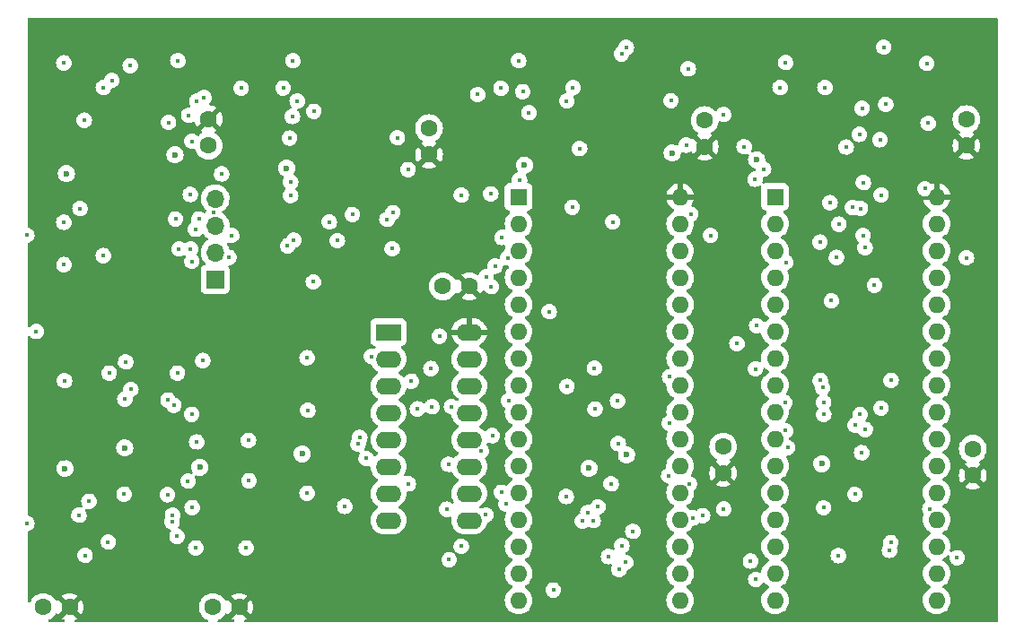
<source format=gbr>
%TF.GenerationSoftware,KiCad,Pcbnew,(6.0.2)*%
%TF.CreationDate,2022-07-24T16:40:57+01:00*%
%TF.ProjectId,Rosco_Hat_RAM,526f7363-6f5f-4486-9174-5f52414d2e6b,rev?*%
%TF.SameCoordinates,Original*%
%TF.FileFunction,Copper,L3,Inr*%
%TF.FilePolarity,Positive*%
%FSLAX46Y46*%
G04 Gerber Fmt 4.6, Leading zero omitted, Abs format (unit mm)*
G04 Created by KiCad (PCBNEW (6.0.2)) date 2022-07-24 16:40:57*
%MOMM*%
%LPD*%
G01*
G04 APERTURE LIST*
%TA.AperFunction,ComponentPad*%
%ADD10C,1.600000*%
%TD*%
%TA.AperFunction,ComponentPad*%
%ADD11R,1.600000X1.600000*%
%TD*%
%TA.AperFunction,ComponentPad*%
%ADD12O,1.600000X1.600000*%
%TD*%
%TA.AperFunction,ComponentPad*%
%ADD13R,1.700000X1.700000*%
%TD*%
%TA.AperFunction,ComponentPad*%
%ADD14O,1.700000X1.700000*%
%TD*%
%TA.AperFunction,ComponentPad*%
%ADD15R,2.400000X1.600000*%
%TD*%
%TA.AperFunction,ComponentPad*%
%ADD16O,2.400000X1.600000*%
%TD*%
%TA.AperFunction,ViaPad*%
%ADD17C,0.450000*%
%TD*%
%TA.AperFunction,ViaPad*%
%ADD18C,0.600000*%
%TD*%
G04 APERTURE END LIST*
D10*
%TO.N,VCC*%
%TO.C,C3*%
X123150000Y-110350000D03*
%TO.N,GND*%
X120650000Y-110350000D03*
%TD*%
%TO.N,VCC*%
%TO.C,C7*%
X145350000Y-97150000D03*
%TO.N,GND*%
X145350000Y-94650000D03*
%TD*%
%TO.N,VCC*%
%TO.C,C10*%
X170650000Y-128200000D03*
%TO.N,GND*%
X170650000Y-125700000D03*
%TD*%
%TO.N,VCC*%
%TO.C,C12*%
X101450000Y-140650000D03*
%TO.N,GND*%
X98950000Y-140650000D03*
%TD*%
%TO.N,VCC*%
%TO.C,C8*%
X170050000Y-97050000D03*
%TO.N,GND*%
X170050000Y-94550000D03*
%TD*%
D11*
%TO.N,A19*%
%TO.C,U4*%
X152000000Y-101900000D03*
D12*
%TO.N,A17*%
X152000000Y-104440000D03*
%TO.N,A15*%
X152000000Y-106980000D03*
%TO.N,A13*%
X152000000Y-109520000D03*
%TO.N,A8*%
X152000000Y-112060000D03*
%TO.N,A7*%
X152000000Y-114600000D03*
%TO.N,A6*%
X152000000Y-117140000D03*
%TO.N,A5*%
X152000000Y-119680000D03*
%TO.N,A4*%
X152000000Y-122220000D03*
%TO.N,A3*%
X152000000Y-124760000D03*
%TO.N,A2*%
X152000000Y-127300000D03*
%TO.N,A1*%
X152000000Y-129840000D03*
%TO.N,D8*%
X152000000Y-132380000D03*
%TO.N,D9*%
X152000000Y-134920000D03*
%TO.N,D10*%
X152000000Y-137460000D03*
%TO.N,GND*%
X152000000Y-140000000D03*
%TO.N,D11*%
X167240000Y-140000000D03*
%TO.N,D12*%
X167240000Y-137460000D03*
%TO.N,D13*%
X167240000Y-134920000D03*
%TO.N,D14*%
X167240000Y-132380000D03*
%TO.N,D15*%
X167240000Y-129840000D03*
%TO.N,EVENRAMSEL*%
X167240000Y-127300000D03*
%TO.N,A11*%
X167240000Y-124760000D03*
%TO.N,WR*%
X167240000Y-122220000D03*
%TO.N,A12*%
X167240000Y-119680000D03*
%TO.N,A10*%
X167240000Y-117140000D03*
%TO.N,A9*%
X167240000Y-114600000D03*
%TO.N,A14*%
X167240000Y-112060000D03*
%TO.N,RW*%
X167240000Y-109520000D03*
%TO.N,A18*%
X167240000Y-106980000D03*
%TO.N,A16*%
X167240000Y-104440000D03*
%TO.N,VCC*%
X167240000Y-101900000D03*
%TD*%
D10*
%TO.N,VCC*%
%TO.C,C2*%
X85450000Y-140650000D03*
%TO.N,GND*%
X82950000Y-140650000D03*
%TD*%
D13*
%TO.N,A20*%
%TO.C,J1*%
X99171000Y-109683400D03*
D14*
%TO.N,A21*%
X99171000Y-107143400D03*
%TO.N,A22*%
X99171000Y-104603400D03*
%TO.N,A23*%
X99171000Y-102063400D03*
%TD*%
D10*
%TO.N,VCC*%
%TO.C,C11*%
X147100000Y-128000000D03*
%TO.N,GND*%
X147100000Y-125500000D03*
%TD*%
%TO.N,VCC*%
%TO.C,C9*%
X119350000Y-97900000D03*
%TO.N,GND*%
X119350000Y-95400000D03*
%TD*%
D11*
%TO.N,A19*%
%TO.C,U3*%
X127800000Y-101900000D03*
D12*
%TO.N,A17*%
X127800000Y-104440000D03*
%TO.N,A15*%
X127800000Y-106980000D03*
%TO.N,A13*%
X127800000Y-109520000D03*
%TO.N,A8*%
X127800000Y-112060000D03*
%TO.N,A7*%
X127800000Y-114600000D03*
%TO.N,A6*%
X127800000Y-117140000D03*
%TO.N,A5*%
X127800000Y-119680000D03*
%TO.N,A4*%
X127800000Y-122220000D03*
%TO.N,A3*%
X127800000Y-124760000D03*
%TO.N,A2*%
X127800000Y-127300000D03*
%TO.N,A1*%
X127800000Y-129840000D03*
%TO.N,D0*%
X127800000Y-132380000D03*
%TO.N,D1*%
X127800000Y-134920000D03*
%TO.N,D2*%
X127800000Y-137460000D03*
%TO.N,GND*%
X127800000Y-140000000D03*
%TO.N,D3*%
X143040000Y-140000000D03*
%TO.N,D4*%
X143040000Y-137460000D03*
%TO.N,D5*%
X143040000Y-134920000D03*
%TO.N,D6*%
X143040000Y-132380000D03*
%TO.N,D7*%
X143040000Y-129840000D03*
%TO.N,ODDRAMSEL*%
X143040000Y-127300000D03*
%TO.N,A11*%
X143040000Y-124760000D03*
%TO.N,WR*%
X143040000Y-122220000D03*
%TO.N,A12*%
X143040000Y-119680000D03*
%TO.N,A10*%
X143040000Y-117140000D03*
%TO.N,A9*%
X143040000Y-114600000D03*
%TO.N,A14*%
X143040000Y-112060000D03*
%TO.N,RW*%
X143040000Y-109520000D03*
%TO.N,A18*%
X143040000Y-106980000D03*
%TO.N,A16*%
X143040000Y-104440000D03*
%TO.N,VCC*%
X143040000Y-101900000D03*
%TD*%
D10*
%TO.N,VCC*%
%TO.C,C1*%
X98550000Y-94550000D03*
%TO.N,GND*%
X98550000Y-97050000D03*
%TD*%
D15*
%TO.N,ODDRAMSEL*%
%TO.C,U1*%
X115525000Y-114675000D03*
D16*
%TO.N,A20*%
X115525000Y-117215000D03*
%TO.N,A21*%
X115525000Y-119755000D03*
%TO.N,ODDRAM0*%
X115525000Y-122295000D03*
%TO.N,ODDRAM1*%
X115525000Y-124835000D03*
%TO.N,ODDRAM2*%
X115525000Y-127375000D03*
%TO.N,ODDRAM3*%
X115525000Y-129915000D03*
%TO.N,GND*%
X115525000Y-132455000D03*
%TO.N,EVENRAM3*%
X123145000Y-132455000D03*
%TO.N,EVENRAM2*%
X123145000Y-129915000D03*
%TO.N,EVENRAM1*%
X123145000Y-127375000D03*
%TO.N,EVENRAM0*%
X123145000Y-124835000D03*
%TO.N,A21*%
X123145000Y-122295000D03*
%TO.N,A20*%
X123145000Y-119755000D03*
%TO.N,EVENRAMSEL*%
X123145000Y-117215000D03*
%TO.N,VCC*%
X123145000Y-114675000D03*
%TD*%
D17*
%TO.N,A20*%
X108433800Y-109930500D03*
X119523900Y-118109400D03*
%TO.N,A19*%
X125175000Y-101607700D03*
X126780300Y-107663300D03*
X153011900Y-108074300D03*
X86900600Y-135769400D03*
X136287600Y-135874000D03*
X84916900Y-108287700D03*
%TO.N,A17*%
X97327000Y-104958300D03*
X81404000Y-105525600D03*
X95579200Y-133961200D03*
X81403100Y-132729600D03*
X156231100Y-106170000D03*
X100727000Y-105531700D03*
%TO.N,A16*%
X86324700Y-131962200D03*
X166599454Y-131364011D03*
X84905700Y-104299700D03*
X115934300Y-103385700D03*
X95112800Y-132588200D03*
X134351200Y-131696100D03*
X109936100Y-104265000D03*
%TO.N,A13*%
X156473500Y-119915000D03*
X123938500Y-92233700D03*
X132361200Y-119805500D03*
X84962900Y-119259300D03*
X88621700Y-91565000D03*
X156692600Y-91565000D03*
X124723800Y-109433000D03*
X128199400Y-91958200D03*
%TO.N,A8*%
X150261200Y-114069200D03*
X143804200Y-89802700D03*
%TO.N,A7*%
X142041100Y-118898500D03*
X91219600Y-120092800D03*
X132928500Y-91565000D03*
X148402900Y-115763200D03*
X126145800Y-91632500D03*
X105591200Y-91607400D03*
X152459600Y-91565000D03*
X101630600Y-91634400D03*
%TO.N,A6*%
X94730400Y-121085000D03*
X113886700Y-116970700D03*
X106912600Y-92835000D03*
X97443500Y-92835000D03*
%TO.N,A5*%
X134832100Y-132472500D03*
X136666700Y-104265000D03*
X97633300Y-103990100D03*
X112120400Y-103565900D03*
X95154100Y-131947000D03*
X158019100Y-104479200D03*
X144267500Y-132215500D03*
X106592100Y-105970300D03*
X126239300Y-105729300D03*
X110694700Y-106032800D03*
X95429100Y-103990100D03*
%TO.N,A4*%
X138584300Y-133483900D03*
X145897000Y-105535000D03*
X160289500Y-105535000D03*
X133818700Y-132527700D03*
X162910900Y-134553100D03*
X160013500Y-122448000D03*
%TO.N,A3*%
X115875700Y-106797100D03*
X132300000Y-130200000D03*
X96845600Y-106805000D03*
X160488800Y-106696400D03*
X145153650Y-132003650D03*
X106006600Y-106530600D03*
X125319700Y-124452000D03*
X137535400Y-134834500D03*
X102084900Y-135057400D03*
X95757200Y-106805000D03*
X162788600Y-135276000D03*
X160162200Y-126062300D03*
X97343900Y-135055000D03*
%TO.N,A2*%
X149682500Y-136298600D03*
X125573500Y-108447600D03*
X137905600Y-136425000D03*
%TO.N,A1*%
X125223200Y-110365200D03*
X137284100Y-137089200D03*
X150172400Y-138035900D03*
%TO.N,D0*%
X124716800Y-131939900D03*
X147150000Y-131376700D03*
X126192400Y-129804500D03*
X121025400Y-131403700D03*
%TO.N,D1*%
X96608700Y-128737900D03*
X117397900Y-128989600D03*
X159529700Y-129991100D03*
X122394400Y-134899100D03*
X102364500Y-128705000D03*
%TO.N,D2*%
X97423300Y-125048100D03*
X142034200Y-123245000D03*
X102319700Y-124895000D03*
X112660700Y-125243200D03*
X137202500Y-125200000D03*
X136527800Y-128998900D03*
D18*
%TO.N,GND*%
X97715000Y-127435000D03*
X90650000Y-125600000D03*
X85000000Y-127550000D03*
X107385000Y-126165000D03*
X85150000Y-99700000D03*
X150250000Y-98400000D03*
X142300000Y-97750000D03*
X134435000Y-127535000D03*
X156400000Y-127100000D03*
X128350000Y-98900000D03*
X95385000Y-97915000D03*
X137985000Y-126265000D03*
X105915000Y-99185000D03*
D17*
%TO.N,D3*%
X112811100Y-124622700D03*
X160499200Y-123881700D03*
%TO.N,D4*%
X152985700Y-123987400D03*
X113420000Y-126601700D03*
%TO.N,D5*%
X153187500Y-125585800D03*
%TO.N,D6*%
X141955400Y-128236500D03*
X143902400Y-129004600D03*
%TO.N,D7*%
X90582400Y-129975000D03*
X126609000Y-130899000D03*
X94677400Y-130033600D03*
X107841600Y-129893500D03*
%TO.N,ODDRAM0*%
X97010000Y-131245000D03*
%TO.N,A11*%
X137960900Y-87780600D03*
X162940100Y-119231300D03*
X152985500Y-89201700D03*
X84905700Y-89238000D03*
X134949800Y-118061800D03*
X82303700Y-114614200D03*
X156260300Y-119231300D03*
X150140300Y-118146300D03*
X95652400Y-89025000D03*
%TO.N,WR*%
X159530900Y-123470000D03*
X86414400Y-102995000D03*
X159271200Y-102900700D03*
X144042100Y-103546100D03*
X135299300Y-131175000D03*
X156569900Y-131262300D03*
X87270900Y-130655800D03*
%TO.N,A12*%
X95613100Y-118545000D03*
X89182500Y-118545000D03*
X89426900Y-90883200D03*
%TO.N,A10*%
X162242800Y-87755000D03*
%TO.N,A9*%
X90730800Y-117484400D03*
X98010300Y-117351500D03*
X166298600Y-89292500D03*
X91167100Y-89512500D03*
X106505300Y-89025000D03*
X127808000Y-89025000D03*
X107841600Y-117094600D03*
X137511500Y-88395900D03*
%TO.N,A14*%
X152919000Y-121317400D03*
X98108100Y-92503400D03*
X94774900Y-94864700D03*
X137130600Y-121185000D03*
X157311200Y-111703200D03*
X132342300Y-92835000D03*
X86825700Y-94662600D03*
X95272600Y-121580700D03*
X90662400Y-121008600D03*
X162441100Y-93156100D03*
X156580400Y-121308500D03*
X142175600Y-92815600D03*
%TO.N,A15*%
X118262100Y-121921300D03*
X156588900Y-122455000D03*
X157786600Y-107609900D03*
X128768700Y-93941500D03*
X108487400Y-93827700D03*
X147131400Y-94105000D03*
X126842300Y-121138900D03*
X117686000Y-119304700D03*
%TO.N,A18*%
X170046500Y-107647400D03*
X89074600Y-134499400D03*
X96970600Y-107990100D03*
X157967100Y-135782600D03*
X169171600Y-135985700D03*
X88621700Y-107440000D03*
X121244900Y-136164700D03*
X100470500Y-107623700D03*
D18*
%TO.N,VCC*%
X142415000Y-99185000D03*
X156450000Y-125850000D03*
X97350000Y-126000000D03*
X95500000Y-99200000D03*
X107615000Y-127435000D03*
X84900000Y-126550000D03*
X90865000Y-127435000D03*
X152900000Y-97850000D03*
X132900000Y-125850000D03*
X101750000Y-98300000D03*
X85200000Y-98450000D03*
X111750000Y-99250000D03*
X132450000Y-98300000D03*
X138315000Y-127535000D03*
D17*
%TO.N,D8*%
X122391000Y-101725000D03*
X157177700Y-102444000D03*
X96828600Y-101674900D03*
X106292200Y-101767600D03*
%TO.N,D9*%
X160323200Y-100540700D03*
X106292200Y-100491600D03*
X150909427Y-99280473D03*
X127892000Y-100292400D03*
X150112700Y-100231000D03*
X99787400Y-99728500D03*
%TO.N,D10*%
X149071500Y-97163600D03*
X158704000Y-97192600D03*
X117374600Y-99324400D03*
X143625300Y-97004000D03*
X106197400Y-96346100D03*
X96981800Y-96645000D03*
X133553600Y-97337200D03*
X116362800Y-96310800D03*
%TO.N,D11*%
X166435700Y-94943500D03*
%TO.N,D12*%
X159950000Y-96000000D03*
%TO.N,D13*%
X161900000Y-96500000D03*
%TO.N,D14*%
X166132200Y-101123100D03*
%TO.N,D15*%
X161996800Y-101725000D03*
%TO.N,ODDRAMSEL*%
X121469500Y-121716900D03*
X119617900Y-121716900D03*
X124264300Y-125879300D03*
%TO.N,RW*%
X107912500Y-122047700D03*
X96960900Y-122437100D03*
X161381600Y-110244800D03*
X161989400Y-121857300D03*
X160212000Y-93538000D03*
X106463600Y-94303000D03*
X135010900Y-121929000D03*
X96676100Y-94198200D03*
%TO.N,EVENRAM0*%
X99038800Y-103333400D03*
%TO.N,ODDRAM1*%
X111399500Y-131136200D03*
%TO.N,EVENRAM1*%
X115377400Y-104022000D03*
%TO.N,EVENRAM2*%
X121204800Y-127163000D03*
X132861000Y-102886200D03*
X120335400Y-115063400D03*
X130683200Y-112737600D03*
%TO.N,ODDRAM3*%
X131073900Y-139022900D03*
%TO.N,EVENRAM3*%
X160049200Y-102995000D03*
%TD*%
%TA.AperFunction,Conductor*%
%TO.N,VCC*%
G36*
X172934121Y-84978002D02*
G01*
X172980614Y-85031658D01*
X172992000Y-85084000D01*
X172992000Y-141966000D01*
X172971998Y-142034121D01*
X172918342Y-142080614D01*
X172866000Y-142092000D01*
X102020962Y-142092000D01*
X101952841Y-142071998D01*
X101906348Y-142018342D01*
X101896244Y-141948068D01*
X101925738Y-141883488D01*
X101967712Y-141851805D01*
X102101511Y-141789414D01*
X102111006Y-141783931D01*
X102163048Y-141747491D01*
X102171424Y-141737012D01*
X102164356Y-141723566D01*
X101462812Y-141022022D01*
X101448868Y-141014408D01*
X101447035Y-141014539D01*
X101440420Y-141018790D01*
X100734923Y-141724287D01*
X100728493Y-141736062D01*
X100737789Y-141748077D01*
X100788994Y-141783931D01*
X100798489Y-141789414D01*
X100932288Y-141851805D01*
X100985573Y-141898722D01*
X101005034Y-141967000D01*
X100984492Y-142034960D01*
X100930469Y-142081025D01*
X100879038Y-142092000D01*
X99522145Y-142092000D01*
X99454024Y-142071998D01*
X99407531Y-142018342D01*
X99397427Y-141948068D01*
X99426921Y-141883488D01*
X99468895Y-141851805D01*
X99601762Y-141789849D01*
X99601767Y-141789846D01*
X99606749Y-141787523D01*
X99711611Y-141714098D01*
X99789789Y-141659357D01*
X99789792Y-141659355D01*
X99794300Y-141656198D01*
X99956198Y-141494300D01*
X100087523Y-141306749D01*
X100089847Y-141301765D01*
X100091171Y-141299472D01*
X100142553Y-141250479D01*
X100212267Y-141237043D01*
X100278178Y-141263429D01*
X100309409Y-141299472D01*
X100316066Y-141311002D01*
X100352509Y-141363048D01*
X100362988Y-141371424D01*
X100376434Y-141364356D01*
X101077978Y-140662812D01*
X101084356Y-140651132D01*
X101814408Y-140651132D01*
X101814539Y-140652965D01*
X101818790Y-140659580D01*
X102524287Y-141365077D01*
X102536062Y-141371507D01*
X102548077Y-141362211D01*
X102583931Y-141311006D01*
X102589414Y-141301511D01*
X102681490Y-141104053D01*
X102685236Y-141093761D01*
X102741625Y-140883312D01*
X102743528Y-140872519D01*
X102762517Y-140655475D01*
X102762517Y-140644525D01*
X102743528Y-140427481D01*
X102741625Y-140416688D01*
X102685236Y-140206239D01*
X102681490Y-140195947D01*
X102589414Y-139998489D01*
X102583931Y-139988994D01*
X102547491Y-139936952D01*
X102537012Y-139928576D01*
X102523566Y-139935644D01*
X101822022Y-140637188D01*
X101814408Y-140651132D01*
X101084356Y-140651132D01*
X101085592Y-140648868D01*
X101085461Y-140647035D01*
X101081210Y-140640420D01*
X100375713Y-139934923D01*
X100363938Y-139928493D01*
X100351923Y-139937789D01*
X100316066Y-139988998D01*
X100309409Y-140000528D01*
X100258027Y-140049521D01*
X100188313Y-140062958D01*
X100122402Y-140036571D01*
X100091171Y-140000528D01*
X100089847Y-139998235D01*
X100087523Y-139993251D01*
X99956198Y-139805700D01*
X99794300Y-139643802D01*
X99789792Y-139640645D01*
X99789789Y-139640643D01*
X99678886Y-139562988D01*
X100728576Y-139562988D01*
X100735644Y-139576434D01*
X101437188Y-140277978D01*
X101451132Y-140285592D01*
X101452965Y-140285461D01*
X101459580Y-140281210D01*
X102165077Y-139575713D01*
X102171507Y-139563938D01*
X102162211Y-139551923D01*
X102111006Y-139516069D01*
X102101511Y-139510586D01*
X101904053Y-139418510D01*
X101893761Y-139414764D01*
X101683312Y-139358375D01*
X101672519Y-139356472D01*
X101455475Y-139337483D01*
X101444525Y-139337483D01*
X101227481Y-139356472D01*
X101216688Y-139358375D01*
X101006239Y-139414764D01*
X100995947Y-139418510D01*
X100798489Y-139510586D01*
X100788994Y-139516069D01*
X100736952Y-139552509D01*
X100728576Y-139562988D01*
X99678886Y-139562988D01*
X99663920Y-139552509D01*
X99606749Y-139512477D01*
X99601767Y-139510154D01*
X99601762Y-139510151D01*
X99404225Y-139418039D01*
X99404224Y-139418039D01*
X99399243Y-139415716D01*
X99393935Y-139414294D01*
X99393933Y-139414293D01*
X99183402Y-139357881D01*
X99183400Y-139357881D01*
X99178087Y-139356457D01*
X98950000Y-139336502D01*
X98721913Y-139356457D01*
X98716600Y-139357881D01*
X98716598Y-139357881D01*
X98506067Y-139414293D01*
X98506065Y-139414294D01*
X98500757Y-139415716D01*
X98495776Y-139418039D01*
X98495775Y-139418039D01*
X98298238Y-139510151D01*
X98298233Y-139510154D01*
X98293251Y-139512477D01*
X98236080Y-139552509D01*
X98110211Y-139640643D01*
X98110208Y-139640645D01*
X98105700Y-139643802D01*
X97943802Y-139805700D01*
X97812477Y-139993251D01*
X97810154Y-139998233D01*
X97810151Y-139998238D01*
X97744454Y-140139127D01*
X97715716Y-140200757D01*
X97714294Y-140206065D01*
X97714293Y-140206067D01*
X97693019Y-140285461D01*
X97656457Y-140421913D01*
X97636502Y-140650000D01*
X97656457Y-140878087D01*
X97657881Y-140883400D01*
X97657881Y-140883402D01*
X97695025Y-141022022D01*
X97715716Y-141099243D01*
X97718039Y-141104224D01*
X97718039Y-141104225D01*
X97810151Y-141301762D01*
X97810154Y-141301767D01*
X97812477Y-141306749D01*
X97943802Y-141494300D01*
X98105700Y-141656198D01*
X98110208Y-141659355D01*
X98110211Y-141659357D01*
X98188389Y-141714098D01*
X98293251Y-141787523D01*
X98298233Y-141789846D01*
X98298238Y-141789849D01*
X98431105Y-141851805D01*
X98484390Y-141898722D01*
X98503851Y-141966999D01*
X98483309Y-142034959D01*
X98429287Y-142081025D01*
X98377855Y-142092000D01*
X86020962Y-142092000D01*
X85952841Y-142071998D01*
X85906348Y-142018342D01*
X85896244Y-141948068D01*
X85925738Y-141883488D01*
X85967712Y-141851805D01*
X86101511Y-141789414D01*
X86111006Y-141783931D01*
X86163048Y-141747491D01*
X86171424Y-141737012D01*
X86164356Y-141723566D01*
X85462812Y-141022022D01*
X85448868Y-141014408D01*
X85447035Y-141014539D01*
X85440420Y-141018790D01*
X84734923Y-141724287D01*
X84728493Y-141736062D01*
X84737789Y-141748077D01*
X84788994Y-141783931D01*
X84798489Y-141789414D01*
X84932288Y-141851805D01*
X84985573Y-141898722D01*
X85005034Y-141967000D01*
X84984492Y-142034960D01*
X84930469Y-142081025D01*
X84879038Y-142092000D01*
X83522145Y-142092000D01*
X83454024Y-142071998D01*
X83407531Y-142018342D01*
X83397427Y-141948068D01*
X83426921Y-141883488D01*
X83468895Y-141851805D01*
X83601762Y-141789849D01*
X83601767Y-141789846D01*
X83606749Y-141787523D01*
X83711611Y-141714098D01*
X83789789Y-141659357D01*
X83789792Y-141659355D01*
X83794300Y-141656198D01*
X83956198Y-141494300D01*
X84087523Y-141306749D01*
X84089847Y-141301765D01*
X84091171Y-141299472D01*
X84142553Y-141250479D01*
X84212267Y-141237043D01*
X84278178Y-141263429D01*
X84309409Y-141299472D01*
X84316066Y-141311002D01*
X84352509Y-141363048D01*
X84362988Y-141371424D01*
X84376434Y-141364356D01*
X85077978Y-140662812D01*
X85084356Y-140651132D01*
X85814408Y-140651132D01*
X85814539Y-140652965D01*
X85818790Y-140659580D01*
X86524287Y-141365077D01*
X86536062Y-141371507D01*
X86548077Y-141362211D01*
X86583931Y-141311006D01*
X86589414Y-141301511D01*
X86681490Y-141104053D01*
X86685236Y-141093761D01*
X86741625Y-140883312D01*
X86743528Y-140872519D01*
X86762517Y-140655475D01*
X86762517Y-140644525D01*
X86743528Y-140427481D01*
X86741625Y-140416688D01*
X86685236Y-140206239D01*
X86681490Y-140195947D01*
X86589414Y-139998489D01*
X86583931Y-139988994D01*
X86547491Y-139936952D01*
X86537012Y-139928576D01*
X86523566Y-139935644D01*
X85822022Y-140637188D01*
X85814408Y-140651132D01*
X85084356Y-140651132D01*
X85085592Y-140648868D01*
X85085461Y-140647035D01*
X85081210Y-140640420D01*
X84375713Y-139934923D01*
X84363938Y-139928493D01*
X84351923Y-139937789D01*
X84316066Y-139988998D01*
X84309409Y-140000528D01*
X84258027Y-140049521D01*
X84188313Y-140062958D01*
X84122402Y-140036571D01*
X84091171Y-140000528D01*
X84089847Y-139998235D01*
X84087523Y-139993251D01*
X83956198Y-139805700D01*
X83794300Y-139643802D01*
X83789792Y-139640645D01*
X83789789Y-139640643D01*
X83678886Y-139562988D01*
X84728576Y-139562988D01*
X84735644Y-139576434D01*
X85437188Y-140277978D01*
X85451132Y-140285592D01*
X85452965Y-140285461D01*
X85459580Y-140281210D01*
X86165077Y-139575713D01*
X86171507Y-139563938D01*
X86162211Y-139551923D01*
X86111006Y-139516069D01*
X86101511Y-139510586D01*
X85904053Y-139418510D01*
X85893761Y-139414764D01*
X85683312Y-139358375D01*
X85672519Y-139356472D01*
X85455475Y-139337483D01*
X85444525Y-139337483D01*
X85227481Y-139356472D01*
X85216688Y-139358375D01*
X85006239Y-139414764D01*
X84995947Y-139418510D01*
X84798489Y-139510586D01*
X84788994Y-139516069D01*
X84736952Y-139552509D01*
X84728576Y-139562988D01*
X83678886Y-139562988D01*
X83663920Y-139552509D01*
X83606749Y-139512477D01*
X83601767Y-139510154D01*
X83601762Y-139510151D01*
X83404225Y-139418039D01*
X83404224Y-139418039D01*
X83399243Y-139415716D01*
X83393935Y-139414294D01*
X83393933Y-139414293D01*
X83183402Y-139357881D01*
X83183400Y-139357881D01*
X83178087Y-139356457D01*
X82950000Y-139336502D01*
X82721913Y-139356457D01*
X82716600Y-139357881D01*
X82716598Y-139357881D01*
X82506067Y-139414293D01*
X82506065Y-139414294D01*
X82500757Y-139415716D01*
X82495776Y-139418039D01*
X82495775Y-139418039D01*
X82298238Y-139510151D01*
X82298233Y-139510154D01*
X82293251Y-139512477D01*
X82236080Y-139552509D01*
X82110211Y-139640643D01*
X82110208Y-139640645D01*
X82105700Y-139643802D01*
X81943802Y-139805700D01*
X81812477Y-139993251D01*
X81810154Y-139998233D01*
X81810151Y-139998238D01*
X81744454Y-140139127D01*
X81697537Y-140192412D01*
X81629259Y-140211873D01*
X81561300Y-140191331D01*
X81515234Y-140137308D01*
X81504259Y-140085868D01*
X81504262Y-140049521D01*
X81504553Y-135759094D01*
X86162531Y-135759094D01*
X86178589Y-135922868D01*
X86230532Y-136079015D01*
X86234181Y-136085040D01*
X86298353Y-136190999D01*
X86315779Y-136219773D01*
X86430091Y-136338147D01*
X86567789Y-136428254D01*
X86722028Y-136485615D01*
X86729009Y-136486546D01*
X86729011Y-136486547D01*
X86878161Y-136506448D01*
X86878165Y-136506448D01*
X86885142Y-136507379D01*
X86892153Y-136506741D01*
X86892157Y-136506741D01*
X87042003Y-136493104D01*
X87042004Y-136493104D01*
X87049024Y-136492465D01*
X87086341Y-136480340D01*
X87198830Y-136443790D01*
X87198833Y-136443789D01*
X87205529Y-136441613D01*
X87346879Y-136357351D01*
X87466049Y-136243868D01*
X87473288Y-136232973D01*
X87525496Y-136154394D01*
X120506831Y-136154394D01*
X120522889Y-136318168D01*
X120574832Y-136474315D01*
X120578481Y-136480340D01*
X120655926Y-136608215D01*
X120660079Y-136615073D01*
X120774391Y-136733447D01*
X120912089Y-136823554D01*
X121066328Y-136880915D01*
X121073309Y-136881846D01*
X121073311Y-136881847D01*
X121222461Y-136901748D01*
X121222465Y-136901748D01*
X121229442Y-136902679D01*
X121236453Y-136902041D01*
X121236457Y-136902041D01*
X121386303Y-136888404D01*
X121386304Y-136888404D01*
X121393324Y-136887765D01*
X121456164Y-136867347D01*
X121543130Y-136839090D01*
X121543133Y-136839089D01*
X121549829Y-136836913D01*
X121691179Y-136752651D01*
X121810349Y-136639168D01*
X121814250Y-136633297D01*
X121897514Y-136507975D01*
X121897515Y-136507973D01*
X121901415Y-136502103D01*
X121959851Y-136348268D01*
X121969263Y-136281300D01*
X121982202Y-136189234D01*
X121982203Y-136189227D01*
X121982753Y-136185310D01*
X121983041Y-136164700D01*
X121964698Y-136001166D01*
X121961906Y-135993147D01*
X121939760Y-135929553D01*
X121910580Y-135845760D01*
X121905729Y-135837996D01*
X121827109Y-135712179D01*
X121823376Y-135706205D01*
X121805613Y-135688317D01*
X121771805Y-135625888D01*
X121775111Y-135581811D01*
X121751972Y-135589985D01*
X121677664Y-135570553D01*
X121574436Y-135505042D01*
X121574430Y-135505039D01*
X121568480Y-135501263D01*
X121495711Y-135475351D01*
X121420089Y-135448423D01*
X121420087Y-135448422D01*
X121413455Y-135446061D01*
X121406469Y-135445228D01*
X121406465Y-135445227D01*
X121274298Y-135429468D01*
X121250053Y-135426577D01*
X121243050Y-135427313D01*
X121243049Y-135427313D01*
X121199835Y-135431855D01*
X121086395Y-135443778D01*
X121079727Y-135446048D01*
X120937282Y-135494540D01*
X120937279Y-135494541D01*
X120930615Y-135496810D01*
X120865731Y-135536727D01*
X120796811Y-135579127D01*
X120790455Y-135583037D01*
X120753450Y-135619275D01*
X120682946Y-135688318D01*
X120672882Y-135698173D01*
X120583738Y-135836497D01*
X120581327Y-135843120D01*
X120581326Y-135843123D01*
X120529866Y-135984509D01*
X120529865Y-135984514D01*
X120527456Y-135991132D01*
X120506831Y-136154394D01*
X87525496Y-136154394D01*
X87553214Y-136112675D01*
X87553215Y-136112673D01*
X87557115Y-136106803D01*
X87615551Y-135952968D01*
X87627555Y-135867555D01*
X87637902Y-135793934D01*
X87637903Y-135793927D01*
X87638453Y-135790010D01*
X87638620Y-135778065D01*
X87638686Y-135773362D01*
X87638686Y-135773356D01*
X87638741Y-135769400D01*
X87620398Y-135605866D01*
X87614598Y-135589209D01*
X87582421Y-135496810D01*
X87566280Y-135450460D01*
X87551878Y-135427411D01*
X87482809Y-135316879D01*
X87479076Y-135310905D01*
X87411023Y-135242375D01*
X87368086Y-135199137D01*
X87368082Y-135199134D01*
X87363122Y-135194139D01*
X87224180Y-135105963D01*
X87138939Y-135075610D01*
X87075789Y-135053123D01*
X87075787Y-135053122D01*
X87069155Y-135050761D01*
X87062169Y-135049928D01*
X87062165Y-135049927D01*
X86947671Y-135036275D01*
X86905753Y-135031277D01*
X86898750Y-135032013D01*
X86898749Y-135032013D01*
X86855535Y-135036555D01*
X86742095Y-135048478D01*
X86735427Y-135050748D01*
X86592982Y-135099240D01*
X86592979Y-135099241D01*
X86586315Y-135101510D01*
X86494942Y-135157723D01*
X86468826Y-135173790D01*
X86446155Y-135187737D01*
X86403976Y-135229042D01*
X86334308Y-135297266D01*
X86328582Y-135302873D01*
X86239438Y-135441197D01*
X86237027Y-135447820D01*
X86237026Y-135447823D01*
X86185566Y-135589209D01*
X86185565Y-135589214D01*
X86183156Y-135595832D01*
X86162531Y-135759094D01*
X81504553Y-135759094D01*
X81504639Y-134489094D01*
X88336531Y-134489094D01*
X88352589Y-134652868D01*
X88404532Y-134809015D01*
X88417972Y-134831207D01*
X88484993Y-134941870D01*
X88489779Y-134949773D01*
X88604091Y-135068147D01*
X88741789Y-135158254D01*
X88896028Y-135215615D01*
X88903009Y-135216546D01*
X88903011Y-135216547D01*
X89052161Y-135236448D01*
X89052165Y-135236448D01*
X89059142Y-135237379D01*
X89066153Y-135236741D01*
X89066157Y-135236741D01*
X89216003Y-135223104D01*
X89216004Y-135223104D01*
X89223024Y-135222465D01*
X89259654Y-135210563D01*
X89372830Y-135173790D01*
X89372833Y-135173789D01*
X89379529Y-135171613D01*
X89520879Y-135087351D01*
X89565674Y-135044694D01*
X96605831Y-135044694D01*
X96621889Y-135208468D01*
X96673832Y-135364615D01*
X96679254Y-135373568D01*
X96755158Y-135498898D01*
X96759079Y-135505373D01*
X96763970Y-135510438D01*
X96763971Y-135510439D01*
X96789357Y-135536727D01*
X96873391Y-135623747D01*
X97011089Y-135713854D01*
X97165328Y-135771215D01*
X97172309Y-135772146D01*
X97172311Y-135772147D01*
X97321461Y-135792048D01*
X97321465Y-135792048D01*
X97328442Y-135792979D01*
X97335453Y-135792341D01*
X97335457Y-135792341D01*
X97485303Y-135778704D01*
X97485304Y-135778704D01*
X97492324Y-135778065D01*
X97534688Y-135764300D01*
X97642130Y-135729390D01*
X97642133Y-135729389D01*
X97648829Y-135727213D01*
X97790179Y-135642951D01*
X97909349Y-135529468D01*
X97913250Y-135523597D01*
X97996514Y-135398275D01*
X97996515Y-135398273D01*
X98000415Y-135392403D01*
X98058851Y-135238568D01*
X98071567Y-135148087D01*
X98081202Y-135079534D01*
X98081203Y-135079527D01*
X98081753Y-135075610D01*
X98081916Y-135063948D01*
X98081986Y-135058962D01*
X98081986Y-135058956D01*
X98082041Y-135055000D01*
X98081154Y-135047094D01*
X101346831Y-135047094D01*
X101362889Y-135210868D01*
X101414832Y-135367015D01*
X101426217Y-135385813D01*
X101494978Y-135499350D01*
X101500079Y-135507773D01*
X101504970Y-135512838D01*
X101504971Y-135512839D01*
X101533590Y-135542475D01*
X101614391Y-135626147D01*
X101752089Y-135716254D01*
X101906328Y-135773615D01*
X101913309Y-135774546D01*
X101913311Y-135774547D01*
X102062461Y-135794448D01*
X102062465Y-135794448D01*
X102069442Y-135795379D01*
X102076453Y-135794741D01*
X102076457Y-135794741D01*
X102226303Y-135781104D01*
X102226304Y-135781104D01*
X102233324Y-135780465D01*
X102279997Y-135765300D01*
X102383130Y-135731790D01*
X102383133Y-135731789D01*
X102389829Y-135729613D01*
X102531179Y-135645351D01*
X102650349Y-135531868D01*
X102654250Y-135525997D01*
X102737514Y-135400675D01*
X102737515Y-135400673D01*
X102741415Y-135394803D01*
X102799851Y-135240968D01*
X102810107Y-135167989D01*
X102822202Y-135081934D01*
X102822203Y-135081927D01*
X102822753Y-135078010D01*
X102822916Y-135066323D01*
X102822986Y-135061362D01*
X102822986Y-135061356D01*
X102823041Y-135057400D01*
X102804698Y-134893866D01*
X102802932Y-134888794D01*
X121656331Y-134888794D01*
X121672389Y-135052568D01*
X121724332Y-135208715D01*
X121727981Y-135214740D01*
X121800364Y-135334257D01*
X121809579Y-135349473D01*
X121814470Y-135354538D01*
X121814471Y-135354539D01*
X121835815Y-135376641D01*
X121868747Y-135439537D01*
X121864986Y-135481750D01*
X121886466Y-135473824D01*
X121955788Y-135489156D01*
X121964011Y-135494101D01*
X121984904Y-135507773D01*
X122061589Y-135557954D01*
X122215828Y-135615315D01*
X122222809Y-135616246D01*
X122222811Y-135616247D01*
X122371961Y-135636148D01*
X122371965Y-135636148D01*
X122378942Y-135637079D01*
X122385953Y-135636441D01*
X122385957Y-135636441D01*
X122535803Y-135622804D01*
X122535804Y-135622804D01*
X122542824Y-135622165D01*
X122602349Y-135602824D01*
X122692630Y-135573490D01*
X122692633Y-135573489D01*
X122699329Y-135571313D01*
X122840679Y-135487051D01*
X122959849Y-135373568D01*
X122964203Y-135367015D01*
X123047014Y-135242375D01*
X123047015Y-135242373D01*
X123050915Y-135236503D01*
X123109351Y-135082668D01*
X123119410Y-135011093D01*
X123131702Y-134923634D01*
X123131703Y-134923627D01*
X123132253Y-134919710D01*
X123132541Y-134899100D01*
X123114198Y-134735566D01*
X123108398Y-134718909D01*
X123074828Y-134622510D01*
X123060080Y-134580160D01*
X123053575Y-134569749D01*
X122976609Y-134446579D01*
X122972876Y-134440605D01*
X122900749Y-134367973D01*
X122861886Y-134328837D01*
X122861882Y-134328834D01*
X122856922Y-134323839D01*
X122717980Y-134235663D01*
X122645910Y-134210000D01*
X122569589Y-134182823D01*
X122569587Y-134182822D01*
X122562955Y-134180461D01*
X122555969Y-134179628D01*
X122555965Y-134179627D01*
X122435556Y-134165270D01*
X122399553Y-134160977D01*
X122392550Y-134161713D01*
X122392549Y-134161713D01*
X122358707Y-134165270D01*
X122235895Y-134178178D01*
X122229227Y-134180448D01*
X122086782Y-134228940D01*
X122086779Y-134228941D01*
X122080115Y-134231210D01*
X121939955Y-134317437D01*
X121918193Y-134338748D01*
X121868675Y-134387240D01*
X121822382Y-134432573D01*
X121733238Y-134570897D01*
X121730827Y-134577520D01*
X121730826Y-134577523D01*
X121679366Y-134718909D01*
X121679365Y-134718914D01*
X121676956Y-134725532D01*
X121656331Y-134888794D01*
X102802932Y-134888794D01*
X102798898Y-134877209D01*
X102752898Y-134745117D01*
X102750580Y-134738460D01*
X102726035Y-134699179D01*
X102667109Y-134604879D01*
X102663376Y-134598905D01*
X102589865Y-134524879D01*
X102552386Y-134487137D01*
X102552382Y-134487134D01*
X102547422Y-134482139D01*
X102408480Y-134393963D01*
X102321655Y-134363046D01*
X102260089Y-134341123D01*
X102260087Y-134341122D01*
X102253455Y-134338761D01*
X102246469Y-134337928D01*
X102246465Y-134337927D01*
X102128312Y-134323839D01*
X102090053Y-134319277D01*
X102083050Y-134320013D01*
X102083049Y-134320013D01*
X102046648Y-134323839D01*
X101926395Y-134336478D01*
X101919727Y-134338748D01*
X101777282Y-134387240D01*
X101777279Y-134387241D01*
X101770615Y-134389510D01*
X101630455Y-134475737D01*
X101609654Y-134496107D01*
X101526515Y-134577523D01*
X101512882Y-134590873D01*
X101423738Y-134729197D01*
X101421327Y-134735820D01*
X101421326Y-134735823D01*
X101369866Y-134877209D01*
X101369865Y-134877214D01*
X101367456Y-134883832D01*
X101346831Y-135047094D01*
X98081154Y-135047094D01*
X98063698Y-134891466D01*
X98057898Y-134874809D01*
X98011898Y-134742717D01*
X98009580Y-134736060D01*
X98005602Y-134729693D01*
X97926109Y-134602479D01*
X97922376Y-134596505D01*
X97846413Y-134520010D01*
X97811386Y-134484737D01*
X97811382Y-134484734D01*
X97806422Y-134479739D01*
X97667480Y-134391563D01*
X97587395Y-134363046D01*
X97519089Y-134338723D01*
X97519087Y-134338722D01*
X97512455Y-134336361D01*
X97505469Y-134335528D01*
X97505465Y-134335527D01*
X97390971Y-134321875D01*
X97349053Y-134316877D01*
X97342050Y-134317613D01*
X97342049Y-134317613D01*
X97318283Y-134320111D01*
X97185395Y-134334078D01*
X97178727Y-134336348D01*
X97036282Y-134384840D01*
X97036279Y-134384841D01*
X97029615Y-134387110D01*
X96889455Y-134473337D01*
X96771882Y-134588473D01*
X96682738Y-134726797D01*
X96680327Y-134733420D01*
X96680326Y-134733423D01*
X96628866Y-134874809D01*
X96628865Y-134874814D01*
X96626456Y-134881432D01*
X96605831Y-135044694D01*
X89565674Y-135044694D01*
X89640049Y-134973868D01*
X89652692Y-134954839D01*
X89727214Y-134842675D01*
X89727215Y-134842673D01*
X89731115Y-134836803D01*
X89789551Y-134682968D01*
X89801662Y-134596796D01*
X89811902Y-134523934D01*
X89811903Y-134523927D01*
X89812453Y-134520010D01*
X89812741Y-134499400D01*
X89794398Y-134335866D01*
X89788878Y-134320013D01*
X89756899Y-134228184D01*
X89740280Y-134180460D01*
X89722093Y-134151354D01*
X89656809Y-134046879D01*
X89653076Y-134040905D01*
X89594392Y-133981810D01*
X89542086Y-133929137D01*
X89542082Y-133929134D01*
X89537122Y-133924139D01*
X89398180Y-133835963D01*
X89341587Y-133815811D01*
X89249789Y-133783123D01*
X89249787Y-133783122D01*
X89243155Y-133780761D01*
X89236169Y-133779928D01*
X89236165Y-133779927D01*
X89121671Y-133766275D01*
X89079753Y-133761277D01*
X89072750Y-133762013D01*
X89072749Y-133762013D01*
X89029535Y-133766555D01*
X88916095Y-133778478D01*
X88909427Y-133780748D01*
X88766982Y-133829240D01*
X88766979Y-133829241D01*
X88760315Y-133831510D01*
X88620155Y-133917737D01*
X88502582Y-134032873D01*
X88413438Y-134171197D01*
X88411027Y-134177820D01*
X88411026Y-134177823D01*
X88359566Y-134319209D01*
X88359565Y-134319214D01*
X88357156Y-134325832D01*
X88336531Y-134489094D01*
X81504639Y-134489094D01*
X81504702Y-133559413D01*
X81524709Y-133491294D01*
X81578367Y-133444805D01*
X81591759Y-133439592D01*
X81654896Y-133419077D01*
X81701330Y-133403990D01*
X81701333Y-133403989D01*
X81708029Y-133401813D01*
X81849379Y-133317551D01*
X81968549Y-133204068D01*
X81972450Y-133198197D01*
X82055714Y-133072875D01*
X82055715Y-133072873D01*
X82059615Y-133067003D01*
X82118051Y-132913168D01*
X82136998Y-132778354D01*
X82140402Y-132754134D01*
X82140403Y-132754127D01*
X82140953Y-132750210D01*
X82141143Y-132736623D01*
X82141186Y-132733562D01*
X82141186Y-132733556D01*
X82141241Y-132729600D01*
X82122898Y-132566066D01*
X82108904Y-132525879D01*
X82071098Y-132417317D01*
X82068780Y-132410660D01*
X82049622Y-132380000D01*
X81985309Y-132277079D01*
X81981576Y-132271105D01*
X81904580Y-132193570D01*
X81870586Y-132159337D01*
X81870582Y-132159334D01*
X81865622Y-132154339D01*
X81726680Y-132066163D01*
X81684350Y-132051090D01*
X81588548Y-132016976D01*
X81531084Y-131975282D01*
X81521961Y-131951894D01*
X85586631Y-131951894D01*
X85602689Y-132115668D01*
X85654632Y-132271815D01*
X85658281Y-132277840D01*
X85723468Y-132385475D01*
X85739879Y-132412573D01*
X85854191Y-132530947D01*
X85991889Y-132621054D01*
X86146128Y-132678415D01*
X86153109Y-132679346D01*
X86153111Y-132679347D01*
X86302261Y-132699248D01*
X86302265Y-132699248D01*
X86309242Y-132700179D01*
X86316253Y-132699541D01*
X86316257Y-132699541D01*
X86466103Y-132685904D01*
X86466104Y-132685904D01*
X86473124Y-132685265D01*
X86496693Y-132677607D01*
X86622930Y-132636590D01*
X86622933Y-132636589D01*
X86629629Y-132634413D01*
X86724440Y-132577894D01*
X94374731Y-132577894D01*
X94390789Y-132741668D01*
X94442732Y-132897815D01*
X94446381Y-132903840D01*
X94524047Y-133032080D01*
X94527979Y-133038573D01*
X94532870Y-133043638D01*
X94532871Y-133043639D01*
X94555433Y-133067003D01*
X94642291Y-133156947D01*
X94779989Y-133247054D01*
X94934228Y-133304415D01*
X94934764Y-133304487D01*
X94993803Y-133339072D01*
X95025936Y-133402381D01*
X95018741Y-133473012D01*
X95006246Y-133494070D01*
X95007182Y-133494673D01*
X94918038Y-133632997D01*
X94915627Y-133639620D01*
X94915626Y-133639623D01*
X94864166Y-133781009D01*
X94864165Y-133781014D01*
X94861756Y-133787632D01*
X94841131Y-133950894D01*
X94857189Y-134114668D01*
X94909132Y-134270815D01*
X94912781Y-134276840D01*
X94985290Y-134396565D01*
X94994379Y-134411573D01*
X95108691Y-134529947D01*
X95246389Y-134620054D01*
X95400628Y-134677415D01*
X95407609Y-134678346D01*
X95407611Y-134678347D01*
X95556761Y-134698248D01*
X95556765Y-134698248D01*
X95563742Y-134699179D01*
X95570753Y-134698541D01*
X95570757Y-134698541D01*
X95720603Y-134684904D01*
X95720604Y-134684904D01*
X95727624Y-134684265D01*
X95777916Y-134667924D01*
X95877430Y-134635590D01*
X95877433Y-134635589D01*
X95884129Y-134633413D01*
X96025479Y-134549151D01*
X96144649Y-134435668D01*
X96160658Y-134411573D01*
X96231814Y-134304475D01*
X96231815Y-134304473D01*
X96235715Y-134298603D01*
X96294151Y-134144768D01*
X96304399Y-134071851D01*
X96316502Y-133985734D01*
X96316503Y-133985727D01*
X96317053Y-133981810D01*
X96317341Y-133961200D01*
X96298998Y-133797666D01*
X96293198Y-133781009D01*
X96261255Y-133689284D01*
X96244880Y-133642260D01*
X96237444Y-133630359D01*
X96161409Y-133508679D01*
X96157676Y-133502705D01*
X96094999Y-133439589D01*
X96046686Y-133390937D01*
X96046682Y-133390934D01*
X96041722Y-133385939D01*
X95902780Y-133297763D01*
X95747755Y-133242561D01*
X95748744Y-133239783D01*
X95698459Y-133211230D01*
X95665474Y-133148361D01*
X95671714Y-133077639D01*
X95684070Y-133053907D01*
X95769315Y-132925603D01*
X95827751Y-132771768D01*
X95840871Y-132678415D01*
X95850102Y-132612734D01*
X95850103Y-132612727D01*
X95850653Y-132608810D01*
X95850941Y-132588200D01*
X95836615Y-132460475D01*
X95833383Y-132431663D01*
X95833383Y-132431661D01*
X95832598Y-132424666D01*
X95830284Y-132418021D01*
X95830282Y-132418012D01*
X95811683Y-132364605D01*
X95808169Y-132293695D01*
X95812886Y-132278424D01*
X95826610Y-132242296D01*
X95869051Y-132130568D01*
X95883440Y-132028184D01*
X95891402Y-131971534D01*
X95891403Y-131971527D01*
X95891953Y-131967610D01*
X95892241Y-131947000D01*
X95873898Y-131783466D01*
X95869109Y-131769712D01*
X95841123Y-131689350D01*
X95819780Y-131628060D01*
X95815344Y-131620960D01*
X95736309Y-131494479D01*
X95732576Y-131488505D01*
X95645091Y-131400407D01*
X95621586Y-131376737D01*
X95621582Y-131376734D01*
X95616622Y-131371739D01*
X95477680Y-131283563D01*
X95417967Y-131262300D01*
X95340441Y-131234694D01*
X96271931Y-131234694D01*
X96287989Y-131398468D01*
X96339932Y-131554615D01*
X96343581Y-131560640D01*
X96419378Y-131685794D01*
X96425179Y-131695373D01*
X96430070Y-131700438D01*
X96430071Y-131700439D01*
X96469846Y-131741627D01*
X96539491Y-131813747D01*
X96677189Y-131903854D01*
X96831428Y-131961215D01*
X96838409Y-131962146D01*
X96838411Y-131962147D01*
X96987561Y-131982048D01*
X96987565Y-131982048D01*
X96994542Y-131982979D01*
X97001553Y-131982341D01*
X97001557Y-131982341D01*
X97151403Y-131968704D01*
X97151404Y-131968704D01*
X97158424Y-131968065D01*
X97226219Y-131946037D01*
X97308230Y-131919390D01*
X97308233Y-131919389D01*
X97314929Y-131917213D01*
X97456279Y-131832951D01*
X97575449Y-131719468D01*
X97579964Y-131712673D01*
X97662614Y-131588275D01*
X97662615Y-131588273D01*
X97666515Y-131582403D01*
X97724951Y-131428568D01*
X97736838Y-131343990D01*
X97747302Y-131269534D01*
X97747303Y-131269527D01*
X97747853Y-131265610D01*
X97748141Y-131245000D01*
X97734781Y-131125894D01*
X110661431Y-131125894D01*
X110677489Y-131289668D01*
X110729432Y-131445815D01*
X110733081Y-131451840D01*
X110809451Y-131577940D01*
X110814679Y-131586573D01*
X110819570Y-131591638D01*
X110819571Y-131591639D01*
X110860476Y-131633997D01*
X110928991Y-131704947D01*
X111066689Y-131795054D01*
X111220928Y-131852415D01*
X111227909Y-131853346D01*
X111227911Y-131853347D01*
X111377061Y-131873248D01*
X111377065Y-131873248D01*
X111384042Y-131874179D01*
X111391053Y-131873541D01*
X111391057Y-131873541D01*
X111540903Y-131859904D01*
X111540904Y-131859904D01*
X111547924Y-131859265D01*
X111596114Y-131843607D01*
X111697730Y-131810590D01*
X111697733Y-131810589D01*
X111704429Y-131808413D01*
X111845779Y-131724151D01*
X111964949Y-131610668D01*
X111980958Y-131586573D01*
X112052114Y-131479475D01*
X112052115Y-131479473D01*
X112056015Y-131473603D01*
X112114451Y-131319768D01*
X112125278Y-131242727D01*
X112136802Y-131160734D01*
X112136803Y-131160727D01*
X112137353Y-131156810D01*
X112137641Y-131136200D01*
X112119298Y-130972666D01*
X112114689Y-130959429D01*
X112080520Y-130861310D01*
X112065180Y-130817260D01*
X112060506Y-130809779D01*
X111981709Y-130683679D01*
X111977976Y-130677705D01*
X111906306Y-130605533D01*
X111866986Y-130565937D01*
X111866982Y-130565934D01*
X111862022Y-130560939D01*
X111723080Y-130472763D01*
X111649435Y-130446539D01*
X111574689Y-130419923D01*
X111574687Y-130419922D01*
X111568055Y-130417561D01*
X111561069Y-130416728D01*
X111561065Y-130416727D01*
X111446571Y-130403075D01*
X111404653Y-130398077D01*
X111397650Y-130398813D01*
X111397649Y-130398813D01*
X111354435Y-130403355D01*
X111240995Y-130415278D01*
X111234327Y-130417548D01*
X111091882Y-130466040D01*
X111091879Y-130466041D01*
X111085215Y-130468310D01*
X110993208Y-130524913D01*
X110966445Y-130541378D01*
X110945055Y-130554537D01*
X110892980Y-130605533D01*
X110833977Y-130663313D01*
X110827482Y-130669673D01*
X110738338Y-130807997D01*
X110735927Y-130814620D01*
X110735926Y-130814623D01*
X110684466Y-130956009D01*
X110684465Y-130956014D01*
X110682056Y-130962632D01*
X110661431Y-131125894D01*
X97734781Y-131125894D01*
X97729798Y-131081466D01*
X97726086Y-131070805D01*
X97691485Y-130971447D01*
X97675680Y-130926060D01*
X97627751Y-130849357D01*
X97592209Y-130792479D01*
X97588476Y-130786505D01*
X97517274Y-130714804D01*
X97477486Y-130674737D01*
X97477482Y-130674734D01*
X97472522Y-130669739D01*
X97333580Y-130581563D01*
X97275661Y-130560939D01*
X97185189Y-130528723D01*
X97185187Y-130528722D01*
X97178555Y-130526361D01*
X97171569Y-130525528D01*
X97171565Y-130525527D01*
X97054452Y-130511563D01*
X97015153Y-130506877D01*
X97008150Y-130507613D01*
X97008149Y-130507613D01*
X96989102Y-130509615D01*
X96851495Y-130524078D01*
X96844827Y-130526348D01*
X96702382Y-130574840D01*
X96702379Y-130574841D01*
X96695715Y-130577110D01*
X96603479Y-130633854D01*
X96565487Y-130657227D01*
X96555555Y-130663337D01*
X96509464Y-130708473D01*
X96445973Y-130770648D01*
X96437982Y-130778473D01*
X96348838Y-130916797D01*
X96346427Y-130923420D01*
X96346426Y-130923423D01*
X96294966Y-131064809D01*
X96294965Y-131064814D01*
X96292556Y-131071432D01*
X96271931Y-131234694D01*
X95340441Y-131234694D01*
X95329289Y-131230723D01*
X95329287Y-131230722D01*
X95322655Y-131228361D01*
X95315669Y-131227528D01*
X95315665Y-131227527D01*
X95201171Y-131213875D01*
X95159253Y-131208877D01*
X95152250Y-131209613D01*
X95152249Y-131209613D01*
X95109035Y-131214155D01*
X94995595Y-131226078D01*
X94981950Y-131230723D01*
X94846482Y-131276840D01*
X94846479Y-131276841D01*
X94839815Y-131279110D01*
X94766186Y-131324407D01*
X94718563Y-131353705D01*
X94699655Y-131365337D01*
X94648157Y-131415768D01*
X94591138Y-131471605D01*
X94582082Y-131480473D01*
X94492938Y-131618797D01*
X94490527Y-131625420D01*
X94490526Y-131625423D01*
X94439066Y-131766809D01*
X94439065Y-131766814D01*
X94436656Y-131773432D01*
X94416031Y-131936694D01*
X94432089Y-132100468D01*
X94451965Y-132160217D01*
X94455667Y-132171345D01*
X94458190Y-132242296D01*
X94451622Y-132259991D01*
X94451638Y-132259997D01*
X94397766Y-132408009D01*
X94397765Y-132408014D01*
X94395356Y-132414632D01*
X94374731Y-132577894D01*
X86724440Y-132577894D01*
X86770979Y-132550151D01*
X86890149Y-132436668D01*
X86898123Y-132424666D01*
X86977314Y-132305475D01*
X86977315Y-132305473D01*
X86981215Y-132299603D01*
X87039651Y-132145768D01*
X87054795Y-132038010D01*
X87062002Y-131986734D01*
X87062003Y-131986727D01*
X87062553Y-131982810D01*
X87062750Y-131968704D01*
X87062786Y-131966162D01*
X87062786Y-131966156D01*
X87062841Y-131962200D01*
X87044498Y-131798666D01*
X87038698Y-131782009D01*
X87002733Y-131678734D01*
X86990380Y-131643260D01*
X86976446Y-131620960D01*
X86934847Y-131554389D01*
X86915711Y-131486020D01*
X86936576Y-131418159D01*
X86990817Y-131372350D01*
X87061214Y-131363139D01*
X87085616Y-131369520D01*
X87085718Y-131369558D01*
X87085728Y-131369561D01*
X87092328Y-131372015D01*
X87099309Y-131372946D01*
X87099311Y-131372947D01*
X87248461Y-131392848D01*
X87248465Y-131392848D01*
X87255442Y-131393779D01*
X87262453Y-131393141D01*
X87262457Y-131393141D01*
X87412303Y-131379504D01*
X87412304Y-131379504D01*
X87419324Y-131378865D01*
X87442355Y-131371382D01*
X87569130Y-131330190D01*
X87569133Y-131330189D01*
X87575829Y-131328013D01*
X87717179Y-131243751D01*
X87836349Y-131130268D01*
X87840250Y-131124397D01*
X87923514Y-130999075D01*
X87923515Y-130999073D01*
X87927415Y-130993203D01*
X87985851Y-130839368D01*
X88001482Y-130728148D01*
X88008202Y-130680334D01*
X88008203Y-130680327D01*
X88008753Y-130676410D01*
X88008936Y-130663313D01*
X88008986Y-130659762D01*
X88008986Y-130659756D01*
X88009041Y-130655800D01*
X87990698Y-130492266D01*
X87984898Y-130475609D01*
X87944691Y-130360153D01*
X87936580Y-130336860D01*
X87907699Y-130290640D01*
X87853109Y-130203279D01*
X87849376Y-130197305D01*
X87781018Y-130128468D01*
X87738386Y-130085537D01*
X87738382Y-130085534D01*
X87733422Y-130080539D01*
X87594480Y-129992363D01*
X87516777Y-129964694D01*
X89844331Y-129964694D01*
X89860389Y-130128468D01*
X89912332Y-130284615D01*
X89915981Y-130290640D01*
X89992343Y-130416727D01*
X89997579Y-130425373D01*
X90002470Y-130430438D01*
X90002471Y-130430439D01*
X90036913Y-130466105D01*
X90111891Y-130543747D01*
X90249589Y-130633854D01*
X90403828Y-130691215D01*
X90410809Y-130692146D01*
X90410811Y-130692147D01*
X90559961Y-130712048D01*
X90559965Y-130712048D01*
X90566942Y-130712979D01*
X90573953Y-130712341D01*
X90573957Y-130712341D01*
X90723803Y-130698704D01*
X90723804Y-130698704D01*
X90730824Y-130698065D01*
X90759462Y-130688760D01*
X90880630Y-130649390D01*
X90880633Y-130649389D01*
X90887329Y-130647213D01*
X91028679Y-130562951D01*
X91147849Y-130449468D01*
X91153161Y-130441473D01*
X91235014Y-130318275D01*
X91235015Y-130318273D01*
X91238915Y-130312403D01*
X91297351Y-130158568D01*
X91311466Y-130058134D01*
X91316363Y-130023294D01*
X93939331Y-130023294D01*
X93955389Y-130187068D01*
X94007332Y-130343215D01*
X94020067Y-130364243D01*
X94087514Y-130475609D01*
X94092579Y-130483973D01*
X94097470Y-130489038D01*
X94097471Y-130489039D01*
X94160722Y-130554537D01*
X94206891Y-130602347D01*
X94344589Y-130692454D01*
X94498828Y-130749815D01*
X94505809Y-130750746D01*
X94505811Y-130750747D01*
X94654961Y-130770648D01*
X94654965Y-130770648D01*
X94661942Y-130771579D01*
X94668953Y-130770941D01*
X94668957Y-130770941D01*
X94818803Y-130757304D01*
X94818804Y-130757304D01*
X94825824Y-130756665D01*
X94854462Y-130747360D01*
X94975630Y-130707990D01*
X94975633Y-130707989D01*
X94982329Y-130705813D01*
X95123679Y-130621551D01*
X95242849Y-130508068D01*
X95246750Y-130502197D01*
X95330014Y-130376875D01*
X95330015Y-130376873D01*
X95333915Y-130371003D01*
X95392351Y-130217168D01*
X95402762Y-130143087D01*
X95414702Y-130058134D01*
X95414703Y-130058127D01*
X95415253Y-130054210D01*
X95415541Y-130033600D01*
X95398671Y-129883194D01*
X107103531Y-129883194D01*
X107119589Y-130046968D01*
X107171532Y-130203115D01*
X107184032Y-130223754D01*
X107252532Y-130336860D01*
X107256779Y-130343873D01*
X107261670Y-130348938D01*
X107261671Y-130348939D01*
X107288871Y-130377105D01*
X107371091Y-130462247D01*
X107508789Y-130552354D01*
X107663028Y-130609715D01*
X107670009Y-130610646D01*
X107670011Y-130610647D01*
X107819161Y-130630548D01*
X107819165Y-130630548D01*
X107826142Y-130631479D01*
X107833153Y-130630841D01*
X107833157Y-130630841D01*
X107983003Y-130617204D01*
X107983004Y-130617204D01*
X107990024Y-130616565D01*
X108026427Y-130604737D01*
X108139830Y-130567890D01*
X108139833Y-130567889D01*
X108146529Y-130565713D01*
X108287879Y-130481451D01*
X108407049Y-130367968D01*
X108410950Y-130362097D01*
X108494214Y-130236775D01*
X108494215Y-130236773D01*
X108498115Y-130230903D01*
X108556551Y-130077068D01*
X108568556Y-129991649D01*
X108578902Y-129918034D01*
X108578903Y-129918027D01*
X108579453Y-129914110D01*
X108579741Y-129893500D01*
X108561398Y-129729966D01*
X108555598Y-129713309D01*
X108532436Y-129646797D01*
X108507280Y-129574560D01*
X108499794Y-129562579D01*
X108423809Y-129440979D01*
X108420076Y-129435005D01*
X108323719Y-129337973D01*
X108309086Y-129323237D01*
X108309082Y-129323234D01*
X108304122Y-129318239D01*
X108165180Y-129230063D01*
X108066021Y-129194754D01*
X108016789Y-129177223D01*
X108016787Y-129177222D01*
X108010155Y-129174861D01*
X108003169Y-129174028D01*
X108003165Y-129174027D01*
X107888671Y-129160375D01*
X107846753Y-129155377D01*
X107839750Y-129156113D01*
X107839749Y-129156113D01*
X107798591Y-129160439D01*
X107683095Y-129172578D01*
X107676427Y-129174848D01*
X107533982Y-129223340D01*
X107533979Y-129223341D01*
X107527315Y-129225610D01*
X107442798Y-129277605D01*
X107394839Y-129307110D01*
X107387155Y-129311837D01*
X107350354Y-129347875D01*
X107280952Y-129415839D01*
X107269582Y-129426973D01*
X107180438Y-129565297D01*
X107178027Y-129571920D01*
X107178026Y-129571923D01*
X107126566Y-129713309D01*
X107126565Y-129713314D01*
X107124156Y-129719932D01*
X107103531Y-129883194D01*
X95398671Y-129883194D01*
X95397198Y-129870066D01*
X95391398Y-129853409D01*
X95354509Y-129747479D01*
X95343080Y-129714660D01*
X95322421Y-129681598D01*
X95259609Y-129581079D01*
X95255876Y-129575105D01*
X95184815Y-129503546D01*
X95144886Y-129463337D01*
X95144882Y-129463334D01*
X95139922Y-129458339D01*
X95000980Y-129370163D01*
X94910580Y-129337973D01*
X94852589Y-129317323D01*
X94852587Y-129317322D01*
X94845955Y-129314961D01*
X94838969Y-129314128D01*
X94838965Y-129314127D01*
X94724471Y-129300475D01*
X94682553Y-129295477D01*
X94675550Y-129296213D01*
X94675549Y-129296213D01*
X94657815Y-129298077D01*
X94518895Y-129312678D01*
X94506887Y-129316766D01*
X94369782Y-129363440D01*
X94369779Y-129363441D01*
X94363115Y-129365710D01*
X94273507Y-129420837D01*
X94237076Y-129443250D01*
X94222955Y-129451937D01*
X94192908Y-129481361D01*
X94140580Y-129532605D01*
X94105382Y-129567073D01*
X94016238Y-129705397D01*
X94013827Y-129712020D01*
X94013826Y-129712023D01*
X93962366Y-129853409D01*
X93962365Y-129853414D01*
X93959956Y-129860032D01*
X93939331Y-130023294D01*
X91316363Y-130023294D01*
X91319702Y-129999534D01*
X91319703Y-129999527D01*
X91320253Y-129995610D01*
X91320541Y-129975000D01*
X91302198Y-129811466D01*
X91298626Y-129801207D01*
X91273322Y-129728546D01*
X91248080Y-129656060D01*
X91236748Y-129637924D01*
X91164609Y-129522479D01*
X91160876Y-129516505D01*
X91093091Y-129448245D01*
X91049886Y-129404737D01*
X91049882Y-129404734D01*
X91044922Y-129399739D01*
X90905980Y-129311563D01*
X90810615Y-129277605D01*
X90757589Y-129258723D01*
X90757587Y-129258722D01*
X90750955Y-129256361D01*
X90743969Y-129255528D01*
X90743965Y-129255527D01*
X90629471Y-129241875D01*
X90587553Y-129236877D01*
X90580550Y-129237613D01*
X90580549Y-129237613D01*
X90537335Y-129242155D01*
X90423895Y-129254078D01*
X90417227Y-129256348D01*
X90274782Y-129304840D01*
X90274779Y-129304841D01*
X90268115Y-129307110D01*
X90182153Y-129359994D01*
X90150626Y-129379390D01*
X90127955Y-129393337D01*
X90087559Y-129432896D01*
X90027587Y-129491625D01*
X90010382Y-129508473D01*
X89921238Y-129646797D01*
X89918827Y-129653420D01*
X89918826Y-129653423D01*
X89867366Y-129794809D01*
X89867365Y-129794814D01*
X89864956Y-129801432D01*
X89844331Y-129964694D01*
X87516777Y-129964694D01*
X87446089Y-129939523D01*
X87446087Y-129939522D01*
X87439455Y-129937161D01*
X87432469Y-129936328D01*
X87432465Y-129936327D01*
X87299518Y-129920475D01*
X87276053Y-129917677D01*
X87269050Y-129918413D01*
X87269049Y-129918413D01*
X87225835Y-129922955D01*
X87112395Y-129934878D01*
X87105727Y-129937148D01*
X86963282Y-129985640D01*
X86963279Y-129985641D01*
X86956615Y-129987910D01*
X86888748Y-130029662D01*
X86842468Y-130058134D01*
X86816455Y-130074137D01*
X86806737Y-130083654D01*
X86707071Y-130181254D01*
X86698882Y-130189273D01*
X86609738Y-130327597D01*
X86607327Y-130334220D01*
X86607326Y-130334223D01*
X86555866Y-130475609D01*
X86555865Y-130475614D01*
X86553456Y-130482232D01*
X86532831Y-130645494D01*
X86548889Y-130809268D01*
X86600832Y-130965415D01*
X86604480Y-130971439D01*
X86604484Y-130971447D01*
X86661872Y-131066204D01*
X86680052Y-131134833D01*
X86658242Y-131202397D01*
X86603367Y-131247444D01*
X86532849Y-131255671D01*
X86511832Y-131250176D01*
X86499888Y-131245923D01*
X86499889Y-131245923D01*
X86493255Y-131243561D01*
X86486269Y-131242728D01*
X86486265Y-131242727D01*
X86371771Y-131229075D01*
X86329853Y-131224077D01*
X86322850Y-131224813D01*
X86322849Y-131224813D01*
X86289093Y-131228361D01*
X86166195Y-131241278D01*
X86159527Y-131243548D01*
X86017082Y-131292040D01*
X86017079Y-131292041D01*
X86010415Y-131294310D01*
X85935801Y-131340213D01*
X85880031Y-131374523D01*
X85870255Y-131380537D01*
X85825244Y-131424615D01*
X85760002Y-131488505D01*
X85752682Y-131495673D01*
X85663538Y-131633997D01*
X85661127Y-131640620D01*
X85661126Y-131640623D01*
X85609666Y-131782009D01*
X85609665Y-131782014D01*
X85607256Y-131788632D01*
X85586631Y-131951894D01*
X81521961Y-131951894D01*
X81505284Y-131909139D01*
X81504815Y-131898268D01*
X81504819Y-131848050D01*
X81505030Y-128727594D01*
X95870631Y-128727594D01*
X95886689Y-128891368D01*
X95938632Y-129047515D01*
X95955461Y-129075303D01*
X96018720Y-129179754D01*
X96023879Y-129188273D01*
X96028770Y-129193338D01*
X96028771Y-129193339D01*
X96086363Y-129252977D01*
X96138191Y-129306647D01*
X96275889Y-129396754D01*
X96430128Y-129454115D01*
X96437109Y-129455046D01*
X96437111Y-129455047D01*
X96586261Y-129474948D01*
X96586265Y-129474948D01*
X96593242Y-129475879D01*
X96600253Y-129475241D01*
X96600257Y-129475241D01*
X96750103Y-129461604D01*
X96750104Y-129461604D01*
X96757124Y-129460965D01*
X96812479Y-129442979D01*
X96906930Y-129412290D01*
X96906933Y-129412289D01*
X96913629Y-129410113D01*
X97054979Y-129325851D01*
X97174149Y-129212368D01*
X97190181Y-129188238D01*
X97261314Y-129081175D01*
X97261315Y-129081173D01*
X97265215Y-129075303D01*
X97323651Y-128921468D01*
X97336179Y-128832324D01*
X97346002Y-128762434D01*
X97346003Y-128762427D01*
X97346553Y-128758510D01*
X97346841Y-128737900D01*
X97341995Y-128694694D01*
X101626431Y-128694694D01*
X101642489Y-128858468D01*
X101694432Y-129014615D01*
X101698081Y-129020640D01*
X101773301Y-129144841D01*
X101779679Y-129155373D01*
X101784570Y-129160438D01*
X101784571Y-129160439D01*
X101800779Y-129177223D01*
X101893991Y-129273747D01*
X102031689Y-129363854D01*
X102185928Y-129421215D01*
X102192909Y-129422146D01*
X102192911Y-129422147D01*
X102342061Y-129442048D01*
X102342065Y-129442048D01*
X102349042Y-129442979D01*
X102356053Y-129442341D01*
X102356057Y-129442341D01*
X102505903Y-129428704D01*
X102505904Y-129428704D01*
X102512924Y-129428065D01*
X102541562Y-129418760D01*
X102662730Y-129379390D01*
X102662733Y-129379389D01*
X102669429Y-129377213D01*
X102810779Y-129292951D01*
X102929949Y-129179468D01*
X102946942Y-129153892D01*
X103017114Y-129048275D01*
X103017115Y-129048273D01*
X103021015Y-129042403D01*
X103079451Y-128888568D01*
X103097633Y-128759195D01*
X103101802Y-128729534D01*
X103101803Y-128729527D01*
X103102353Y-128725610D01*
X103102539Y-128712278D01*
X103102586Y-128708962D01*
X103102586Y-128708956D01*
X103102641Y-128705000D01*
X103084298Y-128541466D01*
X103081132Y-128532373D01*
X103039556Y-128412984D01*
X103030180Y-128386060D01*
X103019389Y-128368790D01*
X102946709Y-128252479D01*
X102942976Y-128246505D01*
X102884999Y-128188122D01*
X102831986Y-128134737D01*
X102831982Y-128134734D01*
X102827022Y-128129739D01*
X102688080Y-128041563D01*
X102623107Y-128018427D01*
X102539689Y-127988723D01*
X102539687Y-127988722D01*
X102533055Y-127986361D01*
X102526069Y-127985528D01*
X102526065Y-127985527D01*
X102411571Y-127971875D01*
X102369653Y-127966877D01*
X102362650Y-127967613D01*
X102362649Y-127967613D01*
X102319435Y-127972155D01*
X102205995Y-127984078D01*
X102192350Y-127988723D01*
X102056882Y-128034840D01*
X102056879Y-128034841D01*
X102050215Y-128037110D01*
X101910055Y-128123337D01*
X101860015Y-128172340D01*
X101798442Y-128232637D01*
X101792482Y-128238473D01*
X101703338Y-128376797D01*
X101700927Y-128383420D01*
X101700926Y-128383423D01*
X101649466Y-128524809D01*
X101649465Y-128524814D01*
X101647056Y-128531432D01*
X101626431Y-128694694D01*
X97341995Y-128694694D01*
X97328498Y-128574366D01*
X97322698Y-128557709D01*
X97286601Y-128454053D01*
X97274380Y-128418960D01*
X97257982Y-128392717D01*
X97248348Y-128377301D01*
X97238369Y-128361330D01*
X97219233Y-128292962D01*
X97240098Y-128225101D01*
X97294339Y-128179292D01*
X97364736Y-128170081D01*
X97389135Y-128176461D01*
X97518168Y-128224448D01*
X97601995Y-128235633D01*
X97690980Y-128247507D01*
X97690984Y-128247507D01*
X97697961Y-128248438D01*
X97704972Y-128247800D01*
X97704976Y-128247800D01*
X97847459Y-128234832D01*
X97878600Y-128231998D01*
X97885302Y-128229820D01*
X97885304Y-128229820D01*
X98044409Y-128178124D01*
X98044412Y-128178123D01*
X98051108Y-128175947D01*
X98153102Y-128115146D01*
X98200860Y-128086677D01*
X98200862Y-128086676D01*
X98206912Y-128083069D01*
X98338266Y-127957982D01*
X98438643Y-127806902D01*
X98480423Y-127696917D01*
X98500555Y-127643920D01*
X98500556Y-127643918D01*
X98503055Y-127637338D01*
X98504035Y-127630366D01*
X98527748Y-127461639D01*
X98527748Y-127461636D01*
X98528299Y-127457717D01*
X98528452Y-127446738D01*
X98528561Y-127438962D01*
X98528561Y-127438957D01*
X98528616Y-127435000D01*
X98508397Y-127254745D01*
X98506080Y-127248091D01*
X98451064Y-127090106D01*
X98451062Y-127090103D01*
X98448745Y-127083448D01*
X98445009Y-127077469D01*
X98356359Y-126935598D01*
X98352626Y-126929624D01*
X98342816Y-126919745D01*
X98229778Y-126805915D01*
X98229774Y-126805912D01*
X98224815Y-126800918D01*
X98217928Y-126796547D01*
X98156999Y-126757881D01*
X98071666Y-126703727D01*
X98010961Y-126682111D01*
X97907425Y-126645243D01*
X97907420Y-126645242D01*
X97900790Y-126642881D01*
X97893802Y-126642048D01*
X97893799Y-126642047D01*
X97770698Y-126627368D01*
X97720680Y-126621404D01*
X97713677Y-126622140D01*
X97713676Y-126622140D01*
X97547288Y-126639628D01*
X97547286Y-126639629D01*
X97540288Y-126640364D01*
X97368579Y-126698818D01*
X97316419Y-126730907D01*
X97220095Y-126790166D01*
X97220092Y-126790168D01*
X97214088Y-126793862D01*
X97209053Y-126798793D01*
X97209050Y-126798795D01*
X97089697Y-126915675D01*
X97084493Y-126920771D01*
X96986235Y-127073238D01*
X96983826Y-127079858D01*
X96983824Y-127079861D01*
X96940662Y-127198448D01*
X96924197Y-127243685D01*
X96901463Y-127423640D01*
X96919163Y-127604160D01*
X96976418Y-127776273D01*
X96980065Y-127782295D01*
X96980066Y-127782297D01*
X97035492Y-127873817D01*
X97053671Y-127942447D01*
X97031860Y-128010010D01*
X96976984Y-128055056D01*
X96906466Y-128063283D01*
X96885449Y-128057787D01*
X96783890Y-128021623D01*
X96783885Y-128021622D01*
X96777255Y-128019261D01*
X96770269Y-128018428D01*
X96770265Y-128018427D01*
X96655771Y-128004775D01*
X96613853Y-127999777D01*
X96606850Y-128000513D01*
X96606849Y-128000513D01*
X96563635Y-128005055D01*
X96450195Y-128016978D01*
X96443527Y-128019248D01*
X96301082Y-128067740D01*
X96301079Y-128067741D01*
X96294415Y-128070010D01*
X96154255Y-128156237D01*
X96111538Y-128198069D01*
X96046651Y-128261611D01*
X96036682Y-128271373D01*
X95947538Y-128409697D01*
X95945127Y-128416320D01*
X95945126Y-128416323D01*
X95893666Y-128557709D01*
X95893665Y-128557714D01*
X95891256Y-128564332D01*
X95870631Y-128727594D01*
X81505030Y-128727594D01*
X81505109Y-127564453D01*
X81505111Y-127538640D01*
X84186463Y-127538640D01*
X84204163Y-127719160D01*
X84261418Y-127891273D01*
X84265065Y-127897295D01*
X84265066Y-127897297D01*
X84351004Y-128039198D01*
X84355380Y-128046424D01*
X84360269Y-128051487D01*
X84360270Y-128051488D01*
X84426089Y-128119645D01*
X84481382Y-128176902D01*
X84546020Y-128219200D01*
X84627227Y-128272340D01*
X84633159Y-128276222D01*
X84639763Y-128278678D01*
X84639765Y-128278679D01*
X84796558Y-128336990D01*
X84796560Y-128336990D01*
X84803168Y-128339448D01*
X84870544Y-128348438D01*
X84975980Y-128362507D01*
X84975984Y-128362507D01*
X84982961Y-128363438D01*
X84989972Y-128362800D01*
X84989976Y-128362800D01*
X85132459Y-128349832D01*
X85163600Y-128346998D01*
X85170302Y-128344820D01*
X85170304Y-128344820D01*
X85329409Y-128293124D01*
X85329412Y-128293123D01*
X85336108Y-128290947D01*
X85444732Y-128226194D01*
X85485860Y-128201677D01*
X85485862Y-128201676D01*
X85491912Y-128198069D01*
X85623266Y-128072982D01*
X85723643Y-127921902D01*
X85788055Y-127752338D01*
X85789035Y-127745366D01*
X85812748Y-127576639D01*
X85812748Y-127576636D01*
X85813299Y-127572717D01*
X85813616Y-127550000D01*
X85793397Y-127369745D01*
X85790611Y-127361744D01*
X85736064Y-127205106D01*
X85736062Y-127205103D01*
X85733745Y-127198448D01*
X85688296Y-127125713D01*
X85641359Y-127050598D01*
X85637626Y-127044624D01*
X85623941Y-127030843D01*
X85514778Y-126920915D01*
X85514774Y-126920912D01*
X85509815Y-126915918D01*
X85498697Y-126908862D01*
X85450538Y-126878300D01*
X85356666Y-126818727D01*
X85307899Y-126801362D01*
X85192425Y-126760243D01*
X85192420Y-126760242D01*
X85185790Y-126757881D01*
X85178802Y-126757048D01*
X85178799Y-126757047D01*
X85038889Y-126740364D01*
X85005680Y-126736404D01*
X84998677Y-126737140D01*
X84998676Y-126737140D01*
X84832288Y-126754628D01*
X84832286Y-126754629D01*
X84825288Y-126755364D01*
X84653579Y-126813818D01*
X84615047Y-126837523D01*
X84505095Y-126905166D01*
X84505092Y-126905168D01*
X84499088Y-126908862D01*
X84494053Y-126913793D01*
X84494050Y-126913795D01*
X84375770Y-127029624D01*
X84369493Y-127035771D01*
X84271235Y-127188238D01*
X84268826Y-127194858D01*
X84268824Y-127194861D01*
X84213053Y-127348091D01*
X84209197Y-127358685D01*
X84186463Y-127538640D01*
X81505111Y-127538640D01*
X81505243Y-125588640D01*
X89836463Y-125588640D01*
X89854163Y-125769160D01*
X89911418Y-125941273D01*
X89915065Y-125947295D01*
X89915066Y-125947297D01*
X89997196Y-126082910D01*
X90005380Y-126096424D01*
X90010269Y-126101487D01*
X90010270Y-126101488D01*
X90072216Y-126165634D01*
X90131382Y-126226902D01*
X90202587Y-126273497D01*
X90258741Y-126310243D01*
X90283159Y-126326222D01*
X90289763Y-126328678D01*
X90289765Y-126328679D01*
X90446558Y-126386990D01*
X90446560Y-126386990D01*
X90453168Y-126389448D01*
X90530024Y-126399703D01*
X90625980Y-126412507D01*
X90625984Y-126412507D01*
X90632961Y-126413438D01*
X90639972Y-126412800D01*
X90639976Y-126412800D01*
X90783878Y-126399703D01*
X90813600Y-126396998D01*
X90820302Y-126394820D01*
X90820304Y-126394820D01*
X90979409Y-126343124D01*
X90979412Y-126343123D01*
X90986108Y-126340947D01*
X91106864Y-126268962D01*
X91135860Y-126251677D01*
X91135862Y-126251676D01*
X91141912Y-126248069D01*
X91241072Y-126153640D01*
X106571463Y-126153640D01*
X106589163Y-126334160D01*
X106646418Y-126506273D01*
X106650065Y-126512295D01*
X106650066Y-126512297D01*
X106730581Y-126645243D01*
X106740380Y-126661424D01*
X106745269Y-126666487D01*
X106745270Y-126666488D01*
X106798061Y-126721154D01*
X106866382Y-126791902D01*
X106936098Y-126837523D01*
X106979717Y-126866066D01*
X107018159Y-126891222D01*
X107024763Y-126893678D01*
X107024765Y-126893679D01*
X107181558Y-126951990D01*
X107181560Y-126951990D01*
X107188168Y-126954448D01*
X107271995Y-126965633D01*
X107360980Y-126977507D01*
X107360984Y-126977507D01*
X107367961Y-126978438D01*
X107374972Y-126977800D01*
X107374976Y-126977800D01*
X107517459Y-126964832D01*
X107548600Y-126961998D01*
X107555302Y-126959820D01*
X107555304Y-126959820D01*
X107714409Y-126908124D01*
X107714412Y-126908123D01*
X107721108Y-126905947D01*
X107850406Y-126828870D01*
X107870860Y-126816677D01*
X107870862Y-126816676D01*
X107876912Y-126813069D01*
X108008266Y-126687982D01*
X108108643Y-126536902D01*
X108155543Y-126413438D01*
X108170555Y-126373920D01*
X108170556Y-126373918D01*
X108173055Y-126367338D01*
X108176764Y-126340947D01*
X108197748Y-126191639D01*
X108197748Y-126191636D01*
X108198299Y-126187717D01*
X108198494Y-126173751D01*
X108198561Y-126168962D01*
X108198561Y-126168957D01*
X108198616Y-126165000D01*
X108178397Y-125984745D01*
X108174951Y-125974849D01*
X108121064Y-125820106D01*
X108121062Y-125820103D01*
X108118745Y-125813448D01*
X108101643Y-125786079D01*
X108026359Y-125665598D01*
X108022626Y-125659624D01*
X108013835Y-125650771D01*
X107899778Y-125535915D01*
X107899774Y-125535912D01*
X107894815Y-125530918D01*
X107883697Y-125523862D01*
X107833094Y-125491749D01*
X107741666Y-125433727D01*
X107690793Y-125415612D01*
X107577425Y-125375243D01*
X107577420Y-125375242D01*
X107570790Y-125372881D01*
X107563802Y-125372048D01*
X107563799Y-125372047D01*
X107440698Y-125357368D01*
X107390680Y-125351404D01*
X107383677Y-125352140D01*
X107383676Y-125352140D01*
X107217288Y-125369628D01*
X107217286Y-125369629D01*
X107210288Y-125370364D01*
X107038579Y-125428818D01*
X107032575Y-125432512D01*
X106890095Y-125520166D01*
X106890092Y-125520168D01*
X106884088Y-125523862D01*
X106879053Y-125528793D01*
X106879050Y-125528795D01*
X106765844Y-125639655D01*
X106754493Y-125650771D01*
X106656235Y-125803238D01*
X106653826Y-125809858D01*
X106653824Y-125809861D01*
X106603093Y-125949243D01*
X106594197Y-125973685D01*
X106571463Y-126153640D01*
X91241072Y-126153640D01*
X91273266Y-126122982D01*
X91373643Y-125971902D01*
X91427110Y-125831151D01*
X91435555Y-125808920D01*
X91435556Y-125808918D01*
X91438055Y-125802338D01*
X91441763Y-125775954D01*
X91462748Y-125626639D01*
X91462748Y-125626636D01*
X91463299Y-125622717D01*
X91463616Y-125600000D01*
X91443397Y-125419745D01*
X91440617Y-125411762D01*
X91386064Y-125255106D01*
X91386062Y-125255103D01*
X91383745Y-125248448D01*
X91346062Y-125188142D01*
X91291359Y-125100598D01*
X91287626Y-125094624D01*
X91282664Y-125089627D01*
X91231192Y-125037794D01*
X96685231Y-125037794D01*
X96701289Y-125201568D01*
X96753232Y-125357715D01*
X96766070Y-125378913D01*
X96834407Y-125491749D01*
X96838479Y-125498473D01*
X96843370Y-125503538D01*
X96843371Y-125503539D01*
X96898242Y-125560360D01*
X96952791Y-125616847D01*
X97090489Y-125706954D01*
X97244728Y-125764315D01*
X97251709Y-125765246D01*
X97251711Y-125765247D01*
X97400861Y-125785148D01*
X97400865Y-125785148D01*
X97407842Y-125786079D01*
X97414853Y-125785441D01*
X97414857Y-125785441D01*
X97564703Y-125771804D01*
X97564704Y-125771804D01*
X97571724Y-125771165D01*
X97607243Y-125759624D01*
X97721530Y-125722490D01*
X97721533Y-125722489D01*
X97728229Y-125720313D01*
X97869579Y-125636051D01*
X97988749Y-125522568D01*
X98007381Y-125494525D01*
X98075914Y-125391375D01*
X98075915Y-125391373D01*
X98079815Y-125385503D01*
X98138251Y-125231668D01*
X98147514Y-125165760D01*
X98160602Y-125072634D01*
X98160603Y-125072627D01*
X98161153Y-125068710D01*
X98161330Y-125056067D01*
X98161386Y-125052062D01*
X98161386Y-125052056D01*
X98161441Y-125048100D01*
X98143112Y-124884694D01*
X101581631Y-124884694D01*
X101597689Y-125048468D01*
X101649632Y-125204615D01*
X101653281Y-125210640D01*
X101690390Y-125271913D01*
X101734879Y-125345373D01*
X101739770Y-125350438D01*
X101739771Y-125350439D01*
X101761443Y-125372881D01*
X101849191Y-125463747D01*
X101986889Y-125553854D01*
X102141128Y-125611215D01*
X102148109Y-125612146D01*
X102148111Y-125612147D01*
X102297261Y-125632048D01*
X102297265Y-125632048D01*
X102304242Y-125632979D01*
X102311253Y-125632341D01*
X102311257Y-125632341D01*
X102461103Y-125618704D01*
X102461104Y-125618704D01*
X102468124Y-125618065D01*
X102511528Y-125603962D01*
X102617930Y-125569390D01*
X102617933Y-125569389D01*
X102624629Y-125567213D01*
X102765979Y-125482951D01*
X102885149Y-125369468D01*
X102892958Y-125357715D01*
X102972314Y-125238275D01*
X102972315Y-125238273D01*
X102975889Y-125232894D01*
X111922631Y-125232894D01*
X111938689Y-125396668D01*
X111990632Y-125552815D01*
X111997168Y-125563607D01*
X112064020Y-125673991D01*
X112075879Y-125693573D01*
X112080770Y-125698638D01*
X112080771Y-125698639D01*
X112097310Y-125715766D01*
X112190191Y-125811947D01*
X112327889Y-125902054D01*
X112482128Y-125959415D01*
X112489109Y-125960346D01*
X112489111Y-125960347D01*
X112638261Y-125980248D01*
X112638265Y-125980248D01*
X112645242Y-125981179D01*
X112652253Y-125980541D01*
X112652257Y-125980541D01*
X112708766Y-125975398D01*
X112778419Y-125989143D01*
X112829583Y-126038365D01*
X112846014Y-126107434D01*
X112826097Y-126169132D01*
X112758838Y-126273497D01*
X112756427Y-126280120D01*
X112756426Y-126280123D01*
X112704966Y-126421509D01*
X112704965Y-126421514D01*
X112702556Y-126428132D01*
X112681931Y-126591394D01*
X112697989Y-126755168D01*
X112749932Y-126911315D01*
X112766283Y-126938313D01*
X112830668Y-127044624D01*
X112835179Y-127052073D01*
X112840070Y-127057138D01*
X112840071Y-127057139D01*
X112881461Y-127100000D01*
X112949491Y-127170447D01*
X113087189Y-127260554D01*
X113241428Y-127317915D01*
X113248409Y-127318846D01*
X113248411Y-127318847D01*
X113397561Y-127338748D01*
X113397565Y-127338748D01*
X113404542Y-127339679D01*
X113411553Y-127339041D01*
X113411557Y-127339041D01*
X113561403Y-127325404D01*
X113561404Y-127325404D01*
X113568424Y-127324765D01*
X113649859Y-127298305D01*
X113720825Y-127296277D01*
X113781623Y-127332939D01*
X113812948Y-127396652D01*
X113814315Y-127407156D01*
X113815757Y-127423640D01*
X113831457Y-127603087D01*
X113832881Y-127608400D01*
X113832881Y-127608402D01*
X113889042Y-127817994D01*
X113890716Y-127824243D01*
X113893039Y-127829224D01*
X113893039Y-127829225D01*
X113985151Y-128026762D01*
X113985154Y-128026767D01*
X113987477Y-128031749D01*
X114014268Y-128070010D01*
X114109122Y-128205475D01*
X114118802Y-128219300D01*
X114280700Y-128381198D01*
X114285208Y-128384355D01*
X114285211Y-128384357D01*
X114335168Y-128419337D01*
X114468251Y-128512523D01*
X114473233Y-128514846D01*
X114473238Y-128514849D01*
X114507457Y-128530805D01*
X114560742Y-128577722D01*
X114580203Y-128645999D01*
X114559661Y-128713959D01*
X114507457Y-128759195D01*
X114473238Y-128775151D01*
X114473233Y-128775154D01*
X114468251Y-128777477D01*
X114387811Y-128833802D01*
X114285211Y-128905643D01*
X114285208Y-128905645D01*
X114280700Y-128908802D01*
X114118802Y-129070700D01*
X114115645Y-129075208D01*
X114115643Y-129075211D01*
X114099632Y-129098077D01*
X113987477Y-129258251D01*
X113985154Y-129263233D01*
X113985151Y-129263238D01*
X113897289Y-129451660D01*
X113890716Y-129465757D01*
X113889294Y-129471065D01*
X113889293Y-129471067D01*
X113835410Y-129672160D01*
X113831457Y-129686913D01*
X113811502Y-129915000D01*
X113831457Y-130143087D01*
X113832881Y-130148400D01*
X113832881Y-130148402D01*
X113885082Y-130343215D01*
X113890716Y-130364243D01*
X113893039Y-130369224D01*
X113893039Y-130369225D01*
X113985151Y-130566762D01*
X113985154Y-130566767D01*
X113987477Y-130571749D01*
X114049023Y-130659645D01*
X114112161Y-130749815D01*
X114118802Y-130759300D01*
X114280700Y-130921198D01*
X114285208Y-130924355D01*
X114285211Y-130924357D01*
X114334417Y-130958811D01*
X114468251Y-131052523D01*
X114473233Y-131054846D01*
X114473238Y-131054849D01*
X114507457Y-131070805D01*
X114560742Y-131117722D01*
X114580203Y-131185999D01*
X114559661Y-131253959D01*
X114507457Y-131299195D01*
X114473238Y-131315151D01*
X114473233Y-131315154D01*
X114468251Y-131317477D01*
X114389296Y-131372762D01*
X114285211Y-131445643D01*
X114285208Y-131445645D01*
X114280700Y-131448802D01*
X114118802Y-131610700D01*
X114115645Y-131615208D01*
X114115643Y-131615211D01*
X114096003Y-131643260D01*
X113987477Y-131798251D01*
X113985154Y-131803233D01*
X113985151Y-131803238D01*
X113893568Y-131999641D01*
X113890716Y-132005757D01*
X113889294Y-132011065D01*
X113889293Y-132011067D01*
X113838803Y-132199497D01*
X113831457Y-132226913D01*
X113811502Y-132455000D01*
X113831457Y-132683087D01*
X113832881Y-132688400D01*
X113832881Y-132688402D01*
X113888994Y-132897815D01*
X113890716Y-132904243D01*
X113893039Y-132909224D01*
X113893039Y-132909225D01*
X113985151Y-133106762D01*
X113985154Y-133106767D01*
X113987477Y-133111749D01*
X114039650Y-133186260D01*
X114094814Y-133265041D01*
X114118802Y-133299300D01*
X114280700Y-133461198D01*
X114285208Y-133464355D01*
X114285211Y-133464357D01*
X114318780Y-133487862D01*
X114468251Y-133592523D01*
X114473233Y-133594846D01*
X114473238Y-133594849D01*
X114614014Y-133660493D01*
X114675757Y-133689284D01*
X114681065Y-133690706D01*
X114681067Y-133690707D01*
X114891598Y-133747119D01*
X114891600Y-133747119D01*
X114896913Y-133748543D01*
X114996480Y-133757254D01*
X115065149Y-133763262D01*
X115065156Y-133763262D01*
X115067873Y-133763500D01*
X115982127Y-133763500D01*
X115984844Y-133763262D01*
X115984851Y-133763262D01*
X116053520Y-133757254D01*
X116153087Y-133748543D01*
X116158400Y-133747119D01*
X116158402Y-133747119D01*
X116368933Y-133690707D01*
X116368935Y-133690706D01*
X116374243Y-133689284D01*
X116435986Y-133660493D01*
X116576762Y-133594849D01*
X116576767Y-133594846D01*
X116581749Y-133592523D01*
X116731220Y-133487862D01*
X116764789Y-133464357D01*
X116764792Y-133464355D01*
X116769300Y-133461198D01*
X116931198Y-133299300D01*
X116955187Y-133265041D01*
X117010350Y-133186260D01*
X117062523Y-133111749D01*
X117064846Y-133106767D01*
X117064849Y-133106762D01*
X117156961Y-132909225D01*
X117156961Y-132909224D01*
X117159284Y-132904243D01*
X117161007Y-132897815D01*
X117217119Y-132688402D01*
X117217119Y-132688400D01*
X117218543Y-132683087D01*
X117238498Y-132455000D01*
X117218543Y-132226913D01*
X117211197Y-132199497D01*
X117160707Y-132011067D01*
X117160706Y-132011065D01*
X117159284Y-132005757D01*
X117156432Y-131999641D01*
X117064849Y-131803238D01*
X117064846Y-131803233D01*
X117062523Y-131798251D01*
X116953997Y-131643260D01*
X116934357Y-131615211D01*
X116934355Y-131615208D01*
X116931198Y-131610700D01*
X116769300Y-131448802D01*
X116764792Y-131445645D01*
X116764789Y-131445643D01*
X116690170Y-131393394D01*
X120287331Y-131393394D01*
X120303389Y-131557168D01*
X120355332Y-131713315D01*
X120361350Y-131723251D01*
X120429970Y-131836555D01*
X120440579Y-131854073D01*
X120554891Y-131972447D01*
X120692589Y-132062554D01*
X120846828Y-132119915D01*
X120853809Y-132120846D01*
X120853811Y-132120847D01*
X121002961Y-132140748D01*
X121002965Y-132140748D01*
X121009942Y-132141679D01*
X121016953Y-132141041D01*
X121016957Y-132141041D01*
X121166803Y-132127404D01*
X121166804Y-132127404D01*
X121173824Y-132126765D01*
X121288144Y-132089620D01*
X121359109Y-132087592D01*
X121419907Y-132124254D01*
X121451232Y-132187966D01*
X121451172Y-132226888D01*
X121451457Y-132226913D01*
X121431502Y-132455000D01*
X121451457Y-132683087D01*
X121452881Y-132688400D01*
X121452881Y-132688402D01*
X121508994Y-132897815D01*
X121510716Y-132904243D01*
X121513039Y-132909224D01*
X121513039Y-132909225D01*
X121605151Y-133106762D01*
X121605154Y-133106767D01*
X121607477Y-133111749D01*
X121659650Y-133186260D01*
X121714814Y-133265041D01*
X121738802Y-133299300D01*
X121900700Y-133461198D01*
X121905208Y-133464355D01*
X121905211Y-133464357D01*
X121938780Y-133487862D01*
X122088251Y-133592523D01*
X122093233Y-133594846D01*
X122093238Y-133594849D01*
X122234014Y-133660493D01*
X122295757Y-133689284D01*
X122301065Y-133690706D01*
X122301067Y-133690707D01*
X122511598Y-133747119D01*
X122511600Y-133747119D01*
X122516913Y-133748543D01*
X122616480Y-133757254D01*
X122685149Y-133763262D01*
X122685156Y-133763262D01*
X122687873Y-133763500D01*
X123602127Y-133763500D01*
X123604844Y-133763262D01*
X123604851Y-133763262D01*
X123673520Y-133757254D01*
X123773087Y-133748543D01*
X123778400Y-133747119D01*
X123778402Y-133747119D01*
X123988933Y-133690707D01*
X123988935Y-133690706D01*
X123994243Y-133689284D01*
X124055986Y-133660493D01*
X124196762Y-133594849D01*
X124196767Y-133594846D01*
X124201749Y-133592523D01*
X124351220Y-133487862D01*
X124384789Y-133464357D01*
X124384792Y-133464355D01*
X124389300Y-133461198D01*
X124551198Y-133299300D01*
X124575187Y-133265041D01*
X124630350Y-133186260D01*
X124682523Y-133111749D01*
X124684846Y-133106767D01*
X124684849Y-133106762D01*
X124776961Y-132909225D01*
X124776961Y-132909224D01*
X124779284Y-132904243D01*
X124781007Y-132897815D01*
X124824198Y-132736623D01*
X124861150Y-132676000D01*
X124906969Y-132649401D01*
X125015030Y-132614290D01*
X125015033Y-132614289D01*
X125021729Y-132612113D01*
X125163079Y-132527851D01*
X125282249Y-132414368D01*
X125286474Y-132408009D01*
X125369414Y-132283175D01*
X125369415Y-132283173D01*
X125373315Y-132277303D01*
X125431751Y-132123468D01*
X125443761Y-132038010D01*
X125454102Y-131964434D01*
X125454103Y-131964427D01*
X125454653Y-131960510D01*
X125454855Y-131946037D01*
X125454886Y-131943862D01*
X125454886Y-131943856D01*
X125454941Y-131939900D01*
X125436598Y-131776366D01*
X125433182Y-131766555D01*
X125405239Y-131686315D01*
X125382480Y-131620960D01*
X125372867Y-131605575D01*
X125299009Y-131487379D01*
X125295276Y-131481405D01*
X125232470Y-131418159D01*
X125184286Y-131369637D01*
X125184282Y-131369634D01*
X125179322Y-131364639D01*
X125040380Y-131276463D01*
X124966558Y-131250176D01*
X124891989Y-131223623D01*
X124891987Y-131223622D01*
X124885355Y-131221261D01*
X124878369Y-131220428D01*
X124878365Y-131220427D01*
X124761663Y-131206512D01*
X124721953Y-131201777D01*
X124714950Y-131202513D01*
X124714949Y-131202513D01*
X124676902Y-131206512D01*
X124558295Y-131218978D01*
X124551627Y-131221248D01*
X124409182Y-131269740D01*
X124409179Y-131269741D01*
X124402515Y-131272010D01*
X124377543Y-131287373D01*
X124330703Y-131316189D01*
X124262202Y-131334848D01*
X124203010Y-131318360D01*
X124201749Y-131317477D01*
X124162543Y-131299195D01*
X124109258Y-131252278D01*
X124089797Y-131184001D01*
X124110339Y-131116041D01*
X124162543Y-131070805D01*
X124196762Y-131054849D01*
X124196767Y-131054846D01*
X124201749Y-131052523D01*
X124335583Y-130958811D01*
X124384789Y-130924357D01*
X124384792Y-130924355D01*
X124389300Y-130921198D01*
X124551198Y-130759300D01*
X124557840Y-130749815D01*
X124620977Y-130659645D01*
X124682523Y-130571749D01*
X124684846Y-130566767D01*
X124684849Y-130566762D01*
X124776961Y-130369225D01*
X124776961Y-130369224D01*
X124779284Y-130364243D01*
X124784919Y-130343215D01*
X124837119Y-130148402D01*
X124837119Y-130148400D01*
X124838543Y-130143087D01*
X124858498Y-129915000D01*
X124838543Y-129686913D01*
X124834590Y-129672160D01*
X124780707Y-129471067D01*
X124780706Y-129471065D01*
X124779284Y-129465757D01*
X124772711Y-129451660D01*
X124684849Y-129263238D01*
X124684846Y-129263233D01*
X124682523Y-129258251D01*
X124570368Y-129098077D01*
X124554357Y-129075211D01*
X124554355Y-129075208D01*
X124551198Y-129070700D01*
X124389300Y-128908802D01*
X124384792Y-128905645D01*
X124384789Y-128905643D01*
X124282189Y-128833802D01*
X124201749Y-128777477D01*
X124196767Y-128775154D01*
X124196762Y-128775151D01*
X124162543Y-128759195D01*
X124109258Y-128712278D01*
X124089797Y-128644001D01*
X124110339Y-128576041D01*
X124162543Y-128530805D01*
X124196762Y-128514849D01*
X124196767Y-128514846D01*
X124201749Y-128512523D01*
X124334832Y-128419337D01*
X124384789Y-128384357D01*
X124384792Y-128384355D01*
X124389300Y-128381198D01*
X124551198Y-128219300D01*
X124560879Y-128205475D01*
X124655732Y-128070010D01*
X124682523Y-128031749D01*
X124684846Y-128026767D01*
X124684849Y-128026762D01*
X124776961Y-127829225D01*
X124776961Y-127829224D01*
X124779284Y-127824243D01*
X124780959Y-127817994D01*
X124837119Y-127608402D01*
X124837119Y-127608400D01*
X124838543Y-127603087D01*
X124858498Y-127375000D01*
X124838543Y-127146913D01*
X124833056Y-127126434D01*
X124780707Y-126931067D01*
X124780706Y-126931065D01*
X124779284Y-126925757D01*
X124768170Y-126901923D01*
X124684849Y-126723238D01*
X124684846Y-126723233D01*
X124682523Y-126718251D01*
X124644562Y-126664037D01*
X124621874Y-126596765D01*
X124639159Y-126527904D01*
X124683258Y-126483538D01*
X124704530Y-126470858D01*
X124704536Y-126470853D01*
X124710579Y-126467251D01*
X124829749Y-126353768D01*
X124836821Y-126343124D01*
X124916914Y-126222575D01*
X124916915Y-126222573D01*
X124920815Y-126216703D01*
X124979251Y-126062868D01*
X124990862Y-125980248D01*
X125001602Y-125903834D01*
X125001603Y-125903827D01*
X125002153Y-125899910D01*
X125002309Y-125888732D01*
X125002386Y-125883262D01*
X125002386Y-125883256D01*
X125002441Y-125879300D01*
X124984098Y-125715766D01*
X124981030Y-125706954D01*
X124949651Y-125616847D01*
X124929980Y-125560360D01*
X124925266Y-125552815D01*
X124846509Y-125426779D01*
X124842776Y-125420805D01*
X124815013Y-125392847D01*
X124781205Y-125330417D01*
X124782711Y-125271454D01*
X124805035Y-125188141D01*
X124841986Y-125127520D01*
X124905847Y-125096498D01*
X124976341Y-125104927D01*
X124981524Y-125107343D01*
X124986889Y-125110854D01*
X125141128Y-125168215D01*
X125148109Y-125169146D01*
X125148111Y-125169147D01*
X125297261Y-125189048D01*
X125297265Y-125189048D01*
X125304242Y-125189979D01*
X125311253Y-125189341D01*
X125311257Y-125189341D01*
X125461103Y-125175704D01*
X125461104Y-125175704D01*
X125468124Y-125175065D01*
X125496762Y-125165760D01*
X125617930Y-125126390D01*
X125617933Y-125126389D01*
X125624629Y-125124213D01*
X125765979Y-125039951D01*
X125885149Y-124926468D01*
X125892363Y-124915610D01*
X125972314Y-124795275D01*
X125972315Y-124795273D01*
X125976215Y-124789403D01*
X126034651Y-124635568D01*
X126044316Y-124566797D01*
X126057002Y-124476534D01*
X126057003Y-124476527D01*
X126057553Y-124472610D01*
X126057741Y-124459166D01*
X126057786Y-124455962D01*
X126057786Y-124455956D01*
X126057841Y-124452000D01*
X126039498Y-124288466D01*
X125985380Y-124133060D01*
X125977724Y-124120807D01*
X125901909Y-123999479D01*
X125898176Y-123993505D01*
X125820912Y-123915700D01*
X125787186Y-123881737D01*
X125787182Y-123881734D01*
X125782222Y-123876739D01*
X125643280Y-123788563D01*
X125545660Y-123753802D01*
X125494889Y-123735723D01*
X125494887Y-123735722D01*
X125488255Y-123733361D01*
X125481269Y-123732528D01*
X125481265Y-123732527D01*
X125366771Y-123718875D01*
X125324853Y-123713877D01*
X125317850Y-123714613D01*
X125317849Y-123714613D01*
X125274635Y-123719155D01*
X125161195Y-123731078D01*
X125154527Y-123733348D01*
X125012082Y-123781840D01*
X125012079Y-123781841D01*
X125005415Y-123784110D01*
X124865255Y-123870337D01*
X124818932Y-123915700D01*
X124754223Y-123979068D01*
X124747682Y-123985473D01*
X124744665Y-123990155D01*
X124686593Y-124029975D01*
X124615628Y-124032095D01*
X124551985Y-123991824D01*
X124551198Y-123990700D01*
X124389300Y-123828802D01*
X124384792Y-123825645D01*
X124384789Y-123825643D01*
X124277678Y-123750643D01*
X124201749Y-123697477D01*
X124196767Y-123695154D01*
X124196762Y-123695151D01*
X124162543Y-123679195D01*
X124109258Y-123632278D01*
X124089797Y-123564001D01*
X124110339Y-123496041D01*
X124162543Y-123450805D01*
X124196762Y-123434849D01*
X124196767Y-123434846D01*
X124201749Y-123432523D01*
X124351394Y-123327740D01*
X124384789Y-123304357D01*
X124384792Y-123304355D01*
X124389300Y-123301198D01*
X124551198Y-123139300D01*
X124557252Y-123130655D01*
X124635658Y-123018679D01*
X124682523Y-122951749D01*
X124684846Y-122946767D01*
X124684849Y-122946762D01*
X124776961Y-122749225D01*
X124776961Y-122749224D01*
X124779284Y-122744243D01*
X124786770Y-122716307D01*
X124837119Y-122528402D01*
X124837119Y-122528400D01*
X124838543Y-122523087D01*
X124858498Y-122295000D01*
X124838543Y-122066913D01*
X124835164Y-122054303D01*
X124780707Y-121851067D01*
X124780706Y-121851065D01*
X124779284Y-121845757D01*
X124776961Y-121840775D01*
X124684849Y-121643238D01*
X124684846Y-121643233D01*
X124682523Y-121638251D01*
X124586396Y-121500968D01*
X124554357Y-121455211D01*
X124554355Y-121455208D01*
X124551198Y-121450700D01*
X124389300Y-121288802D01*
X124384792Y-121285645D01*
X124384789Y-121285643D01*
X124276084Y-121209527D01*
X124201749Y-121157477D01*
X124196767Y-121155154D01*
X124196762Y-121155151D01*
X124162543Y-121139195D01*
X124109258Y-121092278D01*
X124089797Y-121024001D01*
X124110339Y-120956041D01*
X124162543Y-120910805D01*
X124196762Y-120894849D01*
X124196767Y-120894846D01*
X124201749Y-120892523D01*
X124333431Y-120800318D01*
X124384789Y-120764357D01*
X124384792Y-120764355D01*
X124389300Y-120761198D01*
X124551198Y-120599300D01*
X124555271Y-120593484D01*
X124645688Y-120464354D01*
X124682523Y-120411749D01*
X124684846Y-120406767D01*
X124684849Y-120406762D01*
X124776961Y-120209225D01*
X124776961Y-120209224D01*
X124779284Y-120204243D01*
X124798046Y-120134225D01*
X124837119Y-119988402D01*
X124837119Y-119988400D01*
X124838543Y-119983087D01*
X124858498Y-119755000D01*
X124838543Y-119526913D01*
X124828188Y-119488268D01*
X124780707Y-119311067D01*
X124780706Y-119311065D01*
X124779284Y-119305757D01*
X124768365Y-119282341D01*
X124684849Y-119103238D01*
X124684846Y-119103233D01*
X124682523Y-119098251D01*
X124551198Y-118910700D01*
X124389300Y-118748802D01*
X124384792Y-118745645D01*
X124384789Y-118745643D01*
X124282189Y-118673802D01*
X124201749Y-118617477D01*
X124196767Y-118615154D01*
X124196762Y-118615151D01*
X124162543Y-118599195D01*
X124109258Y-118552278D01*
X124089797Y-118484001D01*
X124110339Y-118416041D01*
X124162543Y-118370805D01*
X124196762Y-118354849D01*
X124196767Y-118354846D01*
X124201749Y-118352523D01*
X124370587Y-118234301D01*
X124384789Y-118224357D01*
X124384792Y-118224355D01*
X124389300Y-118221198D01*
X124551198Y-118059300D01*
X124555507Y-118053147D01*
X124625725Y-117952865D01*
X124682523Y-117871749D01*
X124684846Y-117866767D01*
X124684849Y-117866762D01*
X124776961Y-117669225D01*
X124776961Y-117669224D01*
X124779284Y-117664243D01*
X124795613Y-117603305D01*
X124837119Y-117448402D01*
X124837119Y-117448400D01*
X124838543Y-117443087D01*
X124858498Y-117215000D01*
X124838543Y-116986913D01*
X124837119Y-116981598D01*
X124780707Y-116771067D01*
X124780706Y-116771065D01*
X124779284Y-116765757D01*
X124770544Y-116747013D01*
X124684849Y-116563238D01*
X124684846Y-116563233D01*
X124682523Y-116558251D01*
X124596511Y-116435413D01*
X124554357Y-116375211D01*
X124554355Y-116375208D01*
X124551198Y-116370700D01*
X124389300Y-116208802D01*
X124384792Y-116205645D01*
X124384789Y-116205643D01*
X124287755Y-116137699D01*
X124201749Y-116077477D01*
X124196767Y-116075154D01*
X124196762Y-116075151D01*
X124161951Y-116058919D01*
X124108666Y-116012002D01*
X124089205Y-115943725D01*
X124109747Y-115875765D01*
X124161951Y-115830529D01*
X124196511Y-115814414D01*
X124206007Y-115808931D01*
X124384467Y-115683972D01*
X124392875Y-115676916D01*
X124546916Y-115522875D01*
X124553972Y-115514467D01*
X124678931Y-115336007D01*
X124684414Y-115326511D01*
X124776490Y-115129053D01*
X124780236Y-115118761D01*
X124826394Y-114946497D01*
X124826058Y-114932401D01*
X124818116Y-114929000D01*
X121477033Y-114929000D01*
X121463502Y-114932973D01*
X121462273Y-114941522D01*
X121509764Y-115118761D01*
X121513510Y-115129053D01*
X121605586Y-115326511D01*
X121611069Y-115336007D01*
X121736028Y-115514467D01*
X121743084Y-115522875D01*
X121897125Y-115676916D01*
X121905533Y-115683972D01*
X122083993Y-115808931D01*
X122093489Y-115814414D01*
X122128049Y-115830529D01*
X122181334Y-115877446D01*
X122200795Y-115945723D01*
X122180253Y-116013683D01*
X122128049Y-116058919D01*
X122093238Y-116075151D01*
X122093233Y-116075154D01*
X122088251Y-116077477D01*
X122002245Y-116137699D01*
X121905211Y-116205643D01*
X121905208Y-116205645D01*
X121900700Y-116208802D01*
X121738802Y-116370700D01*
X121735645Y-116375208D01*
X121735643Y-116375211D01*
X121693489Y-116435413D01*
X121607477Y-116558251D01*
X121605154Y-116563233D01*
X121605151Y-116563238D01*
X121519456Y-116747013D01*
X121510716Y-116765757D01*
X121509294Y-116771065D01*
X121509293Y-116771067D01*
X121452881Y-116981598D01*
X121451457Y-116986913D01*
X121431502Y-117215000D01*
X121451457Y-117443087D01*
X121452881Y-117448400D01*
X121452881Y-117448402D01*
X121494388Y-117603305D01*
X121510716Y-117664243D01*
X121513039Y-117669224D01*
X121513039Y-117669225D01*
X121605151Y-117866762D01*
X121605154Y-117866767D01*
X121607477Y-117871749D01*
X121664275Y-117952865D01*
X121734494Y-118053147D01*
X121738802Y-118059300D01*
X121900700Y-118221198D01*
X121905208Y-118224355D01*
X121905211Y-118224357D01*
X121919413Y-118234301D01*
X122088251Y-118352523D01*
X122093233Y-118354846D01*
X122093238Y-118354849D01*
X122127457Y-118370805D01*
X122180742Y-118417722D01*
X122200203Y-118485999D01*
X122179661Y-118553959D01*
X122127457Y-118599195D01*
X122093238Y-118615151D01*
X122093233Y-118615154D01*
X122088251Y-118617477D01*
X122007811Y-118673802D01*
X121905211Y-118745643D01*
X121905208Y-118745645D01*
X121900700Y-118748802D01*
X121738802Y-118910700D01*
X121607477Y-119098251D01*
X121605154Y-119103233D01*
X121605151Y-119103238D01*
X121521635Y-119282341D01*
X121510716Y-119305757D01*
X121509294Y-119311065D01*
X121509293Y-119311067D01*
X121461812Y-119488268D01*
X121451457Y-119526913D01*
X121431502Y-119755000D01*
X121451457Y-119983087D01*
X121452881Y-119988400D01*
X121452881Y-119988402D01*
X121491955Y-120134225D01*
X121510716Y-120204243D01*
X121513039Y-120209224D01*
X121513039Y-120209225D01*
X121605151Y-120406762D01*
X121605154Y-120406767D01*
X121607477Y-120411749D01*
X121644312Y-120464354D01*
X121734730Y-120593484D01*
X121738802Y-120599300D01*
X121900700Y-120761198D01*
X121905208Y-120764355D01*
X121905211Y-120764357D01*
X121956569Y-120800318D01*
X122088251Y-120892523D01*
X122093233Y-120894846D01*
X122093238Y-120894849D01*
X122127457Y-120910805D01*
X122180742Y-120957722D01*
X122200203Y-121025999D01*
X122179661Y-121093959D01*
X122127457Y-121139195D01*
X122093236Y-121155152D01*
X122093232Y-121155154D01*
X122088251Y-121157477D01*
X122083746Y-121160631D01*
X122083170Y-121160964D01*
X122014175Y-121177701D01*
X121947083Y-121154480D01*
X121941219Y-121150041D01*
X121936985Y-121146637D01*
X121932022Y-121141639D01*
X121926016Y-121137827D01*
X121826534Y-121074694D01*
X121793080Y-121053463D01*
X121696182Y-121018959D01*
X121644689Y-121000623D01*
X121644687Y-121000622D01*
X121638055Y-120998261D01*
X121631069Y-120997428D01*
X121631065Y-120997427D01*
X121514967Y-120983584D01*
X121474653Y-120978777D01*
X121467650Y-120979513D01*
X121467649Y-120979513D01*
X121428917Y-120983584D01*
X121310995Y-120995978D01*
X121304327Y-120998248D01*
X121161882Y-121046740D01*
X121161879Y-121046741D01*
X121155215Y-121049010D01*
X121058358Y-121108597D01*
X121026528Y-121128179D01*
X121015055Y-121135237D01*
X120987656Y-121162068D01*
X120930848Y-121217699D01*
X120897482Y-121250373D01*
X120808338Y-121388697D01*
X120805927Y-121395320D01*
X120805926Y-121395323D01*
X120754466Y-121536709D01*
X120754465Y-121536714D01*
X120752056Y-121543332D01*
X120731431Y-121706594D01*
X120747489Y-121870368D01*
X120799432Y-122026515D01*
X120803081Y-122032540D01*
X120876220Y-122153305D01*
X120884679Y-122167273D01*
X120889570Y-122172338D01*
X120889571Y-122172339D01*
X120934802Y-122219177D01*
X120998991Y-122285647D01*
X121136689Y-122375754D01*
X121290928Y-122433115D01*
X121297908Y-122434046D01*
X121297911Y-122434047D01*
X121325247Y-122437694D01*
X121349113Y-122440878D01*
X121413989Y-122469713D01*
X121454156Y-122533160D01*
X121503231Y-122716307D01*
X121510716Y-122744243D01*
X121513039Y-122749224D01*
X121513039Y-122749225D01*
X121605151Y-122946762D01*
X121605154Y-122946767D01*
X121607477Y-122951749D01*
X121654342Y-123018679D01*
X121732749Y-123130655D01*
X121738802Y-123139300D01*
X121900700Y-123301198D01*
X121905208Y-123304355D01*
X121905211Y-123304357D01*
X121938606Y-123327740D01*
X122088251Y-123432523D01*
X122093233Y-123434846D01*
X122093238Y-123434849D01*
X122127457Y-123450805D01*
X122180742Y-123497722D01*
X122200203Y-123565999D01*
X122179661Y-123633959D01*
X122127457Y-123679195D01*
X122093238Y-123695151D01*
X122093233Y-123695154D01*
X122088251Y-123697477D01*
X122012322Y-123750643D01*
X121905211Y-123825643D01*
X121905208Y-123825645D01*
X121900700Y-123828802D01*
X121738802Y-123990700D01*
X121735645Y-123995208D01*
X121735643Y-123995211D01*
X121686589Y-124065268D01*
X121607477Y-124178251D01*
X121605154Y-124183233D01*
X121605151Y-124183238D01*
X121513039Y-124380775D01*
X121510716Y-124385757D01*
X121509294Y-124391065D01*
X121509293Y-124391067D01*
X121465658Y-124553913D01*
X121451457Y-124606913D01*
X121431502Y-124835000D01*
X121451457Y-125063087D01*
X121452881Y-125068400D01*
X121452881Y-125068402D01*
X121508881Y-125277393D01*
X121510716Y-125284243D01*
X121513039Y-125289224D01*
X121513039Y-125289225D01*
X121605151Y-125486762D01*
X121605154Y-125486767D01*
X121607477Y-125491749D01*
X121660318Y-125567213D01*
X121735085Y-125673991D01*
X121738802Y-125679300D01*
X121900700Y-125841198D01*
X121905208Y-125844355D01*
X121905211Y-125844357D01*
X121976632Y-125894366D01*
X122088251Y-125972523D01*
X122093233Y-125974846D01*
X122093238Y-125974849D01*
X122127457Y-125990805D01*
X122180742Y-126037722D01*
X122200203Y-126105999D01*
X122179661Y-126173959D01*
X122127457Y-126219195D01*
X122093238Y-126235151D01*
X122093233Y-126235154D01*
X122088251Y-126237477D01*
X121992701Y-126304382D01*
X121905211Y-126365643D01*
X121905208Y-126365645D01*
X121900700Y-126368802D01*
X121747536Y-126521966D01*
X121685224Y-126555992D01*
X121614409Y-126550927D01*
X121590927Y-126539256D01*
X121534336Y-126503342D01*
X121534330Y-126503339D01*
X121528380Y-126499563D01*
X121437882Y-126467338D01*
X121379989Y-126446723D01*
X121379987Y-126446722D01*
X121373355Y-126444361D01*
X121366369Y-126443528D01*
X121366365Y-126443527D01*
X121251871Y-126429875D01*
X121209953Y-126424877D01*
X121202950Y-126425613D01*
X121202949Y-126425613D01*
X121178983Y-126428132D01*
X121046295Y-126442078D01*
X121039627Y-126444348D01*
X120897182Y-126492840D01*
X120897179Y-126492841D01*
X120890515Y-126495110D01*
X120750355Y-126581337D01*
X120724891Y-126606273D01*
X120641453Y-126687982D01*
X120632782Y-126696473D01*
X120543638Y-126834797D01*
X120541227Y-126841420D01*
X120541226Y-126841423D01*
X120489766Y-126982809D01*
X120489765Y-126982814D01*
X120487356Y-126989432D01*
X120466731Y-127152694D01*
X120482789Y-127316468D01*
X120534732Y-127472615D01*
X120538381Y-127478640D01*
X120613750Y-127603087D01*
X120619979Y-127613373D01*
X120624870Y-127618438D01*
X120624871Y-127618439D01*
X120643122Y-127637338D01*
X120734291Y-127731747D01*
X120871989Y-127821854D01*
X121026228Y-127879215D01*
X121033209Y-127880146D01*
X121033211Y-127880147D01*
X121182361Y-127900048D01*
X121182365Y-127900048D01*
X121189342Y-127900979D01*
X121196353Y-127900341D01*
X121196357Y-127900341D01*
X121346203Y-127886704D01*
X121346204Y-127886704D01*
X121353224Y-127886065D01*
X121409010Y-127867939D01*
X121479976Y-127865911D01*
X121540774Y-127902573D01*
X121562140Y-127934523D01*
X121605149Y-128026758D01*
X121605153Y-128026764D01*
X121607477Y-128031749D01*
X121634268Y-128070010D01*
X121729122Y-128205475D01*
X121738802Y-128219300D01*
X121900700Y-128381198D01*
X121905208Y-128384355D01*
X121905211Y-128384357D01*
X121955168Y-128419337D01*
X122088251Y-128512523D01*
X122093233Y-128514846D01*
X122093238Y-128514849D01*
X122127457Y-128530805D01*
X122180742Y-128577722D01*
X122200203Y-128645999D01*
X122179661Y-128713959D01*
X122127457Y-128759195D01*
X122093238Y-128775151D01*
X122093233Y-128775154D01*
X122088251Y-128777477D01*
X122007811Y-128833802D01*
X121905211Y-128905643D01*
X121905208Y-128905645D01*
X121900700Y-128908802D01*
X121738802Y-129070700D01*
X121735645Y-129075208D01*
X121735643Y-129075211D01*
X121719632Y-129098077D01*
X121607477Y-129258251D01*
X121605154Y-129263233D01*
X121605151Y-129263238D01*
X121517289Y-129451660D01*
X121510716Y-129465757D01*
X121509294Y-129471065D01*
X121509293Y-129471067D01*
X121455410Y-129672160D01*
X121451457Y-129686913D01*
X121431502Y-129915000D01*
X121451457Y-130143087D01*
X121452881Y-130148400D01*
X121452881Y-130148402D01*
X121505082Y-130343215D01*
X121510716Y-130364243D01*
X121513039Y-130369224D01*
X121513039Y-130369225D01*
X121605151Y-130566762D01*
X121605154Y-130566767D01*
X121607477Y-130571749D01*
X121666584Y-130656162D01*
X121689272Y-130723436D01*
X121671987Y-130792296D01*
X121620218Y-130840881D01*
X121550400Y-130853764D01*
X121488108Y-130828147D01*
X121487922Y-130828439D01*
X121486271Y-130827391D01*
X121486270Y-130827391D01*
X121481982Y-130824669D01*
X121481979Y-130824667D01*
X121364031Y-130749815D01*
X121348980Y-130740263D01*
X121276337Y-130714396D01*
X121200589Y-130687423D01*
X121200587Y-130687422D01*
X121193955Y-130685061D01*
X121186969Y-130684228D01*
X121186965Y-130684227D01*
X121055880Y-130668597D01*
X121030553Y-130665577D01*
X121023550Y-130666313D01*
X121023549Y-130666313D01*
X120990954Y-130669739D01*
X120866895Y-130682778D01*
X120860227Y-130685048D01*
X120717782Y-130733540D01*
X120717779Y-130733541D01*
X120711115Y-130735810D01*
X120570955Y-130822037D01*
X120536212Y-130856060D01*
X120462576Y-130928170D01*
X120453382Y-130937173D01*
X120364238Y-131075497D01*
X120361827Y-131082120D01*
X120361826Y-131082123D01*
X120310366Y-131223509D01*
X120310365Y-131223514D01*
X120307956Y-131230132D01*
X120287331Y-131393394D01*
X116690170Y-131393394D01*
X116660704Y-131372762D01*
X116581749Y-131317477D01*
X116576767Y-131315154D01*
X116576762Y-131315151D01*
X116542543Y-131299195D01*
X116489258Y-131252278D01*
X116469797Y-131184001D01*
X116490339Y-131116041D01*
X116542543Y-131070805D01*
X116576762Y-131054849D01*
X116576767Y-131054846D01*
X116581749Y-131052523D01*
X116715583Y-130958811D01*
X116764789Y-130924357D01*
X116764792Y-130924355D01*
X116769300Y-130921198D01*
X116931198Y-130759300D01*
X116937840Y-130749815D01*
X117000977Y-130659645D01*
X117062523Y-130571749D01*
X117064846Y-130566767D01*
X117064849Y-130566762D01*
X117156961Y-130369225D01*
X117156961Y-130369224D01*
X117159284Y-130364243D01*
X117164919Y-130343215D01*
X117217119Y-130148402D01*
X117217119Y-130148400D01*
X117218543Y-130143087D01*
X117238498Y-129915000D01*
X117238019Y-129909525D01*
X117238019Y-129909514D01*
X117233915Y-129862608D01*
X117247903Y-129793003D01*
X117297302Y-129742011D01*
X117366428Y-129725820D01*
X117375122Y-129726640D01*
X117375457Y-129726647D01*
X117382442Y-129727579D01*
X117389453Y-129726941D01*
X117389457Y-129726941D01*
X117539303Y-129713304D01*
X117539304Y-129713304D01*
X117546324Y-129712665D01*
X117586934Y-129699470D01*
X117696130Y-129663990D01*
X117696133Y-129663989D01*
X117702829Y-129661813D01*
X117844179Y-129577551D01*
X117963349Y-129464068D01*
X117973862Y-129448245D01*
X118050514Y-129332875D01*
X118050515Y-129332873D01*
X118054415Y-129327003D01*
X118112851Y-129173168D01*
X118127756Y-129067113D01*
X118135202Y-129014134D01*
X118135203Y-129014127D01*
X118135753Y-129010210D01*
X118136041Y-128989600D01*
X118117698Y-128826066D01*
X118063580Y-128670660D01*
X118057548Y-128661006D01*
X117980109Y-128537079D01*
X117976376Y-128531105D01*
X117899860Y-128454053D01*
X117865386Y-128419337D01*
X117865382Y-128419334D01*
X117860422Y-128414339D01*
X117721480Y-128326163D01*
X117649896Y-128300673D01*
X117573089Y-128273323D01*
X117573087Y-128273322D01*
X117566455Y-128270961D01*
X117559469Y-128270128D01*
X117559465Y-128270127D01*
X117444971Y-128256475D01*
X117403053Y-128251477D01*
X117396050Y-128252213D01*
X117396049Y-128252213D01*
X117352835Y-128256755D01*
X117239395Y-128268678D01*
X117154276Y-128297655D01*
X117083345Y-128300673D01*
X117022041Y-128264863D01*
X116989829Y-128201595D01*
X116996936Y-128130955D01*
X117010458Y-128106107D01*
X117059363Y-128036263D01*
X117059367Y-128036257D01*
X117062523Y-128031749D01*
X117064846Y-128026767D01*
X117064849Y-128026762D01*
X117156961Y-127829225D01*
X117156961Y-127829224D01*
X117159284Y-127824243D01*
X117160959Y-127817994D01*
X117217119Y-127608402D01*
X117217119Y-127608400D01*
X117218543Y-127603087D01*
X117238498Y-127375000D01*
X117218543Y-127146913D01*
X117213056Y-127126434D01*
X117160707Y-126931067D01*
X117160706Y-126931065D01*
X117159284Y-126925757D01*
X117148170Y-126901923D01*
X117064849Y-126723238D01*
X117064846Y-126723233D01*
X117062523Y-126718251D01*
X116946412Y-126552428D01*
X116934357Y-126535211D01*
X116934355Y-126535208D01*
X116931198Y-126530700D01*
X116769300Y-126368802D01*
X116764792Y-126365645D01*
X116764789Y-126365643D01*
X116677299Y-126304382D01*
X116581749Y-126237477D01*
X116576767Y-126235154D01*
X116576762Y-126235151D01*
X116542543Y-126219195D01*
X116489258Y-126172278D01*
X116469797Y-126104001D01*
X116490339Y-126036041D01*
X116542543Y-125990805D01*
X116576762Y-125974849D01*
X116576767Y-125974846D01*
X116581749Y-125972523D01*
X116693368Y-125894366D01*
X116764789Y-125844357D01*
X116764792Y-125844355D01*
X116769300Y-125841198D01*
X116931198Y-125679300D01*
X116934916Y-125673991D01*
X117009682Y-125567213D01*
X117062523Y-125491749D01*
X117064846Y-125486767D01*
X117064849Y-125486762D01*
X117156961Y-125289225D01*
X117156961Y-125289224D01*
X117159284Y-125284243D01*
X117161120Y-125277393D01*
X117217119Y-125068402D01*
X117217119Y-125068400D01*
X117218543Y-125063087D01*
X117238498Y-124835000D01*
X117218543Y-124606913D01*
X117204342Y-124553913D01*
X117160707Y-124391067D01*
X117160706Y-124391065D01*
X117159284Y-124385757D01*
X117156961Y-124380775D01*
X117064849Y-124183238D01*
X117064846Y-124183233D01*
X117062523Y-124178251D01*
X116983411Y-124065268D01*
X116934357Y-123995211D01*
X116934355Y-123995208D01*
X116931198Y-123990700D01*
X116769300Y-123828802D01*
X116764792Y-123825645D01*
X116764789Y-123825643D01*
X116657678Y-123750643D01*
X116581749Y-123697477D01*
X116576767Y-123695154D01*
X116576762Y-123695151D01*
X116542543Y-123679195D01*
X116489258Y-123632278D01*
X116469797Y-123564001D01*
X116490339Y-123496041D01*
X116542543Y-123450805D01*
X116576762Y-123434849D01*
X116576767Y-123434846D01*
X116581749Y-123432523D01*
X116731394Y-123327740D01*
X116764789Y-123304357D01*
X116764792Y-123304355D01*
X116769300Y-123301198D01*
X116931198Y-123139300D01*
X116937252Y-123130655D01*
X117015658Y-123018679D01*
X117062523Y-122951749D01*
X117064846Y-122946767D01*
X117064849Y-122946762D01*
X117156961Y-122749225D01*
X117156961Y-122749224D01*
X117159284Y-122744243D01*
X117166770Y-122716307D01*
X117217119Y-122528402D01*
X117217119Y-122528400D01*
X117218543Y-122523087D01*
X117238498Y-122295000D01*
X117218543Y-122066913D01*
X117215164Y-122054303D01*
X117176764Y-121910994D01*
X117524031Y-121910994D01*
X117540089Y-122074768D01*
X117592032Y-122230915D01*
X117600344Y-122244640D01*
X117644621Y-122317748D01*
X117677279Y-122371673D01*
X117682170Y-122376738D01*
X117682171Y-122376739D01*
X117733513Y-122429905D01*
X117791591Y-122490047D01*
X117929289Y-122580154D01*
X118083528Y-122637515D01*
X118090509Y-122638446D01*
X118090511Y-122638447D01*
X118239661Y-122658348D01*
X118239665Y-122658348D01*
X118246642Y-122659279D01*
X118253653Y-122658641D01*
X118253657Y-122658641D01*
X118403503Y-122645004D01*
X118403504Y-122645004D01*
X118410524Y-122644365D01*
X118463186Y-122627254D01*
X118560330Y-122595690D01*
X118560333Y-122595689D01*
X118567029Y-122593513D01*
X118708379Y-122509251D01*
X118827549Y-122395768D01*
X118834367Y-122385507D01*
X118904080Y-122280580D01*
X118914533Y-122264848D01*
X118968889Y-122219177D01*
X119039309Y-122210145D01*
X119103433Y-122240618D01*
X119110111Y-122247042D01*
X119147391Y-122285647D01*
X119285089Y-122375754D01*
X119439328Y-122433115D01*
X119446309Y-122434046D01*
X119446311Y-122434047D01*
X119595461Y-122453948D01*
X119595465Y-122453948D01*
X119602442Y-122454879D01*
X119609453Y-122454241D01*
X119609457Y-122454241D01*
X119759303Y-122440604D01*
X119759304Y-122440604D01*
X119766324Y-122439965D01*
X119789355Y-122432482D01*
X119916130Y-122391290D01*
X119916133Y-122391289D01*
X119922829Y-122389113D01*
X120064179Y-122304851D01*
X120183349Y-122191368D01*
X120201668Y-122163796D01*
X120270514Y-122060175D01*
X120270515Y-122060173D01*
X120274415Y-122054303D01*
X120332851Y-121900468D01*
X120342529Y-121831605D01*
X120355202Y-121741434D01*
X120355203Y-121741427D01*
X120355753Y-121737510D01*
X120355917Y-121725747D01*
X120355986Y-121720862D01*
X120355986Y-121720856D01*
X120356041Y-121716900D01*
X120337698Y-121553366D01*
X120332473Y-121538360D01*
X120303283Y-121454540D01*
X120283580Y-121397960D01*
X120276011Y-121385846D01*
X120200109Y-121264379D01*
X120196376Y-121258405D01*
X120130146Y-121191711D01*
X120085386Y-121146637D01*
X120085382Y-121146634D01*
X120080422Y-121141639D01*
X119941480Y-121053463D01*
X119844582Y-121018959D01*
X119793089Y-121000623D01*
X119793087Y-121000622D01*
X119786455Y-120998261D01*
X119779469Y-120997428D01*
X119779465Y-120997427D01*
X119663367Y-120983584D01*
X119623053Y-120978777D01*
X119616050Y-120979513D01*
X119616049Y-120979513D01*
X119577317Y-120983584D01*
X119459395Y-120995978D01*
X119452727Y-120998248D01*
X119310282Y-121046740D01*
X119310279Y-121046741D01*
X119303615Y-121049010D01*
X119206758Y-121108597D01*
X119174928Y-121128179D01*
X119163455Y-121135237D01*
X119136056Y-121162068D01*
X119079248Y-121217699D01*
X119045882Y-121250373D01*
X119010544Y-121305207D01*
X118966950Y-121372851D01*
X118913236Y-121419276D01*
X118842949Y-121429291D01*
X118778406Y-121399715D01*
X118771643Y-121393389D01*
X118724622Y-121346039D01*
X118585680Y-121257863D01*
X118461943Y-121213802D01*
X118437289Y-121205023D01*
X118437287Y-121205022D01*
X118430655Y-121202661D01*
X118423669Y-121201828D01*
X118423665Y-121201827D01*
X118309171Y-121188175D01*
X118267253Y-121183177D01*
X118260250Y-121183913D01*
X118260249Y-121183913D01*
X118229547Y-121187140D01*
X118103595Y-121200378D01*
X118096927Y-121202648D01*
X117954482Y-121251140D01*
X117954479Y-121251141D01*
X117947815Y-121253410D01*
X117855161Y-121310411D01*
X117821007Y-121331423D01*
X117807655Y-121339637D01*
X117752338Y-121393807D01*
X117698221Y-121446803D01*
X117690082Y-121454773D01*
X117600938Y-121593097D01*
X117598527Y-121599720D01*
X117598526Y-121599723D01*
X117547066Y-121741109D01*
X117547065Y-121741114D01*
X117544656Y-121747732D01*
X117524031Y-121910994D01*
X117176764Y-121910994D01*
X117160707Y-121851067D01*
X117160706Y-121851065D01*
X117159284Y-121845757D01*
X117156961Y-121840775D01*
X117064849Y-121643238D01*
X117064846Y-121643233D01*
X117062523Y-121638251D01*
X116966396Y-121500968D01*
X116934357Y-121455211D01*
X116934355Y-121455208D01*
X116931198Y-121450700D01*
X116769300Y-121288802D01*
X116764792Y-121285645D01*
X116764789Y-121285643D01*
X116656084Y-121209527D01*
X116581749Y-121157477D01*
X116576767Y-121155154D01*
X116576762Y-121155151D01*
X116542543Y-121139195D01*
X116489258Y-121092278D01*
X116469797Y-121024001D01*
X116490339Y-120956041D01*
X116542543Y-120910805D01*
X116576762Y-120894849D01*
X116576767Y-120894846D01*
X116581749Y-120892523D01*
X116713431Y-120800318D01*
X116764789Y-120764357D01*
X116764792Y-120764355D01*
X116769300Y-120761198D01*
X116931198Y-120599300D01*
X116935271Y-120593484D01*
X117025688Y-120464354D01*
X117062523Y-120411749D01*
X117064846Y-120406767D01*
X117064849Y-120406762D01*
X117156961Y-120209225D01*
X117156961Y-120209224D01*
X117159284Y-120204243D01*
X117160707Y-120198933D01*
X117160710Y-120198925D01*
X117199666Y-120053541D01*
X117236617Y-119992919D01*
X117300478Y-119961897D01*
X117365292Y-119968055D01*
X117507428Y-120020915D01*
X117514409Y-120021846D01*
X117514411Y-120021847D01*
X117663561Y-120041748D01*
X117663565Y-120041748D01*
X117670542Y-120042679D01*
X117677553Y-120042041D01*
X117677557Y-120042041D01*
X117827403Y-120028404D01*
X117827404Y-120028404D01*
X117834424Y-120027765D01*
X117863062Y-120018460D01*
X117984230Y-119979090D01*
X117984233Y-119979089D01*
X117990929Y-119976913D01*
X118132279Y-119892651D01*
X118251449Y-119779168D01*
X118265204Y-119758465D01*
X118338614Y-119647975D01*
X118338615Y-119647973D01*
X118342515Y-119642103D01*
X118400951Y-119488268D01*
X118416988Y-119374161D01*
X118423302Y-119329234D01*
X118423303Y-119329227D01*
X118423853Y-119325310D01*
X118424141Y-119304700D01*
X118405798Y-119141166D01*
X118390854Y-119098251D01*
X118356792Y-119000439D01*
X118351680Y-118985760D01*
X118305815Y-118912360D01*
X118268209Y-118852179D01*
X118264476Y-118846205D01*
X118194322Y-118775560D01*
X118153486Y-118734437D01*
X118153482Y-118734434D01*
X118148522Y-118729439D01*
X118009580Y-118641263D01*
X117960447Y-118623768D01*
X117861189Y-118588423D01*
X117861187Y-118588422D01*
X117854555Y-118586061D01*
X117847569Y-118585228D01*
X117847565Y-118585227D01*
X117733071Y-118571575D01*
X117691153Y-118566577D01*
X117684150Y-118567313D01*
X117684149Y-118567313D01*
X117655759Y-118570297D01*
X117527495Y-118583778D01*
X117520827Y-118586048D01*
X117378382Y-118634540D01*
X117378379Y-118634541D01*
X117371715Y-118636810D01*
X117311353Y-118673945D01*
X117244543Y-118715047D01*
X117231555Y-118723037D01*
X117175413Y-118778015D01*
X117151642Y-118801294D01*
X117113982Y-118838173D01*
X117098515Y-118862172D01*
X117044803Y-118908597D01*
X116974516Y-118918612D01*
X116909973Y-118889037D01*
X116903510Y-118883012D01*
X116769300Y-118748802D01*
X116764792Y-118745645D01*
X116764789Y-118745643D01*
X116662189Y-118673802D01*
X116581749Y-118617477D01*
X116576767Y-118615154D01*
X116576762Y-118615151D01*
X116542543Y-118599195D01*
X116489258Y-118552278D01*
X116469797Y-118484001D01*
X116490339Y-118416041D01*
X116542543Y-118370805D01*
X116576762Y-118354849D01*
X116576767Y-118354846D01*
X116581749Y-118352523D01*
X116750587Y-118234301D01*
X116764789Y-118224357D01*
X116764792Y-118224355D01*
X116769300Y-118221198D01*
X116891404Y-118099094D01*
X118785831Y-118099094D01*
X118801889Y-118262868D01*
X118853832Y-118419015D01*
X118857481Y-118425040D01*
X118932532Y-118548962D01*
X118939079Y-118559773D01*
X118943970Y-118564838D01*
X118943971Y-118564839D01*
X118974713Y-118596673D01*
X119053391Y-118678147D01*
X119191089Y-118768254D01*
X119345328Y-118825615D01*
X119352309Y-118826546D01*
X119352311Y-118826547D01*
X119501461Y-118846448D01*
X119501465Y-118846448D01*
X119508442Y-118847379D01*
X119515453Y-118846741D01*
X119515457Y-118846741D01*
X119665303Y-118833104D01*
X119665304Y-118833104D01*
X119672324Y-118832465D01*
X119700962Y-118823160D01*
X119822130Y-118783790D01*
X119822133Y-118783789D01*
X119828829Y-118781613D01*
X119970179Y-118697351D01*
X120089349Y-118583868D01*
X120093250Y-118577997D01*
X120176514Y-118452675D01*
X120176515Y-118452673D01*
X120180415Y-118446803D01*
X120238851Y-118292968D01*
X120255068Y-118177578D01*
X120261202Y-118133934D01*
X120261203Y-118133927D01*
X120261753Y-118130010D01*
X120262041Y-118109400D01*
X120243698Y-117945866D01*
X120239774Y-117934596D01*
X120203637Y-117830827D01*
X120189580Y-117790460D01*
X120181118Y-117776917D01*
X120106109Y-117656879D01*
X120102376Y-117650905D01*
X120035870Y-117583933D01*
X119991386Y-117539137D01*
X119991382Y-117539134D01*
X119986422Y-117534139D01*
X119847480Y-117445963D01*
X119777581Y-117421073D01*
X119699089Y-117393123D01*
X119699087Y-117393122D01*
X119692455Y-117390761D01*
X119685469Y-117389928D01*
X119685465Y-117389927D01*
X119568947Y-117376034D01*
X119529053Y-117371277D01*
X119522050Y-117372013D01*
X119522049Y-117372013D01*
X119483793Y-117376034D01*
X119365395Y-117388478D01*
X119358727Y-117390748D01*
X119216282Y-117439240D01*
X119216279Y-117439241D01*
X119209615Y-117441510D01*
X119136257Y-117486640D01*
X119099135Y-117509478D01*
X119069455Y-117527737D01*
X119022287Y-117573927D01*
X118969425Y-117625694D01*
X118951882Y-117642873D01*
X118862738Y-117781197D01*
X118860327Y-117787820D01*
X118860326Y-117787823D01*
X118808866Y-117929209D01*
X118808865Y-117929214D01*
X118806456Y-117935832D01*
X118785831Y-118099094D01*
X116891404Y-118099094D01*
X116931198Y-118059300D01*
X116935507Y-118053147D01*
X117005725Y-117952865D01*
X117062523Y-117871749D01*
X117064846Y-117866767D01*
X117064849Y-117866762D01*
X117156961Y-117669225D01*
X117156961Y-117669224D01*
X117159284Y-117664243D01*
X117175613Y-117603305D01*
X117217119Y-117448402D01*
X117217119Y-117448400D01*
X117218543Y-117443087D01*
X117238498Y-117215000D01*
X117218543Y-116986913D01*
X117217119Y-116981598D01*
X117160707Y-116771067D01*
X117160706Y-116771065D01*
X117159284Y-116765757D01*
X117150544Y-116747013D01*
X117064849Y-116563238D01*
X117064846Y-116563233D01*
X117062523Y-116558251D01*
X116976511Y-116435413D01*
X116934357Y-116375211D01*
X116934355Y-116375208D01*
X116931198Y-116370700D01*
X116769300Y-116208802D01*
X116764789Y-116205643D01*
X116760576Y-116202108D01*
X116761527Y-116200974D01*
X116721529Y-116150929D01*
X116714224Y-116080310D01*
X116746258Y-116016951D01*
X116807462Y-115980970D01*
X116824517Y-115977918D01*
X116835316Y-115976745D01*
X116971705Y-115925615D01*
X117088261Y-115838261D01*
X117175615Y-115721705D01*
X117226745Y-115585316D01*
X117233500Y-115523134D01*
X117233500Y-115053094D01*
X119597331Y-115053094D01*
X119613389Y-115216868D01*
X119665332Y-115373015D01*
X119750579Y-115513773D01*
X119864891Y-115632147D01*
X120002589Y-115722254D01*
X120156828Y-115779615D01*
X120163809Y-115780546D01*
X120163811Y-115780547D01*
X120312961Y-115800448D01*
X120312965Y-115800448D01*
X120319942Y-115801379D01*
X120326953Y-115800741D01*
X120326957Y-115800741D01*
X120476803Y-115787104D01*
X120476804Y-115787104D01*
X120483824Y-115786465D01*
X120555426Y-115763200D01*
X120633630Y-115737790D01*
X120633633Y-115737789D01*
X120640329Y-115735613D01*
X120781679Y-115651351D01*
X120900849Y-115537868D01*
X120904750Y-115531997D01*
X120988014Y-115406675D01*
X120988015Y-115406673D01*
X120991915Y-115400803D01*
X121050351Y-115246968D01*
X121060061Y-115177875D01*
X121072702Y-115087934D01*
X121072703Y-115087927D01*
X121073253Y-115084010D01*
X121073541Y-115063400D01*
X121055198Y-114899866D01*
X121049398Y-114883209D01*
X121016969Y-114790088D01*
X121001080Y-114744460D01*
X120990829Y-114728054D01*
X120917609Y-114610879D01*
X120913876Y-114604905D01*
X120834168Y-114524639D01*
X120802886Y-114493137D01*
X120802882Y-114493134D01*
X120797922Y-114488139D01*
X120664558Y-114403503D01*
X121463606Y-114403503D01*
X121463942Y-114417599D01*
X121471884Y-114421000D01*
X122872885Y-114421000D01*
X122888124Y-114416525D01*
X122889329Y-114415135D01*
X122891000Y-114407452D01*
X122891000Y-114402885D01*
X123399000Y-114402885D01*
X123403475Y-114418124D01*
X123404865Y-114419329D01*
X123412548Y-114421000D01*
X124812967Y-114421000D01*
X124826498Y-114417027D01*
X124827727Y-114408478D01*
X124780236Y-114231239D01*
X124776490Y-114220947D01*
X124684414Y-114023489D01*
X124678931Y-114013993D01*
X124553972Y-113835533D01*
X124546916Y-113827125D01*
X124392875Y-113673084D01*
X124384467Y-113666028D01*
X124206007Y-113541069D01*
X124196511Y-113535586D01*
X123999053Y-113443510D01*
X123988761Y-113439764D01*
X123778312Y-113383375D01*
X123767519Y-113381472D01*
X123604830Y-113367238D01*
X123599365Y-113367000D01*
X123417115Y-113367000D01*
X123401876Y-113371475D01*
X123400671Y-113372865D01*
X123399000Y-113380548D01*
X123399000Y-114402885D01*
X122891000Y-114402885D01*
X122891000Y-113385115D01*
X122886525Y-113369876D01*
X122885135Y-113368671D01*
X122877452Y-113367000D01*
X122690635Y-113367000D01*
X122685170Y-113367238D01*
X122522481Y-113381472D01*
X122511688Y-113383375D01*
X122301239Y-113439764D01*
X122290947Y-113443510D01*
X122093489Y-113535586D01*
X122083993Y-113541069D01*
X121905533Y-113666028D01*
X121897125Y-113673084D01*
X121743084Y-113827125D01*
X121736028Y-113835533D01*
X121611069Y-114013993D01*
X121605586Y-114023489D01*
X121513510Y-114220947D01*
X121509764Y-114231239D01*
X121463606Y-114403503D01*
X120664558Y-114403503D01*
X120658980Y-114399963D01*
X120580207Y-114371913D01*
X120510589Y-114347123D01*
X120510587Y-114347122D01*
X120503955Y-114344761D01*
X120496969Y-114343928D01*
X120496965Y-114343927D01*
X120382471Y-114330275D01*
X120340553Y-114325277D01*
X120333550Y-114326013D01*
X120333549Y-114326013D01*
X120290335Y-114330555D01*
X120176895Y-114342478D01*
X120170227Y-114344748D01*
X120027782Y-114393240D01*
X120027779Y-114393241D01*
X120021115Y-114395510D01*
X119880955Y-114481737D01*
X119763382Y-114596873D01*
X119674238Y-114735197D01*
X119671827Y-114741820D01*
X119671826Y-114741823D01*
X119620366Y-114883209D01*
X119620365Y-114883214D01*
X119617956Y-114889832D01*
X119597331Y-115053094D01*
X117233500Y-115053094D01*
X117233500Y-113826866D01*
X117226745Y-113764684D01*
X117175615Y-113628295D01*
X117088261Y-113511739D01*
X116971705Y-113424385D01*
X116835316Y-113373255D01*
X116773134Y-113366500D01*
X114276866Y-113366500D01*
X114214684Y-113373255D01*
X114078295Y-113424385D01*
X113961739Y-113511739D01*
X113874385Y-113628295D01*
X113823255Y-113764684D01*
X113816500Y-113826866D01*
X113816500Y-115523134D01*
X113823255Y-115585316D01*
X113874385Y-115721705D01*
X113961739Y-115838261D01*
X114078295Y-115925615D01*
X114214684Y-115976745D01*
X114225474Y-115977917D01*
X114227606Y-115978803D01*
X114230222Y-115979425D01*
X114230121Y-115979848D01*
X114291035Y-116005155D01*
X114331463Y-116063517D01*
X114333922Y-116134471D01*
X114297629Y-116195490D01*
X114288969Y-116202489D01*
X114285207Y-116205646D01*
X114280700Y-116208802D01*
X114245926Y-116243576D01*
X114183614Y-116277602D01*
X114114564Y-116273180D01*
X114061890Y-116254423D01*
X114061885Y-116254422D01*
X114055255Y-116252061D01*
X114048269Y-116251228D01*
X114048265Y-116251227D01*
X113933771Y-116237575D01*
X113891853Y-116232577D01*
X113884850Y-116233313D01*
X113884849Y-116233313D01*
X113843415Y-116237668D01*
X113728195Y-116249778D01*
X113721527Y-116252048D01*
X113579082Y-116300540D01*
X113579079Y-116300541D01*
X113572415Y-116302810D01*
X113432255Y-116389037D01*
X113389237Y-116431163D01*
X113332317Y-116486904D01*
X113314682Y-116504173D01*
X113225538Y-116642497D01*
X113223127Y-116649120D01*
X113223126Y-116649123D01*
X113171666Y-116790509D01*
X113171665Y-116790514D01*
X113169256Y-116797132D01*
X113148631Y-116960394D01*
X113164689Y-117124168D01*
X113216632Y-117280315D01*
X113220281Y-117286340D01*
X113294515Y-117408913D01*
X113301879Y-117421073D01*
X113306770Y-117426138D01*
X113306771Y-117426139D01*
X113323631Y-117443598D01*
X113416191Y-117539447D01*
X113553889Y-117629554D01*
X113708128Y-117686915D01*
X113715109Y-117687846D01*
X113715111Y-117687847D01*
X113767036Y-117694775D01*
X113845726Y-117705274D01*
X113910602Y-117734109D01*
X113943256Y-117776917D01*
X113985151Y-117866762D01*
X113985154Y-117866767D01*
X113987477Y-117871749D01*
X114044275Y-117952865D01*
X114114494Y-118053147D01*
X114118802Y-118059300D01*
X114280700Y-118221198D01*
X114285208Y-118224355D01*
X114285211Y-118224357D01*
X114299413Y-118234301D01*
X114468251Y-118352523D01*
X114473233Y-118354846D01*
X114473238Y-118354849D01*
X114507457Y-118370805D01*
X114560742Y-118417722D01*
X114580203Y-118485999D01*
X114559661Y-118553959D01*
X114507457Y-118599195D01*
X114473238Y-118615151D01*
X114473233Y-118615154D01*
X114468251Y-118617477D01*
X114387811Y-118673802D01*
X114285211Y-118745643D01*
X114285208Y-118745645D01*
X114280700Y-118748802D01*
X114118802Y-118910700D01*
X113987477Y-119098251D01*
X113985154Y-119103233D01*
X113985151Y-119103238D01*
X113901635Y-119282341D01*
X113890716Y-119305757D01*
X113889294Y-119311065D01*
X113889293Y-119311067D01*
X113841812Y-119488268D01*
X113831457Y-119526913D01*
X113811502Y-119755000D01*
X113831457Y-119983087D01*
X113832881Y-119988400D01*
X113832881Y-119988402D01*
X113871955Y-120134225D01*
X113890716Y-120204243D01*
X113893039Y-120209224D01*
X113893039Y-120209225D01*
X113985151Y-120406762D01*
X113985154Y-120406767D01*
X113987477Y-120411749D01*
X114024312Y-120464354D01*
X114114730Y-120593484D01*
X114118802Y-120599300D01*
X114280700Y-120761198D01*
X114285208Y-120764355D01*
X114285211Y-120764357D01*
X114336569Y-120800318D01*
X114468251Y-120892523D01*
X114473233Y-120894846D01*
X114473238Y-120894849D01*
X114507457Y-120910805D01*
X114560742Y-120957722D01*
X114580203Y-121025999D01*
X114559661Y-121093959D01*
X114507457Y-121139195D01*
X114473238Y-121155151D01*
X114473233Y-121155154D01*
X114468251Y-121157477D01*
X114393916Y-121209527D01*
X114285211Y-121285643D01*
X114285208Y-121285645D01*
X114280700Y-121288802D01*
X114118802Y-121450700D01*
X114115645Y-121455208D01*
X114115643Y-121455211D01*
X114083604Y-121500968D01*
X113987477Y-121638251D01*
X113985154Y-121643233D01*
X113985151Y-121643238D01*
X113893039Y-121840775D01*
X113890716Y-121845757D01*
X113889294Y-121851065D01*
X113889293Y-121851067D01*
X113834836Y-122054303D01*
X113831457Y-122066913D01*
X113811502Y-122295000D01*
X113831457Y-122523087D01*
X113832881Y-122528400D01*
X113832881Y-122528402D01*
X113883231Y-122716307D01*
X113890716Y-122744243D01*
X113893039Y-122749224D01*
X113893039Y-122749225D01*
X113985151Y-122946762D01*
X113985154Y-122946767D01*
X113987477Y-122951749D01*
X114034342Y-123018679D01*
X114112749Y-123130655D01*
X114118802Y-123139300D01*
X114280700Y-123301198D01*
X114285208Y-123304355D01*
X114285211Y-123304357D01*
X114318606Y-123327740D01*
X114468251Y-123432523D01*
X114473233Y-123434846D01*
X114473238Y-123434849D01*
X114507457Y-123450805D01*
X114560742Y-123497722D01*
X114580203Y-123565999D01*
X114559661Y-123633959D01*
X114507457Y-123679195D01*
X114473238Y-123695151D01*
X114473233Y-123695154D01*
X114468251Y-123697477D01*
X114392322Y-123750643D01*
X114285211Y-123825643D01*
X114285208Y-123825645D01*
X114280700Y-123828802D01*
X114118802Y-123990700D01*
X114115645Y-123995208D01*
X114115643Y-123995211D01*
X114066589Y-124065268D01*
X113987477Y-124178251D01*
X113985154Y-124183233D01*
X113985151Y-124183238D01*
X113893039Y-124380775D01*
X113890716Y-124385757D01*
X113889294Y-124391065D01*
X113889293Y-124391067D01*
X113845658Y-124553913D01*
X113831457Y-124606913D01*
X113811502Y-124835000D01*
X113831457Y-125063087D01*
X113832881Y-125068400D01*
X113832881Y-125068402D01*
X113888881Y-125277393D01*
X113890716Y-125284243D01*
X113893039Y-125289224D01*
X113893039Y-125289225D01*
X113985151Y-125486762D01*
X113985154Y-125486767D01*
X113987477Y-125491749D01*
X114040318Y-125567213D01*
X114115085Y-125673991D01*
X114118802Y-125679300D01*
X114280700Y-125841198D01*
X114285208Y-125844355D01*
X114285211Y-125844357D01*
X114356632Y-125894366D01*
X114468251Y-125972523D01*
X114473233Y-125974846D01*
X114473238Y-125974849D01*
X114507457Y-125990805D01*
X114560742Y-126037722D01*
X114580203Y-126105999D01*
X114559661Y-126173959D01*
X114507457Y-126219195D01*
X114473238Y-126235151D01*
X114473233Y-126235154D01*
X114468251Y-126237477D01*
X114291061Y-126361547D01*
X114284472Y-126366161D01*
X114217198Y-126388849D01*
X114148338Y-126371564D01*
X114099753Y-126319794D01*
X114093212Y-126304389D01*
X114085680Y-126282760D01*
X114076192Y-126267575D01*
X114002209Y-126149179D01*
X113998476Y-126143205D01*
X113933815Y-126078091D01*
X113887486Y-126031437D01*
X113887482Y-126031434D01*
X113882522Y-126026439D01*
X113743580Y-125938263D01*
X113692589Y-125920106D01*
X113595189Y-125885423D01*
X113595187Y-125885422D01*
X113588555Y-125883061D01*
X113581569Y-125882228D01*
X113581565Y-125882227D01*
X113467071Y-125868575D01*
X113425153Y-125863577D01*
X113418150Y-125864313D01*
X113418148Y-125864313D01*
X113373286Y-125869028D01*
X113303447Y-125856255D01*
X113251601Y-125807753D01*
X113234207Y-125738920D01*
X113255168Y-125673991D01*
X113313314Y-125586475D01*
X113313315Y-125586473D01*
X113317215Y-125580603D01*
X113375651Y-125426768D01*
X113391460Y-125314283D01*
X113398002Y-125267734D01*
X113398003Y-125267727D01*
X113398553Y-125263810D01*
X113398695Y-125253630D01*
X113398786Y-125247162D01*
X113398786Y-125247156D01*
X113398841Y-125243200D01*
X113386719Y-125135130D01*
X113399003Y-125065204D01*
X113406986Y-125051358D01*
X113463718Y-124965970D01*
X113463722Y-124965963D01*
X113467615Y-124960103D01*
X113526051Y-124806268D01*
X113538905Y-124714809D01*
X113548402Y-124647234D01*
X113548403Y-124647227D01*
X113548953Y-124643310D01*
X113549241Y-124622700D01*
X113530898Y-124459166D01*
X113525098Y-124442509D01*
X113488404Y-124337139D01*
X113476780Y-124303760D01*
X113463066Y-124281812D01*
X113393309Y-124170179D01*
X113389576Y-124164205D01*
X113324569Y-124098743D01*
X113278586Y-124052437D01*
X113278582Y-124052434D01*
X113273622Y-124047439D01*
X113134680Y-123959263D01*
X113085547Y-123941768D01*
X112986289Y-123906423D01*
X112986287Y-123906422D01*
X112979655Y-123904061D01*
X112972669Y-123903228D01*
X112972665Y-123903227D01*
X112858171Y-123889575D01*
X112816253Y-123884577D01*
X112809250Y-123885313D01*
X112809249Y-123885313D01*
X112766035Y-123889855D01*
X112652595Y-123901778D01*
X112645927Y-123904048D01*
X112503482Y-123952540D01*
X112503479Y-123952541D01*
X112496815Y-123954810D01*
X112356655Y-124041037D01*
X112331911Y-124065268D01*
X112246442Y-124148966D01*
X112239082Y-124156173D01*
X112149938Y-124294497D01*
X112147527Y-124301120D01*
X112147526Y-124301123D01*
X112096066Y-124442509D01*
X112096065Y-124442514D01*
X112093656Y-124449132D01*
X112073031Y-124612394D01*
X112084408Y-124728424D01*
X112084797Y-124732390D01*
X112071538Y-124802138D01*
X112065316Y-124812930D01*
X111999538Y-124914997D01*
X111997127Y-124921620D01*
X111997126Y-124921623D01*
X111945666Y-125063009D01*
X111945665Y-125063014D01*
X111943256Y-125069632D01*
X111922631Y-125232894D01*
X102975889Y-125232894D01*
X102976215Y-125232403D01*
X103034651Y-125078568D01*
X103048137Y-124982607D01*
X103057002Y-124919534D01*
X103057003Y-124919527D01*
X103057553Y-124915610D01*
X103057841Y-124895000D01*
X103039498Y-124731466D01*
X103033698Y-124714809D01*
X103008396Y-124642154D01*
X102985380Y-124576060D01*
X102976893Y-124562477D01*
X102901909Y-124442479D01*
X102898176Y-124436505D01*
X102818398Y-124356168D01*
X102787186Y-124324737D01*
X102787182Y-124324734D01*
X102782222Y-124319739D01*
X102643280Y-124231563D01*
X102536960Y-124193704D01*
X102494889Y-124178723D01*
X102494887Y-124178722D01*
X102488255Y-124176361D01*
X102481269Y-124175528D01*
X102481265Y-124175527D01*
X102344393Y-124159207D01*
X102324853Y-124156877D01*
X102317850Y-124157613D01*
X102317849Y-124157613D01*
X102275197Y-124162096D01*
X102161195Y-124174078D01*
X102154527Y-124176348D01*
X102012082Y-124224840D01*
X102012079Y-124224841D01*
X102005415Y-124227110D01*
X101944975Y-124264293D01*
X101885109Y-124301123D01*
X101865255Y-124313337D01*
X101747682Y-124428473D01*
X101658538Y-124566797D01*
X101656127Y-124573420D01*
X101656126Y-124573423D01*
X101604666Y-124714809D01*
X101604665Y-124714814D01*
X101602256Y-124721432D01*
X101581631Y-124884694D01*
X98143112Y-124884694D01*
X98143098Y-124884566D01*
X98138652Y-124871797D01*
X98117216Y-124810243D01*
X98088980Y-124729160D01*
X98080013Y-124714809D01*
X98005509Y-124595579D01*
X98001776Y-124589605D01*
X97939207Y-124526598D01*
X97890786Y-124477837D01*
X97890782Y-124477834D01*
X97885822Y-124472839D01*
X97746880Y-124384663D01*
X97684575Y-124362477D01*
X97598489Y-124331823D01*
X97598487Y-124331822D01*
X97591855Y-124329461D01*
X97584869Y-124328628D01*
X97584865Y-124328627D01*
X97470371Y-124314975D01*
X97428453Y-124309977D01*
X97421450Y-124310713D01*
X97421449Y-124310713D01*
X97396484Y-124313337D01*
X97264795Y-124327178D01*
X97258127Y-124329448D01*
X97115682Y-124377940D01*
X97115679Y-124377941D01*
X97109015Y-124380210D01*
X97030565Y-124428473D01*
X96974912Y-124462711D01*
X96968855Y-124466437D01*
X96953615Y-124481361D01*
X96856912Y-124576060D01*
X96851282Y-124581573D01*
X96762138Y-124719897D01*
X96759727Y-124726520D01*
X96759726Y-124726523D01*
X96708266Y-124867909D01*
X96708265Y-124867914D01*
X96705856Y-124874532D01*
X96685231Y-125037794D01*
X91231192Y-125037794D01*
X91164778Y-124970915D01*
X91164774Y-124970912D01*
X91159815Y-124965918D01*
X91148697Y-124958862D01*
X91070244Y-124909075D01*
X91006666Y-124868727D01*
X90935121Y-124843251D01*
X90842425Y-124810243D01*
X90842420Y-124810242D01*
X90835790Y-124807881D01*
X90828802Y-124807048D01*
X90828799Y-124807047D01*
X90680830Y-124789403D01*
X90655680Y-124786404D01*
X90648677Y-124787140D01*
X90648676Y-124787140D01*
X90482288Y-124804628D01*
X90482286Y-124804629D01*
X90475288Y-124805364D01*
X90303579Y-124863818D01*
X90274589Y-124881653D01*
X90155095Y-124955166D01*
X90155092Y-124955168D01*
X90149088Y-124958862D01*
X90144053Y-124963793D01*
X90144050Y-124963795D01*
X90026848Y-125078568D01*
X90019493Y-125085771D01*
X89921235Y-125238238D01*
X89918826Y-125244858D01*
X89918824Y-125244861D01*
X89866122Y-125389659D01*
X89859197Y-125408685D01*
X89836463Y-125588640D01*
X81505243Y-125588640D01*
X81505458Y-122426794D01*
X96222831Y-122426794D01*
X96238889Y-122590568D01*
X96290832Y-122746715D01*
X96376079Y-122887473D01*
X96490391Y-123005847D01*
X96628089Y-123095954D01*
X96782328Y-123153315D01*
X96789309Y-123154246D01*
X96789311Y-123154247D01*
X96938461Y-123174148D01*
X96938465Y-123174148D01*
X96945442Y-123175079D01*
X96952453Y-123174441D01*
X96952457Y-123174441D01*
X97102303Y-123160804D01*
X97102304Y-123160804D01*
X97109324Y-123160165D01*
X97161546Y-123143197D01*
X97259130Y-123111490D01*
X97259133Y-123111489D01*
X97265829Y-123109313D01*
X97407179Y-123025051D01*
X97526349Y-122911568D01*
X97544237Y-122884645D01*
X97613514Y-122780375D01*
X97613515Y-122780373D01*
X97617415Y-122774503D01*
X97675851Y-122620668D01*
X97690335Y-122517607D01*
X97698202Y-122461634D01*
X97698203Y-122461627D01*
X97698753Y-122457710D01*
X97699041Y-122437100D01*
X97680698Y-122273566D01*
X97674898Y-122256909D01*
X97635710Y-122144379D01*
X97626580Y-122118160D01*
X97608455Y-122089153D01*
X97576112Y-122037394D01*
X107174431Y-122037394D01*
X107190489Y-122201168D01*
X107242432Y-122357315D01*
X107252143Y-122373350D01*
X107305611Y-122461634D01*
X107327679Y-122498073D01*
X107332570Y-122503138D01*
X107332571Y-122503139D01*
X107354558Y-122525907D01*
X107441991Y-122616447D01*
X107579689Y-122706554D01*
X107733928Y-122763915D01*
X107740909Y-122764846D01*
X107740911Y-122764847D01*
X107890061Y-122784748D01*
X107890065Y-122784748D01*
X107897042Y-122785679D01*
X107904053Y-122785041D01*
X107904057Y-122785041D01*
X108053903Y-122771404D01*
X108053904Y-122771404D01*
X108060924Y-122770765D01*
X108155519Y-122740029D01*
X108210730Y-122722090D01*
X108210733Y-122722089D01*
X108217429Y-122719913D01*
X108358779Y-122635651D01*
X108477949Y-122522168D01*
X108484137Y-122512855D01*
X108565114Y-122390975D01*
X108565115Y-122390973D01*
X108569015Y-122385103D01*
X108627451Y-122231268D01*
X108639896Y-122142717D01*
X108649802Y-122072234D01*
X108649803Y-122072227D01*
X108650353Y-122068310D01*
X108650641Y-122047700D01*
X108632298Y-121884166D01*
X108627005Y-121868965D01*
X108590545Y-121764268D01*
X108578180Y-121728760D01*
X108573221Y-121720823D01*
X108494709Y-121595179D01*
X108490976Y-121589205D01*
X108424639Y-121522403D01*
X108379986Y-121477437D01*
X108379982Y-121477434D01*
X108375022Y-121472439D01*
X108236080Y-121384263D01*
X108142771Y-121351037D01*
X108087689Y-121331423D01*
X108087687Y-121331422D01*
X108081055Y-121329061D01*
X108074069Y-121328228D01*
X108074065Y-121328227D01*
X107950234Y-121313462D01*
X107917653Y-121309577D01*
X107910650Y-121310313D01*
X107910649Y-121310313D01*
X107880689Y-121313462D01*
X107753995Y-121326778D01*
X107747327Y-121329048D01*
X107604882Y-121377540D01*
X107604879Y-121377541D01*
X107598215Y-121379810D01*
X107548310Y-121410512D01*
X107466737Y-121460696D01*
X107458055Y-121466037D01*
X107447392Y-121476479D01*
X107366127Y-121556060D01*
X107340482Y-121581173D01*
X107251338Y-121719497D01*
X107248927Y-121726120D01*
X107248926Y-121726123D01*
X107197466Y-121867509D01*
X107197465Y-121867514D01*
X107195056Y-121874132D01*
X107174431Y-122037394D01*
X97576112Y-122037394D01*
X97543109Y-121984579D01*
X97539376Y-121978605D01*
X97471896Y-121910652D01*
X97428386Y-121866837D01*
X97428382Y-121866834D01*
X97423422Y-121861839D01*
X97284480Y-121773663D01*
X97231293Y-121754724D01*
X97136089Y-121720823D01*
X97136087Y-121720822D01*
X97129455Y-121718461D01*
X97122469Y-121717628D01*
X97122465Y-121717627D01*
X96996261Y-121702579D01*
X96966053Y-121698977D01*
X96959050Y-121699713D01*
X96959049Y-121699713D01*
X96915835Y-121704255D01*
X96802395Y-121716178D01*
X96795727Y-121718448D01*
X96653282Y-121766940D01*
X96653279Y-121766941D01*
X96646615Y-121769210D01*
X96594592Y-121801215D01*
X96522190Y-121845757D01*
X96506455Y-121855437D01*
X96452713Y-121908065D01*
X96405656Y-121954147D01*
X96388882Y-121970573D01*
X96299738Y-122108897D01*
X96297327Y-122115520D01*
X96297326Y-122115523D01*
X96245866Y-122256909D01*
X96245865Y-122256914D01*
X96243456Y-122263532D01*
X96222831Y-122426794D01*
X81505458Y-122426794D01*
X81505555Y-120998294D01*
X89924331Y-120998294D01*
X89940389Y-121162068D01*
X89992332Y-121318215D01*
X89997072Y-121326042D01*
X90072569Y-121450700D01*
X90077579Y-121458973D01*
X90082470Y-121464038D01*
X90082471Y-121464039D01*
X90138832Y-121522403D01*
X90191891Y-121577347D01*
X90329589Y-121667454D01*
X90483828Y-121724815D01*
X90490809Y-121725746D01*
X90490811Y-121725747D01*
X90639961Y-121745648D01*
X90639965Y-121745648D01*
X90646942Y-121746579D01*
X90653953Y-121745941D01*
X90653957Y-121745941D01*
X90803803Y-121732304D01*
X90803804Y-121732304D01*
X90810824Y-121731665D01*
X90848273Y-121719497D01*
X90960630Y-121682990D01*
X90960633Y-121682989D01*
X90967329Y-121680813D01*
X91108679Y-121596551D01*
X91227849Y-121483068D01*
X91236196Y-121470505D01*
X91315014Y-121351875D01*
X91315015Y-121351873D01*
X91318915Y-121346003D01*
X91377351Y-121192168D01*
X91391153Y-121093959D01*
X91393861Y-121074694D01*
X93992331Y-121074694D01*
X94008389Y-121238468D01*
X94060332Y-121394615D01*
X94066488Y-121404779D01*
X94138189Y-121523170D01*
X94145579Y-121535373D01*
X94150470Y-121540438D01*
X94150471Y-121540439D01*
X94185049Y-121576246D01*
X94259891Y-121653747D01*
X94397589Y-121743854D01*
X94404193Y-121746310D01*
X94519284Y-121789112D01*
X94576160Y-121831605D01*
X94594921Y-121867435D01*
X94602532Y-121890315D01*
X94687779Y-122031073D01*
X94692670Y-122036138D01*
X94692671Y-122036139D01*
X94727681Y-122072393D01*
X94802091Y-122149447D01*
X94939789Y-122239554D01*
X95094028Y-122296915D01*
X95101009Y-122297846D01*
X95101011Y-122297847D01*
X95250161Y-122317748D01*
X95250165Y-122317748D01*
X95257142Y-122318679D01*
X95264153Y-122318041D01*
X95264157Y-122318041D01*
X95414003Y-122304404D01*
X95414004Y-122304404D01*
X95421024Y-122303765D01*
X95464850Y-122289525D01*
X95570830Y-122255090D01*
X95570833Y-122255089D01*
X95577529Y-122252913D01*
X95718879Y-122168651D01*
X95838049Y-122055168D01*
X95854505Y-122030400D01*
X95925214Y-121923975D01*
X95925215Y-121923973D01*
X95929115Y-121918103D01*
X95987551Y-121764268D01*
X95997887Y-121690724D01*
X96009902Y-121605234D01*
X96009903Y-121605227D01*
X96010453Y-121601310D01*
X96010741Y-121580700D01*
X95992398Y-121417166D01*
X95988085Y-121404779D01*
X95965322Y-121339413D01*
X95938280Y-121261760D01*
X95933063Y-121253410D01*
X95854809Y-121128179D01*
X95851076Y-121122205D01*
X95782055Y-121052701D01*
X95740086Y-121010437D01*
X95740082Y-121010434D01*
X95735122Y-121005439D01*
X95596180Y-120917263D01*
X95484733Y-120877579D01*
X95427270Y-120835885D01*
X95408010Y-120800318D01*
X95396080Y-120766060D01*
X95308876Y-120626505D01*
X95250051Y-120567268D01*
X95197886Y-120514737D01*
X95197882Y-120514734D01*
X95192922Y-120509739D01*
X95053980Y-120421563D01*
X94977493Y-120394327D01*
X94905589Y-120368723D01*
X94905587Y-120368722D01*
X94898955Y-120366361D01*
X94891969Y-120365528D01*
X94891965Y-120365527D01*
X94777471Y-120351875D01*
X94735553Y-120346877D01*
X94728550Y-120347613D01*
X94728549Y-120347613D01*
X94685335Y-120352155D01*
X94571895Y-120364078D01*
X94565227Y-120366348D01*
X94422782Y-120414840D01*
X94422779Y-120414841D01*
X94416115Y-120417110D01*
X94275955Y-120503337D01*
X94236399Y-120542073D01*
X94177609Y-120599645D01*
X94158382Y-120618473D01*
X94069238Y-120756797D01*
X94066827Y-120763420D01*
X94066826Y-120763423D01*
X94015366Y-120904809D01*
X94015365Y-120904814D01*
X94012956Y-120911432D01*
X93992331Y-121074694D01*
X91393861Y-121074694D01*
X91399702Y-121033134D01*
X91399703Y-121033127D01*
X91400253Y-121029210D01*
X91400541Y-121008600D01*
X91389994Y-120914570D01*
X91402278Y-120844644D01*
X91450417Y-120792460D01*
X91476274Y-120780692D01*
X91517828Y-120767191D01*
X91517833Y-120767189D01*
X91524529Y-120765013D01*
X91665879Y-120680751D01*
X91785049Y-120567268D01*
X91794167Y-120553545D01*
X91872214Y-120436075D01*
X91872215Y-120436073D01*
X91876115Y-120430203D01*
X91934551Y-120276368D01*
X91953308Y-120142903D01*
X91956902Y-120117334D01*
X91956903Y-120117327D01*
X91957453Y-120113410D01*
X91957595Y-120103230D01*
X91957686Y-120096762D01*
X91957686Y-120096756D01*
X91957741Y-120092800D01*
X91939398Y-119929266D01*
X91935529Y-119918154D01*
X91890274Y-119788200D01*
X91885280Y-119773860D01*
X91850967Y-119718947D01*
X91801809Y-119640279D01*
X91798076Y-119634305D01*
X91711319Y-119546940D01*
X91687086Y-119522537D01*
X91687082Y-119522534D01*
X91682122Y-119517539D01*
X91543180Y-119429363D01*
X91417943Y-119384768D01*
X91394789Y-119376523D01*
X91394787Y-119376522D01*
X91388155Y-119374161D01*
X91381169Y-119373328D01*
X91381165Y-119373327D01*
X91266671Y-119359675D01*
X91224753Y-119354677D01*
X91217750Y-119355413D01*
X91217749Y-119355413D01*
X91174535Y-119359955D01*
X91061095Y-119371878D01*
X91054427Y-119374148D01*
X90911982Y-119422640D01*
X90911979Y-119422641D01*
X90905315Y-119424910D01*
X90836497Y-119467247D01*
X90794284Y-119493217D01*
X90765155Y-119511137D01*
X90754473Y-119521598D01*
X90671637Y-119602717D01*
X90647582Y-119626273D01*
X90558438Y-119764597D01*
X90556027Y-119771220D01*
X90556026Y-119771223D01*
X90504566Y-119912609D01*
X90504565Y-119912614D01*
X90502156Y-119919232D01*
X90481531Y-120082494D01*
X90488030Y-120148775D01*
X90491977Y-120189027D01*
X90478718Y-120258775D01*
X90429855Y-120310282D01*
X90407184Y-120320601D01*
X90354782Y-120338440D01*
X90354779Y-120338441D01*
X90348115Y-120340710D01*
X90268860Y-120389468D01*
X90220535Y-120419198D01*
X90207955Y-120426937D01*
X90170028Y-120464078D01*
X90104552Y-120528197D01*
X90090382Y-120542073D01*
X90001238Y-120680397D01*
X89998827Y-120687020D01*
X89998826Y-120687023D01*
X89947366Y-120828409D01*
X89947365Y-120828414D01*
X89944956Y-120835032D01*
X89924331Y-120998294D01*
X81505555Y-120998294D01*
X81505674Y-119248994D01*
X84224831Y-119248994D01*
X84240889Y-119412768D01*
X84292832Y-119568915D01*
X84305653Y-119590084D01*
X84364190Y-119686739D01*
X84378079Y-119709673D01*
X84492391Y-119828047D01*
X84630089Y-119918154D01*
X84784328Y-119975515D01*
X84791309Y-119976446D01*
X84791311Y-119976447D01*
X84940461Y-119996348D01*
X84940465Y-119996348D01*
X84947442Y-119997279D01*
X84954453Y-119996641D01*
X84954457Y-119996641D01*
X85104303Y-119983004D01*
X85104304Y-119983004D01*
X85111324Y-119982365D01*
X85169218Y-119963554D01*
X85261130Y-119933690D01*
X85261133Y-119933689D01*
X85267829Y-119931513D01*
X85409179Y-119847251D01*
X85528349Y-119733768D01*
X85544358Y-119709673D01*
X85615514Y-119602575D01*
X85615515Y-119602573D01*
X85619415Y-119596703D01*
X85677851Y-119442868D01*
X85691620Y-119344896D01*
X85700202Y-119283834D01*
X85700203Y-119283827D01*
X85700753Y-119279910D01*
X85701041Y-119259300D01*
X85682698Y-119095766D01*
X85679593Y-119086848D01*
X85649502Y-119000439D01*
X85628580Y-118940360D01*
X85615244Y-118919017D01*
X85545109Y-118806779D01*
X85541376Y-118800805D01*
X85475285Y-118734251D01*
X85430386Y-118689037D01*
X85430382Y-118689034D01*
X85425422Y-118684039D01*
X85286480Y-118595863D01*
X85218454Y-118571640D01*
X85138089Y-118543023D01*
X85138087Y-118543022D01*
X85131455Y-118540661D01*
X85124469Y-118539828D01*
X85124465Y-118539827D01*
X85081416Y-118534694D01*
X88444431Y-118534694D01*
X88460489Y-118698468D01*
X88512432Y-118854615D01*
X88517781Y-118863447D01*
X88564362Y-118940360D01*
X88597679Y-118995373D01*
X88711991Y-119113747D01*
X88849689Y-119203854D01*
X89003928Y-119261215D01*
X89010909Y-119262146D01*
X89010911Y-119262147D01*
X89160061Y-119282048D01*
X89160065Y-119282048D01*
X89167042Y-119282979D01*
X89174053Y-119282341D01*
X89174057Y-119282341D01*
X89323903Y-119268704D01*
X89323904Y-119268704D01*
X89330924Y-119268065D01*
X89359562Y-119258760D01*
X89480730Y-119219390D01*
X89480733Y-119219389D01*
X89487429Y-119217213D01*
X89628779Y-119132951D01*
X89747949Y-119019468D01*
X89765922Y-118992417D01*
X89835114Y-118888275D01*
X89835115Y-118888273D01*
X89839015Y-118882403D01*
X89897451Y-118728568D01*
X89913426Y-118614897D01*
X89919802Y-118569534D01*
X89919803Y-118569527D01*
X89920353Y-118565610D01*
X89920641Y-118545000D01*
X89919485Y-118534694D01*
X94875031Y-118534694D01*
X94891089Y-118698468D01*
X94943032Y-118854615D01*
X94948381Y-118863447D01*
X94994962Y-118940360D01*
X95028279Y-118995373D01*
X95142591Y-119113747D01*
X95280289Y-119203854D01*
X95434528Y-119261215D01*
X95441509Y-119262146D01*
X95441511Y-119262147D01*
X95590661Y-119282048D01*
X95590665Y-119282048D01*
X95597642Y-119282979D01*
X95604653Y-119282341D01*
X95604657Y-119282341D01*
X95754503Y-119268704D01*
X95754504Y-119268704D01*
X95761524Y-119268065D01*
X95790162Y-119258760D01*
X95911330Y-119219390D01*
X95911333Y-119219389D01*
X95918029Y-119217213D01*
X96059379Y-119132951D01*
X96178549Y-119019468D01*
X96196522Y-118992417D01*
X96265714Y-118888275D01*
X96265715Y-118888273D01*
X96269615Y-118882403D01*
X96328051Y-118728568D01*
X96344026Y-118614897D01*
X96350402Y-118569534D01*
X96350403Y-118569527D01*
X96350953Y-118565610D01*
X96351241Y-118545000D01*
X96332898Y-118381466D01*
X96329186Y-118370805D01*
X96281098Y-118232717D01*
X96278780Y-118226060D01*
X96272037Y-118215268D01*
X96195309Y-118092479D01*
X96191576Y-118086505D01*
X96125640Y-118020107D01*
X96080586Y-117974737D01*
X96080582Y-117974734D01*
X96075622Y-117969739D01*
X95936680Y-117881563D01*
X95887547Y-117864068D01*
X95788289Y-117828723D01*
X95788287Y-117828722D01*
X95781655Y-117826361D01*
X95774669Y-117825528D01*
X95774665Y-117825527D01*
X95651279Y-117810815D01*
X95618253Y-117806877D01*
X95611250Y-117807613D01*
X95611249Y-117807613D01*
X95580785Y-117810815D01*
X95454595Y-117824078D01*
X95447927Y-117826348D01*
X95305482Y-117874840D01*
X95305479Y-117874841D01*
X95298815Y-117877110D01*
X95158655Y-117963337D01*
X95133269Y-117988197D01*
X95047334Y-118072351D01*
X95041082Y-118078473D01*
X94951938Y-118216797D01*
X94949527Y-118223420D01*
X94949526Y-118223423D01*
X94898066Y-118364809D01*
X94898065Y-118364814D01*
X94895656Y-118371432D01*
X94875031Y-118534694D01*
X89919485Y-118534694D01*
X89902298Y-118381466D01*
X89898586Y-118370805D01*
X89850498Y-118232717D01*
X89848180Y-118226060D01*
X89841437Y-118215268D01*
X89764709Y-118092479D01*
X89760976Y-118086505D01*
X89695040Y-118020107D01*
X89649986Y-117974737D01*
X89649982Y-117974734D01*
X89645022Y-117969739D01*
X89506080Y-117881563D01*
X89456947Y-117864068D01*
X89357689Y-117828723D01*
X89357687Y-117828722D01*
X89351055Y-117826361D01*
X89344069Y-117825528D01*
X89344065Y-117825527D01*
X89220679Y-117810815D01*
X89187653Y-117806877D01*
X89180650Y-117807613D01*
X89180649Y-117807613D01*
X89150185Y-117810815D01*
X89023995Y-117824078D01*
X89017327Y-117826348D01*
X88874882Y-117874840D01*
X88874879Y-117874841D01*
X88868215Y-117877110D01*
X88728055Y-117963337D01*
X88702669Y-117988197D01*
X88616734Y-118072351D01*
X88610482Y-118078473D01*
X88521338Y-118216797D01*
X88518927Y-118223420D01*
X88518926Y-118223423D01*
X88467466Y-118364809D01*
X88467465Y-118364814D01*
X88465056Y-118371432D01*
X88444431Y-118534694D01*
X85081416Y-118534694D01*
X84993363Y-118524195D01*
X84968053Y-118521177D01*
X84961050Y-118521913D01*
X84961049Y-118521913D01*
X84939338Y-118524195D01*
X84804395Y-118538378D01*
X84797727Y-118540648D01*
X84655282Y-118589140D01*
X84655279Y-118589141D01*
X84648615Y-118591410D01*
X84571424Y-118638898D01*
X84514689Y-118673802D01*
X84508455Y-118677637D01*
X84455557Y-118729439D01*
X84405001Y-118778947D01*
X84390882Y-118792773D01*
X84301738Y-118931097D01*
X84299327Y-118937720D01*
X84299326Y-118937723D01*
X84247866Y-119079109D01*
X84247865Y-119079114D01*
X84245456Y-119085732D01*
X84224831Y-119248994D01*
X81505674Y-119248994D01*
X81505795Y-117474094D01*
X89992731Y-117474094D01*
X90008789Y-117637868D01*
X90060732Y-117794015D01*
X90064381Y-117800040D01*
X90137182Y-117920247D01*
X90145979Y-117934773D01*
X90150870Y-117939838D01*
X90150871Y-117939839D01*
X90189450Y-117979789D01*
X90260291Y-118053147D01*
X90397989Y-118143254D01*
X90552228Y-118200615D01*
X90559209Y-118201546D01*
X90559211Y-118201547D01*
X90708361Y-118221448D01*
X90708365Y-118221448D01*
X90715342Y-118222379D01*
X90722353Y-118221741D01*
X90722357Y-118221741D01*
X90872203Y-118208104D01*
X90872204Y-118208104D01*
X90879224Y-118207465D01*
X90964220Y-118179848D01*
X91029030Y-118158790D01*
X91029033Y-118158789D01*
X91035729Y-118156613D01*
X91177079Y-118072351D01*
X91296249Y-117958868D01*
X91300150Y-117952997D01*
X91383414Y-117827675D01*
X91383415Y-117827673D01*
X91387315Y-117821803D01*
X91445751Y-117667968D01*
X91457561Y-117583933D01*
X91468102Y-117508934D01*
X91468103Y-117508927D01*
X91468653Y-117505010D01*
X91468941Y-117484400D01*
X91452878Y-117341194D01*
X97272231Y-117341194D01*
X97288289Y-117504968D01*
X97340232Y-117661115D01*
X97343881Y-117667140D01*
X97416671Y-117787329D01*
X97425479Y-117801873D01*
X97430370Y-117806938D01*
X97430371Y-117806939D01*
X97451408Y-117828723D01*
X97539791Y-117920247D01*
X97677489Y-118010354D01*
X97831728Y-118067715D01*
X97838709Y-118068646D01*
X97838711Y-118068647D01*
X97987861Y-118088548D01*
X97987865Y-118088548D01*
X97994842Y-118089479D01*
X98001853Y-118088841D01*
X98001857Y-118088841D01*
X98151703Y-118075204D01*
X98151704Y-118075204D01*
X98158724Y-118074565D01*
X98198010Y-118061800D01*
X98308530Y-118025890D01*
X98308533Y-118025889D01*
X98315229Y-118023713D01*
X98456579Y-117939451D01*
X98575749Y-117825968D01*
X98580841Y-117818304D01*
X98662914Y-117694775D01*
X98662915Y-117694773D01*
X98666815Y-117688903D01*
X98725251Y-117535068D01*
X98738719Y-117439240D01*
X98747602Y-117376034D01*
X98747603Y-117376027D01*
X98748153Y-117372110D01*
X98748441Y-117351500D01*
X98730098Y-117187966D01*
X98724298Y-117171309D01*
X98693996Y-117084294D01*
X107103531Y-117084294D01*
X107119589Y-117248068D01*
X107171532Y-117404215D01*
X107185724Y-117427648D01*
X107250218Y-117534139D01*
X107256779Y-117544973D01*
X107261670Y-117550038D01*
X107261671Y-117550039D01*
X107284739Y-117573927D01*
X107371091Y-117663347D01*
X107508789Y-117753454D01*
X107663028Y-117810815D01*
X107670009Y-117811746D01*
X107670011Y-117811747D01*
X107819161Y-117831648D01*
X107819165Y-117831648D01*
X107826142Y-117832579D01*
X107833153Y-117831941D01*
X107833157Y-117831941D01*
X107983003Y-117818304D01*
X107983004Y-117818304D01*
X107990024Y-117817665D01*
X108023226Y-117806877D01*
X108139830Y-117768990D01*
X108139833Y-117768989D01*
X108146529Y-117766813D01*
X108287879Y-117682551D01*
X108407049Y-117569068D01*
X108425263Y-117541654D01*
X108494214Y-117437875D01*
X108494215Y-117437873D01*
X108498115Y-117432003D01*
X108556551Y-117278168D01*
X108569228Y-117187966D01*
X108578902Y-117119134D01*
X108578903Y-117119127D01*
X108579453Y-117115210D01*
X108579741Y-117094600D01*
X108561398Y-116931066D01*
X108555598Y-116914409D01*
X108522791Y-116820201D01*
X108507280Y-116775660D01*
X108502571Y-116768123D01*
X108423809Y-116642079D01*
X108420076Y-116636105D01*
X108347716Y-116563238D01*
X108309086Y-116524337D01*
X108309082Y-116524334D01*
X108304122Y-116519339D01*
X108165180Y-116431163D01*
X108046877Y-116389037D01*
X108016789Y-116378323D01*
X108016787Y-116378322D01*
X108010155Y-116375961D01*
X108003169Y-116375128D01*
X108003165Y-116375127D01*
X107888671Y-116361475D01*
X107846753Y-116356477D01*
X107839750Y-116357213D01*
X107839749Y-116357213D01*
X107796535Y-116361755D01*
X107683095Y-116373678D01*
X107676427Y-116375948D01*
X107533982Y-116424440D01*
X107533979Y-116424441D01*
X107527315Y-116426710D01*
X107509630Y-116437590D01*
X107401401Y-116504173D01*
X107387155Y-116512937D01*
X107269582Y-116628073D01*
X107180438Y-116766397D01*
X107178027Y-116773020D01*
X107178026Y-116773023D01*
X107126566Y-116914409D01*
X107126565Y-116914414D01*
X107124156Y-116921032D01*
X107103531Y-117084294D01*
X98693996Y-117084294D01*
X98678298Y-117039217D01*
X98675980Y-117032560D01*
X98671822Y-117025905D01*
X98592509Y-116898979D01*
X98588776Y-116893005D01*
X98516478Y-116820201D01*
X98477786Y-116781237D01*
X98477782Y-116781234D01*
X98472822Y-116776239D01*
X98333880Y-116688063D01*
X98224524Y-116649123D01*
X98185489Y-116635223D01*
X98185487Y-116635222D01*
X98178855Y-116632861D01*
X98171869Y-116632028D01*
X98171865Y-116632027D01*
X98057371Y-116618375D01*
X98015453Y-116613377D01*
X98008450Y-116614113D01*
X98008449Y-116614113D01*
X97965235Y-116618655D01*
X97851795Y-116630578D01*
X97845127Y-116632848D01*
X97702682Y-116681340D01*
X97702679Y-116681341D01*
X97696015Y-116683610D01*
X97599158Y-116743197D01*
X97562502Y-116765748D01*
X97555855Y-116769837D01*
X97438282Y-116884973D01*
X97349138Y-117023297D01*
X97346727Y-117029920D01*
X97346726Y-117029923D01*
X97295266Y-117171309D01*
X97295265Y-117171314D01*
X97292856Y-117177932D01*
X97272231Y-117341194D01*
X91452878Y-117341194D01*
X91450598Y-117320866D01*
X91444798Y-117304209D01*
X91398798Y-117172117D01*
X91396480Y-117165460D01*
X91309276Y-117025905D01*
X91208489Y-116924412D01*
X91198286Y-116914137D01*
X91198282Y-116914134D01*
X91193322Y-116909139D01*
X91054380Y-116820963D01*
X90987455Y-116797132D01*
X90905989Y-116768123D01*
X90905987Y-116768122D01*
X90899355Y-116765761D01*
X90892369Y-116764928D01*
X90892365Y-116764927D01*
X90777871Y-116751275D01*
X90735953Y-116746277D01*
X90728950Y-116747013D01*
X90728949Y-116747013D01*
X90685735Y-116751555D01*
X90572295Y-116763478D01*
X90565627Y-116765748D01*
X90423182Y-116814240D01*
X90423179Y-116814241D01*
X90416515Y-116816510D01*
X90319658Y-116876097D01*
X90282464Y-116898979D01*
X90276355Y-116902737D01*
X90158782Y-117017873D01*
X90069638Y-117156197D01*
X90067227Y-117162820D01*
X90067226Y-117162823D01*
X90015766Y-117304209D01*
X90015765Y-117304214D01*
X90013356Y-117310832D01*
X89992731Y-117474094D01*
X81505795Y-117474094D01*
X81505952Y-115155932D01*
X81525959Y-115087813D01*
X81579617Y-115041324D01*
X81649892Y-115031225D01*
X81714471Y-115060722D01*
X81722589Y-115068415D01*
X81781146Y-115129053D01*
X81833191Y-115182947D01*
X81970889Y-115273054D01*
X82125128Y-115330415D01*
X82132109Y-115331346D01*
X82132111Y-115331347D01*
X82281261Y-115351248D01*
X82281265Y-115351248D01*
X82288242Y-115352179D01*
X82295253Y-115351541D01*
X82295257Y-115351541D01*
X82445103Y-115337904D01*
X82445104Y-115337904D01*
X82452124Y-115337265D01*
X82552333Y-115304705D01*
X82601930Y-115288590D01*
X82601933Y-115288589D01*
X82608629Y-115286413D01*
X82749979Y-115202151D01*
X82869149Y-115088668D01*
X82873050Y-115082797D01*
X82956314Y-114957475D01*
X82956315Y-114957473D01*
X82960215Y-114951603D01*
X83018651Y-114797768D01*
X83041553Y-114634810D01*
X83041841Y-114614200D01*
X83023498Y-114450666D01*
X82969380Y-114295260D01*
X82882176Y-114155705D01*
X82798795Y-114071740D01*
X82771186Y-114043937D01*
X82771182Y-114043934D01*
X82766222Y-114038939D01*
X82627280Y-113950763D01*
X82578147Y-113933268D01*
X82478889Y-113897923D01*
X82478887Y-113897922D01*
X82472255Y-113895561D01*
X82465269Y-113894728D01*
X82465265Y-113894727D01*
X82350771Y-113881075D01*
X82308853Y-113876077D01*
X82301850Y-113876813D01*
X82301849Y-113876813D01*
X82258635Y-113881355D01*
X82145195Y-113893278D01*
X82138527Y-113895548D01*
X81996082Y-113944040D01*
X81996079Y-113944041D01*
X81989415Y-113946310D01*
X81849255Y-114032537D01*
X81731682Y-114147673D01*
X81728992Y-114151847D01*
X81671117Y-114191531D01*
X81600152Y-114193651D01*
X81539306Y-114157067D01*
X81507898Y-114093396D01*
X81506025Y-114071740D01*
X81506026Y-114065907D01*
X81506419Y-108277394D01*
X84178831Y-108277394D01*
X84194889Y-108441168D01*
X84246832Y-108597315D01*
X84250481Y-108603340D01*
X84325463Y-108727148D01*
X84332079Y-108738073D01*
X84336970Y-108743138D01*
X84336971Y-108743139D01*
X84371035Y-108778413D01*
X84446391Y-108856447D01*
X84584089Y-108946554D01*
X84738328Y-109003915D01*
X84745309Y-109004846D01*
X84745311Y-109004847D01*
X84894461Y-109024748D01*
X84894465Y-109024748D01*
X84901442Y-109025679D01*
X84908453Y-109025041D01*
X84908457Y-109025041D01*
X85058303Y-109011404D01*
X85058304Y-109011404D01*
X85065324Y-109010765D01*
X85183411Y-108972396D01*
X85215130Y-108962090D01*
X85215133Y-108962089D01*
X85221829Y-108959913D01*
X85363179Y-108875651D01*
X85482349Y-108762168D01*
X85498358Y-108738073D01*
X85569514Y-108630975D01*
X85569515Y-108630973D01*
X85573415Y-108625103D01*
X85631851Y-108471268D01*
X85641818Y-108400348D01*
X85654202Y-108312234D01*
X85654203Y-108312227D01*
X85654753Y-108308310D01*
X85655041Y-108287700D01*
X85636698Y-108124166D01*
X85630898Y-108107509D01*
X85597848Y-108012605D01*
X85582580Y-107968760D01*
X85577796Y-107961103D01*
X85499109Y-107835179D01*
X85495376Y-107829205D01*
X85429997Y-107763368D01*
X85384386Y-107717437D01*
X85384382Y-107717434D01*
X85379422Y-107712439D01*
X85240480Y-107624263D01*
X85151560Y-107592600D01*
X85092089Y-107571423D01*
X85092087Y-107571422D01*
X85085455Y-107569061D01*
X85078469Y-107568228D01*
X85078465Y-107568227D01*
X84963971Y-107554575D01*
X84922053Y-107549577D01*
X84915050Y-107550313D01*
X84915049Y-107550313D01*
X84871835Y-107554855D01*
X84758395Y-107566778D01*
X84751727Y-107569048D01*
X84609282Y-107617540D01*
X84609279Y-107617541D01*
X84602615Y-107619810D01*
X84462455Y-107706037D01*
X84344882Y-107821173D01*
X84255738Y-107959497D01*
X84253327Y-107966120D01*
X84253326Y-107966123D01*
X84201866Y-108107509D01*
X84201865Y-108107514D01*
X84199456Y-108114132D01*
X84178831Y-108277394D01*
X81506419Y-108277394D01*
X81506476Y-107429694D01*
X87883631Y-107429694D01*
X87899689Y-107593468D01*
X87951632Y-107749615D01*
X87955281Y-107755640D01*
X87994970Y-107821173D01*
X88036879Y-107890373D01*
X88041770Y-107895438D01*
X88041771Y-107895439D01*
X88054478Y-107908597D01*
X88151191Y-108008747D01*
X88288889Y-108098854D01*
X88443128Y-108156215D01*
X88450109Y-108157146D01*
X88450111Y-108157147D01*
X88599261Y-108177048D01*
X88599265Y-108177048D01*
X88606242Y-108177979D01*
X88613253Y-108177341D01*
X88613257Y-108177341D01*
X88763103Y-108163704D01*
X88763104Y-108163704D01*
X88770124Y-108163065D01*
X88830129Y-108143568D01*
X88919930Y-108114390D01*
X88919933Y-108114389D01*
X88926629Y-108112213D01*
X89067979Y-108027951D01*
X89187149Y-107914468D01*
X89203158Y-107890373D01*
X89274314Y-107783275D01*
X89274315Y-107783273D01*
X89278215Y-107777403D01*
X89336651Y-107623568D01*
X89349218Y-107534148D01*
X89359002Y-107464534D01*
X89359003Y-107464527D01*
X89359553Y-107460610D01*
X89359841Y-107440000D01*
X89341498Y-107276466D01*
X89338752Y-107268579D01*
X89313086Y-107194879D01*
X89287380Y-107121060D01*
X89282779Y-107113696D01*
X89203909Y-106987479D01*
X89200176Y-106981505D01*
X89138935Y-106919835D01*
X89089186Y-106869737D01*
X89089182Y-106869734D01*
X89084222Y-106864739D01*
X88973850Y-106794694D01*
X95019131Y-106794694D01*
X95035189Y-106958468D01*
X95087132Y-107114615D01*
X95095067Y-107127717D01*
X95167595Y-107247473D01*
X95172379Y-107255373D01*
X95177270Y-107260438D01*
X95177271Y-107260439D01*
X95203843Y-107287955D01*
X95286691Y-107373747D01*
X95424389Y-107463854D01*
X95578628Y-107521215D01*
X95585609Y-107522146D01*
X95585611Y-107522147D01*
X95734761Y-107542048D01*
X95734765Y-107542048D01*
X95741742Y-107542979D01*
X95748753Y-107542341D01*
X95748757Y-107542341D01*
X95898603Y-107528704D01*
X95898604Y-107528704D01*
X95905624Y-107528065D01*
X95948151Y-107514247D01*
X96055430Y-107479390D01*
X96055433Y-107479389D01*
X96062129Y-107477213D01*
X96195551Y-107397677D01*
X96264306Y-107379977D01*
X96331716Y-107402259D01*
X96376378Y-107457448D01*
X96384113Y-107528022D01*
X96365980Y-107574161D01*
X96309438Y-107661897D01*
X96307027Y-107668520D01*
X96307026Y-107668523D01*
X96255566Y-107809909D01*
X96255565Y-107809914D01*
X96253156Y-107816532D01*
X96232531Y-107979794D01*
X96248589Y-108143568D01*
X96300532Y-108299715D01*
X96304181Y-108305740D01*
X96352413Y-108385379D01*
X96385779Y-108440473D01*
X96390670Y-108445538D01*
X96390671Y-108445539D01*
X96420656Y-108476589D01*
X96500091Y-108558847D01*
X96637789Y-108648954D01*
X96792028Y-108706315D01*
X96799009Y-108707246D01*
X96799011Y-108707247D01*
X96948161Y-108727148D01*
X96948165Y-108727148D01*
X96955142Y-108728079D01*
X96962153Y-108727441D01*
X96962157Y-108727441D01*
X97112003Y-108713804D01*
X97112004Y-108713804D01*
X97119024Y-108713165D01*
X97175308Y-108694877D01*
X97268830Y-108664490D01*
X97268833Y-108664489D01*
X97275529Y-108662313D01*
X97416879Y-108578051D01*
X97536049Y-108464568D01*
X97539950Y-108458697D01*
X97623214Y-108333375D01*
X97623215Y-108333373D01*
X97627115Y-108327503D01*
X97685551Y-108173668D01*
X97700070Y-108070362D01*
X97707902Y-108014634D01*
X97707903Y-108014627D01*
X97708453Y-108010710D01*
X97708741Y-107990100D01*
X97690398Y-107826566D01*
X97684598Y-107809909D01*
X97649623Y-107709477D01*
X97636280Y-107671160D01*
X97619376Y-107644107D01*
X97552809Y-107537579D01*
X97549076Y-107531605D01*
X97438420Y-107420174D01*
X97404613Y-107357743D01*
X97409925Y-107286946D01*
X97422874Y-107261671D01*
X97502115Y-107142403D01*
X97560551Y-106988568D01*
X97573973Y-106893065D01*
X97582902Y-106829534D01*
X97582903Y-106829527D01*
X97583453Y-106825610D01*
X97583741Y-106805000D01*
X97565398Y-106641466D01*
X97559598Y-106624809D01*
X97537675Y-106561855D01*
X97511280Y-106486060D01*
X97505713Y-106477150D01*
X97427809Y-106352479D01*
X97424076Y-106346505D01*
X97359822Y-106281801D01*
X97313086Y-106234737D01*
X97313082Y-106234734D01*
X97308122Y-106229739D01*
X97169180Y-106141563D01*
X97103277Y-106118096D01*
X97020789Y-106088723D01*
X97020787Y-106088722D01*
X97014155Y-106086361D01*
X97007169Y-106085528D01*
X97007165Y-106085527D01*
X96876910Y-106069996D01*
X96850753Y-106066877D01*
X96843750Y-106067613D01*
X96843749Y-106067613D01*
X96821077Y-106069996D01*
X96687095Y-106084078D01*
X96680427Y-106086348D01*
X96537982Y-106134840D01*
X96537979Y-106134841D01*
X96531315Y-106137110D01*
X96493370Y-106160454D01*
X96397154Y-106219646D01*
X96397152Y-106219648D01*
X96391155Y-106223337D01*
X96386122Y-106228265D01*
X96380572Y-106232602D01*
X96378942Y-106230516D01*
X96326990Y-106258193D01*
X96256231Y-106252399D01*
X96223540Y-106233583D01*
X96219722Y-106229739D01*
X96080780Y-106141563D01*
X96014877Y-106118096D01*
X95932389Y-106088723D01*
X95932387Y-106088722D01*
X95925755Y-106086361D01*
X95918769Y-106085528D01*
X95918765Y-106085527D01*
X95788510Y-106069996D01*
X95762353Y-106066877D01*
X95755350Y-106067613D01*
X95755349Y-106067613D01*
X95732677Y-106069996D01*
X95598695Y-106084078D01*
X95592027Y-106086348D01*
X95449582Y-106134840D01*
X95449579Y-106134841D01*
X95442915Y-106137110D01*
X95350679Y-106193854D01*
X95311325Y-106218065D01*
X95302755Y-106223337D01*
X95260438Y-106264777D01*
X95190814Y-106332958D01*
X95185182Y-106338473D01*
X95096038Y-106476797D01*
X95093627Y-106483420D01*
X95093626Y-106483423D01*
X95042166Y-106624809D01*
X95042165Y-106624814D01*
X95039756Y-106631432D01*
X95019131Y-106794694D01*
X88973850Y-106794694D01*
X88945280Y-106776563D01*
X88887153Y-106755865D01*
X88796889Y-106723723D01*
X88796887Y-106723722D01*
X88790255Y-106721361D01*
X88783269Y-106720528D01*
X88783265Y-106720527D01*
X88668771Y-106706875D01*
X88626853Y-106701877D01*
X88619850Y-106702613D01*
X88619849Y-106702613D01*
X88576635Y-106707155D01*
X88463195Y-106719078D01*
X88456527Y-106721348D01*
X88314082Y-106769840D01*
X88314079Y-106769841D01*
X88307415Y-106772110D01*
X88221453Y-106824994D01*
X88189926Y-106844390D01*
X88167255Y-106858337D01*
X88120393Y-106904228D01*
X88059315Y-106964040D01*
X88049682Y-106973473D01*
X87960538Y-107111797D01*
X87958127Y-107118420D01*
X87958126Y-107118423D01*
X87906666Y-107259809D01*
X87906665Y-107259814D01*
X87904256Y-107266432D01*
X87883631Y-107429694D01*
X81506476Y-107429694D01*
X81506549Y-106355106D01*
X81526556Y-106286987D01*
X81580214Y-106240498D01*
X81593612Y-106235282D01*
X81595290Y-106234737D01*
X81708929Y-106197813D01*
X81850279Y-106113551D01*
X81969449Y-106000068D01*
X81976265Y-105989809D01*
X82056614Y-105868875D01*
X82056615Y-105868873D01*
X82060515Y-105863003D01*
X82118951Y-105709168D01*
X82130512Y-105626907D01*
X82141302Y-105550134D01*
X82141303Y-105550127D01*
X82141853Y-105546210D01*
X82142141Y-105525600D01*
X82123798Y-105362066D01*
X82069680Y-105206660D01*
X82062654Y-105195415D01*
X81986209Y-105073079D01*
X81982476Y-105067105D01*
X81918162Y-105002341D01*
X81871486Y-104955337D01*
X81871482Y-104955334D01*
X81866522Y-104950339D01*
X81727580Y-104862163D01*
X81720941Y-104859799D01*
X81720939Y-104859798D01*
X81658613Y-104837605D01*
X81590394Y-104813313D01*
X81532931Y-104771620D01*
X81507131Y-104705477D01*
X81506662Y-104694606D01*
X81506663Y-104676994D01*
X81506689Y-104289394D01*
X84167631Y-104289394D01*
X84183689Y-104453168D01*
X84235632Y-104609315D01*
X84239281Y-104615340D01*
X84312211Y-104735760D01*
X84320879Y-104750073D01*
X84325770Y-104755138D01*
X84325771Y-104755139D01*
X84384087Y-104815527D01*
X84435191Y-104868447D01*
X84572889Y-104958554D01*
X84727128Y-105015915D01*
X84734109Y-105016846D01*
X84734111Y-105016847D01*
X84883261Y-105036748D01*
X84883265Y-105036748D01*
X84890242Y-105037679D01*
X84897253Y-105037041D01*
X84897257Y-105037041D01*
X85047103Y-105023404D01*
X85047104Y-105023404D01*
X85054124Y-105022765D01*
X85098402Y-105008378D01*
X85203930Y-104974090D01*
X85203933Y-104974089D01*
X85210629Y-104971913D01*
X85250753Y-104947994D01*
X96588931Y-104947994D01*
X96604989Y-105111768D01*
X96656932Y-105267915D01*
X96660581Y-105273940D01*
X96737591Y-105401097D01*
X96742179Y-105408673D01*
X96747070Y-105413738D01*
X96747071Y-105413739D01*
X96781467Y-105449357D01*
X96856491Y-105527047D01*
X96994189Y-105617154D01*
X97148428Y-105674515D01*
X97155409Y-105675446D01*
X97155411Y-105675447D01*
X97304561Y-105695348D01*
X97304565Y-105695348D01*
X97311542Y-105696279D01*
X97318553Y-105695641D01*
X97318557Y-105695641D01*
X97468403Y-105682004D01*
X97468404Y-105682004D01*
X97475424Y-105681365D01*
X97504062Y-105672060D01*
X97625230Y-105632690D01*
X97625233Y-105632689D01*
X97631929Y-105630513D01*
X97773279Y-105546251D01*
X97892449Y-105432768D01*
X97895584Y-105428050D01*
X97954237Y-105389026D01*
X98025225Y-105387898D01*
X98086888Y-105426845D01*
X98213865Y-105573431D01*
X98213869Y-105573435D01*
X98217250Y-105577338D01*
X98389126Y-105720032D01*
X98430928Y-105744459D01*
X98462445Y-105762876D01*
X98511169Y-105814514D01*
X98524240Y-105884297D01*
X98497509Y-105950069D01*
X98457055Y-105983427D01*
X98444607Y-105989907D01*
X98440474Y-105993010D01*
X98440471Y-105993012D01*
X98270100Y-106120930D01*
X98265965Y-106124035D01*
X98244544Y-106146451D01*
X98137761Y-106258193D01*
X98111629Y-106285538D01*
X98108715Y-106289810D01*
X98108714Y-106289811D01*
X98072830Y-106342415D01*
X97985743Y-106470080D01*
X97959688Y-106526212D01*
X97902540Y-106649327D01*
X97891688Y-106672705D01*
X97831989Y-106887970D01*
X97808251Y-107110095D01*
X97808548Y-107115248D01*
X97808548Y-107115251D01*
X97820497Y-107322484D01*
X97821110Y-107333115D01*
X97822247Y-107338161D01*
X97822248Y-107338167D01*
X97840079Y-107417287D01*
X97870222Y-107551039D01*
X97916110Y-107664049D01*
X97934557Y-107709477D01*
X97954266Y-107758016D01*
X97989949Y-107816246D01*
X98050140Y-107914468D01*
X98070987Y-107948488D01*
X98217250Y-108117338D01*
X98221230Y-108120642D01*
X98225981Y-108124587D01*
X98265616Y-108183490D01*
X98267113Y-108254471D01*
X98229997Y-108314993D01*
X98189725Y-108339512D01*
X98105454Y-108371104D01*
X98074295Y-108382785D01*
X97957739Y-108470139D01*
X97870385Y-108586695D01*
X97819255Y-108723084D01*
X97812500Y-108785266D01*
X97812500Y-110581534D01*
X97819255Y-110643716D01*
X97870385Y-110780105D01*
X97957739Y-110896661D01*
X98074295Y-110984015D01*
X98210684Y-111035145D01*
X98272866Y-111041900D01*
X100069134Y-111041900D01*
X100131316Y-111035145D01*
X100267705Y-110984015D01*
X100384261Y-110896661D01*
X100471615Y-110780105D01*
X100522745Y-110643716D01*
X100529500Y-110581534D01*
X100529500Y-109920194D01*
X107695731Y-109920194D01*
X107711789Y-110083968D01*
X107763732Y-110240115D01*
X107779051Y-110265410D01*
X107838041Y-110362812D01*
X107848979Y-110380873D01*
X107853870Y-110385938D01*
X107853871Y-110385939D01*
X107894844Y-110428368D01*
X107963291Y-110499247D01*
X108100989Y-110589354D01*
X108255228Y-110646715D01*
X108262209Y-110647646D01*
X108262211Y-110647647D01*
X108411361Y-110667548D01*
X108411365Y-110667548D01*
X108418342Y-110668479D01*
X108425353Y-110667841D01*
X108425357Y-110667841D01*
X108575203Y-110654204D01*
X108575204Y-110654204D01*
X108582224Y-110653565D01*
X108636714Y-110635860D01*
X108732030Y-110604890D01*
X108732033Y-110604889D01*
X108738729Y-110602713D01*
X108880079Y-110518451D01*
X108999249Y-110404968D01*
X109003150Y-110399097D01*
X109035770Y-110350000D01*
X119336502Y-110350000D01*
X119356457Y-110578087D01*
X119357881Y-110583400D01*
X119357881Y-110583402D01*
X119412972Y-110789001D01*
X119415716Y-110799243D01*
X119418039Y-110804224D01*
X119418039Y-110804225D01*
X119510151Y-111001762D01*
X119510154Y-111001767D01*
X119512477Y-111006749D01*
X119643802Y-111194300D01*
X119805700Y-111356198D01*
X119810208Y-111359355D01*
X119810211Y-111359357D01*
X119855284Y-111390917D01*
X119993251Y-111487523D01*
X119998233Y-111489846D01*
X119998238Y-111489849D01*
X120120082Y-111546665D01*
X120200757Y-111584284D01*
X120206065Y-111585706D01*
X120206067Y-111585707D01*
X120416598Y-111642119D01*
X120416600Y-111642119D01*
X120421913Y-111643543D01*
X120650000Y-111663498D01*
X120878087Y-111643543D01*
X120883400Y-111642119D01*
X120883402Y-111642119D01*
X121093933Y-111585707D01*
X121093935Y-111585706D01*
X121099243Y-111584284D01*
X121179918Y-111546665D01*
X121301762Y-111489849D01*
X121301767Y-111489846D01*
X121306749Y-111487523D01*
X121380243Y-111436062D01*
X122428493Y-111436062D01*
X122437789Y-111448077D01*
X122488994Y-111483931D01*
X122498489Y-111489414D01*
X122695947Y-111581490D01*
X122706239Y-111585236D01*
X122916688Y-111641625D01*
X122927481Y-111643528D01*
X123144525Y-111662517D01*
X123155475Y-111662517D01*
X123372519Y-111643528D01*
X123383312Y-111641625D01*
X123593761Y-111585236D01*
X123604053Y-111581490D01*
X123801511Y-111489414D01*
X123811006Y-111483931D01*
X123863048Y-111447491D01*
X123871424Y-111437012D01*
X123864356Y-111423566D01*
X123162812Y-110722022D01*
X123148868Y-110714408D01*
X123147035Y-110714539D01*
X123140420Y-110718790D01*
X122434923Y-111424287D01*
X122428493Y-111436062D01*
X121380243Y-111436062D01*
X121444716Y-111390917D01*
X121489789Y-111359357D01*
X121489792Y-111359355D01*
X121494300Y-111356198D01*
X121656198Y-111194300D01*
X121787523Y-111006749D01*
X121789847Y-111001765D01*
X121791171Y-110999472D01*
X121842553Y-110950479D01*
X121912267Y-110937043D01*
X121978178Y-110963429D01*
X122009409Y-110999472D01*
X122016066Y-111011002D01*
X122052509Y-111063048D01*
X122062988Y-111071424D01*
X122076434Y-111064356D01*
X122777978Y-110362812D01*
X122785592Y-110348868D01*
X122785461Y-110347035D01*
X122781210Y-110340420D01*
X122075713Y-109634923D01*
X122063938Y-109628493D01*
X122051923Y-109637789D01*
X122016066Y-109688998D01*
X122009409Y-109700528D01*
X121958027Y-109749521D01*
X121888313Y-109762958D01*
X121822402Y-109736571D01*
X121791171Y-109700528D01*
X121789847Y-109698235D01*
X121787523Y-109693251D01*
X121709178Y-109581363D01*
X121659357Y-109510211D01*
X121659355Y-109510208D01*
X121656198Y-109505700D01*
X121494300Y-109343802D01*
X121489792Y-109340645D01*
X121489789Y-109340643D01*
X121388137Y-109269466D01*
X121378886Y-109262988D01*
X122428576Y-109262988D01*
X122435644Y-109276434D01*
X124224287Y-111065077D01*
X124236062Y-111071507D01*
X124248077Y-111062211D01*
X124283931Y-111011006D01*
X124289414Y-111001511D01*
X124381488Y-110804056D01*
X124385358Y-110793425D01*
X124427454Y-110736254D01*
X124493775Y-110710917D01*
X124563267Y-110725459D01*
X124611534Y-110771249D01*
X124634726Y-110809544D01*
X124634734Y-110809554D01*
X124638379Y-110815573D01*
X124643270Y-110820638D01*
X124643271Y-110820639D01*
X124655978Y-110833797D01*
X124752691Y-110933947D01*
X124890389Y-111024054D01*
X125044628Y-111081415D01*
X125051609Y-111082346D01*
X125051611Y-111082347D01*
X125200761Y-111102248D01*
X125200765Y-111102248D01*
X125207742Y-111103179D01*
X125214753Y-111102541D01*
X125214757Y-111102541D01*
X125364603Y-111088904D01*
X125364604Y-111088904D01*
X125371624Y-111088265D01*
X125400262Y-111078960D01*
X125521430Y-111039590D01*
X125521433Y-111039589D01*
X125528129Y-111037413D01*
X125669479Y-110953151D01*
X125788649Y-110839668D01*
X125793245Y-110832751D01*
X125875814Y-110708475D01*
X125875815Y-110708473D01*
X125879715Y-110702603D01*
X125938151Y-110548768D01*
X125946707Y-110487889D01*
X125960502Y-110389734D01*
X125960503Y-110389727D01*
X125961053Y-110385810D01*
X125961341Y-110365200D01*
X125942998Y-110201666D01*
X125888880Y-110046260D01*
X125831876Y-109955034D01*
X125805409Y-109912679D01*
X125801676Y-109906705D01*
X125743699Y-109848322D01*
X125690686Y-109794937D01*
X125690682Y-109794934D01*
X125685722Y-109789939D01*
X125546780Y-109701763D01*
X125529305Y-109695540D01*
X125471843Y-109653848D01*
X125446042Y-109587705D01*
X125446799Y-109559307D01*
X125461101Y-109457537D01*
X125461653Y-109453610D01*
X125461941Y-109433000D01*
X125449782Y-109324600D01*
X125462066Y-109254675D01*
X125510205Y-109202491D01*
X125563577Y-109185075D01*
X125681043Y-109174385D01*
X125714903Y-109171304D01*
X125714904Y-109171304D01*
X125721924Y-109170665D01*
X125744955Y-109163182D01*
X125871730Y-109121990D01*
X125871733Y-109121989D01*
X125878429Y-109119813D01*
X126019779Y-109035551D01*
X126138949Y-108922068D01*
X126167394Y-108879255D01*
X126226114Y-108790875D01*
X126226115Y-108790873D01*
X126230015Y-108785003D01*
X126288451Y-108631168D01*
X126299349Y-108553627D01*
X126310802Y-108472134D01*
X126310803Y-108472127D01*
X126311353Y-108468210D01*
X126311592Y-108451136D01*
X126332546Y-108383302D01*
X126386847Y-108337565D01*
X126457256Y-108328446D01*
X126481501Y-108334803D01*
X126595123Y-108377059D01*
X126595126Y-108377060D01*
X126601728Y-108379515D01*
X126608709Y-108380446D01*
X126608711Y-108380447D01*
X126757861Y-108400348D01*
X126757865Y-108400348D01*
X126764842Y-108401279D01*
X126768647Y-108400933D01*
X126835118Y-108421972D01*
X126880477Y-108476589D01*
X126889107Y-108547060D01*
X126853887Y-108615615D01*
X126793802Y-108675700D01*
X126790645Y-108680208D01*
X126790643Y-108680211D01*
X126744218Y-108746513D01*
X126662477Y-108863251D01*
X126660154Y-108868233D01*
X126660151Y-108868238D01*
X126572384Y-109056457D01*
X126565716Y-109070757D01*
X126564294Y-109076065D01*
X126564293Y-109076067D01*
X126507881Y-109286598D01*
X126506457Y-109291913D01*
X126486502Y-109520000D01*
X126506457Y-109748087D01*
X126507881Y-109753400D01*
X126507881Y-109753402D01*
X126554280Y-109926562D01*
X126565716Y-109969243D01*
X126568039Y-109974224D01*
X126568039Y-109974225D01*
X126660151Y-110171762D01*
X126660154Y-110171767D01*
X126662477Y-110176749D01*
X126707370Y-110240862D01*
X126787623Y-110355475D01*
X126793802Y-110364300D01*
X126955700Y-110526198D01*
X126960208Y-110529355D01*
X126960211Y-110529357D01*
X127021979Y-110572607D01*
X127143251Y-110657523D01*
X127148233Y-110659846D01*
X127148238Y-110659849D01*
X127182457Y-110675805D01*
X127235742Y-110722722D01*
X127255203Y-110790999D01*
X127234661Y-110858959D01*
X127182457Y-110904195D01*
X127148238Y-110920151D01*
X127148233Y-110920154D01*
X127143251Y-110922477D01*
X127077518Y-110968504D01*
X126960211Y-111050643D01*
X126960208Y-111050645D01*
X126955700Y-111053802D01*
X126793802Y-111215700D01*
X126790645Y-111220208D01*
X126790643Y-111220211D01*
X126776992Y-111239707D01*
X126662477Y-111403251D01*
X126660154Y-111408233D01*
X126660151Y-111408238D01*
X126577397Y-111585707D01*
X126565716Y-111610757D01*
X126564294Y-111616065D01*
X126564293Y-111616067D01*
X126551847Y-111662517D01*
X126506457Y-111831913D01*
X126486502Y-112060000D01*
X126506457Y-112288087D01*
X126507881Y-112293400D01*
X126507881Y-112293402D01*
X126540989Y-112416960D01*
X126565716Y-112509243D01*
X126568039Y-112514224D01*
X126568039Y-112514225D01*
X126660151Y-112711762D01*
X126660154Y-112711767D01*
X126662477Y-112716749D01*
X126694256Y-112762134D01*
X126789218Y-112897753D01*
X126793802Y-112904300D01*
X126955700Y-113066198D01*
X126960208Y-113069355D01*
X126960211Y-113069357D01*
X127038389Y-113124098D01*
X127143251Y-113197523D01*
X127148233Y-113199846D01*
X127148238Y-113199849D01*
X127182457Y-113215805D01*
X127235742Y-113262722D01*
X127255203Y-113330999D01*
X127234661Y-113398959D01*
X127182457Y-113444195D01*
X127148238Y-113460151D01*
X127148233Y-113460154D01*
X127143251Y-113462477D01*
X127098319Y-113493939D01*
X126960211Y-113590643D01*
X126960208Y-113590645D01*
X126955700Y-113593802D01*
X126793802Y-113755700D01*
X126790645Y-113760208D01*
X126790643Y-113760211D01*
X126741578Y-113830283D01*
X126662477Y-113943251D01*
X126660154Y-113948233D01*
X126660151Y-113948238D01*
X126568039Y-114145775D01*
X126565716Y-114150757D01*
X126564294Y-114156065D01*
X126564293Y-114156067D01*
X126507881Y-114366598D01*
X126506457Y-114371913D01*
X126486502Y-114600000D01*
X126506457Y-114828087D01*
X126507881Y-114833400D01*
X126507881Y-114833402D01*
X126563653Y-115041542D01*
X126565716Y-115049243D01*
X126568039Y-115054224D01*
X126568039Y-115054225D01*
X126660151Y-115251762D01*
X126660154Y-115251767D01*
X126662477Y-115256749D01*
X126711325Y-115326511D01*
X126789590Y-115438284D01*
X126793802Y-115444300D01*
X126955700Y-115606198D01*
X126960208Y-115609355D01*
X126960211Y-115609357D01*
X127013251Y-115646496D01*
X127143251Y-115737523D01*
X127148233Y-115739846D01*
X127148238Y-115739849D01*
X127182457Y-115755805D01*
X127235742Y-115802722D01*
X127255203Y-115870999D01*
X127234661Y-115938959D01*
X127182457Y-115984195D01*
X127148238Y-116000151D01*
X127148233Y-116000154D01*
X127143251Y-116002477D01*
X127062644Y-116058919D01*
X126960211Y-116130643D01*
X126960208Y-116130645D01*
X126955700Y-116133802D01*
X126793802Y-116295700D01*
X126790645Y-116300208D01*
X126790643Y-116300211D01*
X126765720Y-116335805D01*
X126662477Y-116483251D01*
X126660154Y-116488233D01*
X126660151Y-116488238D01*
X126588415Y-116642079D01*
X126565716Y-116690757D01*
X126564294Y-116696065D01*
X126564293Y-116696067D01*
X126507881Y-116906598D01*
X126506457Y-116911913D01*
X126486502Y-117140000D01*
X126506457Y-117368087D01*
X126507881Y-117373400D01*
X126507881Y-117373402D01*
X126560444Y-117569566D01*
X126565716Y-117589243D01*
X126568039Y-117594224D01*
X126568039Y-117594225D01*
X126660151Y-117791762D01*
X126660154Y-117791767D01*
X126662477Y-117796749D01*
X126686339Y-117830827D01*
X126790598Y-117979724D01*
X126793802Y-117984300D01*
X126955700Y-118146198D01*
X126960208Y-118149355D01*
X126960211Y-118149357D01*
X127029909Y-118198160D01*
X127143251Y-118277523D01*
X127148233Y-118279846D01*
X127148238Y-118279849D01*
X127182457Y-118295805D01*
X127235742Y-118342722D01*
X127255203Y-118410999D01*
X127234661Y-118478959D01*
X127182457Y-118524195D01*
X127148238Y-118540151D01*
X127148233Y-118540154D01*
X127143251Y-118542477D01*
X127067008Y-118595863D01*
X126960211Y-118670643D01*
X126960208Y-118670645D01*
X126955700Y-118673802D01*
X126793802Y-118835700D01*
X126790645Y-118840208D01*
X126790643Y-118840211D01*
X126757045Y-118888194D01*
X126662477Y-119023251D01*
X126660154Y-119028233D01*
X126660151Y-119028238D01*
X126568943Y-119223837D01*
X126565716Y-119230757D01*
X126564294Y-119236065D01*
X126564293Y-119236067D01*
X126507881Y-119446598D01*
X126506457Y-119451913D01*
X126486502Y-119680000D01*
X126506457Y-119908087D01*
X126507881Y-119913400D01*
X126507881Y-119913402D01*
X126561474Y-120113410D01*
X126565716Y-120129243D01*
X126627127Y-120260939D01*
X126638738Y-120285840D01*
X126649399Y-120356032D01*
X126620419Y-120420845D01*
X126565150Y-120458367D01*
X126534688Y-120468738D01*
X126534686Y-120468739D01*
X126528015Y-120471010D01*
X126453081Y-120517110D01*
X126411732Y-120542548D01*
X126387855Y-120557237D01*
X126357245Y-120587213D01*
X126285225Y-120657740D01*
X126270282Y-120672373D01*
X126181138Y-120810697D01*
X126178727Y-120817320D01*
X126178726Y-120817323D01*
X126127266Y-120958709D01*
X126127265Y-120958714D01*
X126124856Y-120965332D01*
X126104231Y-121128594D01*
X126120289Y-121292368D01*
X126172232Y-121448515D01*
X126184428Y-121468653D01*
X126252593Y-121581205D01*
X126257479Y-121589273D01*
X126262370Y-121594338D01*
X126262371Y-121594339D01*
X126296181Y-121629350D01*
X126371791Y-121707647D01*
X126471510Y-121772901D01*
X126474852Y-121775088D01*
X126520901Y-121829125D01*
X126530424Y-121899480D01*
X126527566Y-121913130D01*
X126516576Y-121954147D01*
X126506457Y-121991913D01*
X126486502Y-122220000D01*
X126506457Y-122448087D01*
X126507881Y-122453400D01*
X126507881Y-122453402D01*
X126562797Y-122658348D01*
X126565716Y-122669243D01*
X126568039Y-122674224D01*
X126568039Y-122674225D01*
X126660151Y-122871762D01*
X126660154Y-122871767D01*
X126662477Y-122876749D01*
X126702794Y-122934327D01*
X126781377Y-123046555D01*
X126793802Y-123064300D01*
X126955700Y-123226198D01*
X126960208Y-123229355D01*
X126960211Y-123229357D01*
X127015295Y-123267927D01*
X127143251Y-123357523D01*
X127148233Y-123359846D01*
X127148238Y-123359849D01*
X127182457Y-123375805D01*
X127235742Y-123422722D01*
X127255203Y-123490999D01*
X127234661Y-123558959D01*
X127182457Y-123604195D01*
X127148238Y-123620151D01*
X127148233Y-123620154D01*
X127143251Y-123622477D01*
X127077581Y-123668460D01*
X126960211Y-123750643D01*
X126960208Y-123750645D01*
X126955700Y-123753802D01*
X126793802Y-123915700D01*
X126790645Y-123920208D01*
X126790643Y-123920211D01*
X126770163Y-123949460D01*
X126662477Y-124103251D01*
X126660154Y-124108233D01*
X126660151Y-124108238D01*
X126579213Y-124281812D01*
X126565716Y-124310757D01*
X126564294Y-124316065D01*
X126564293Y-124316067D01*
X126517515Y-124490643D01*
X126506457Y-124531913D01*
X126486502Y-124760000D01*
X126506457Y-124988087D01*
X126507881Y-124993400D01*
X126507881Y-124993402D01*
X126554723Y-125168215D01*
X126565716Y-125209243D01*
X126568039Y-125214224D01*
X126568039Y-125214225D01*
X126660151Y-125411762D01*
X126660154Y-125411767D01*
X126662477Y-125416749D01*
X126718149Y-125496257D01*
X126789956Y-125598807D01*
X126793802Y-125604300D01*
X126955700Y-125766198D01*
X126960208Y-125769355D01*
X126960211Y-125769357D01*
X127016713Y-125808920D01*
X127143251Y-125897523D01*
X127148233Y-125899846D01*
X127148238Y-125899849D01*
X127182457Y-125915805D01*
X127235742Y-125962722D01*
X127255203Y-126030999D01*
X127234661Y-126098959D01*
X127182457Y-126144195D01*
X127148238Y-126160151D01*
X127148233Y-126160154D01*
X127143251Y-126162477D01*
X127051243Y-126226902D01*
X126960211Y-126290643D01*
X126960208Y-126290645D01*
X126955700Y-126293802D01*
X126793802Y-126455700D01*
X126790645Y-126460208D01*
X126790643Y-126460211D01*
X126758443Y-126506198D01*
X126662477Y-126643251D01*
X126660154Y-126648233D01*
X126660151Y-126648238D01*
X126576245Y-126828178D01*
X126565716Y-126850757D01*
X126564294Y-126856065D01*
X126564293Y-126856067D01*
X126508024Y-127066066D01*
X126506457Y-127071913D01*
X126486502Y-127300000D01*
X126506457Y-127528087D01*
X126507881Y-127533400D01*
X126507881Y-127533402D01*
X126523154Y-127590401D01*
X126565716Y-127749243D01*
X126568039Y-127754224D01*
X126568039Y-127754225D01*
X126660151Y-127951762D01*
X126660154Y-127951767D01*
X126662477Y-127956749D01*
X126732190Y-128056309D01*
X126784458Y-128130955D01*
X126793802Y-128144300D01*
X126955700Y-128306198D01*
X126960208Y-128309355D01*
X126960211Y-128309357D01*
X127016025Y-128348438D01*
X127143251Y-128437523D01*
X127148233Y-128439846D01*
X127148238Y-128439849D01*
X127182457Y-128455805D01*
X127235742Y-128502722D01*
X127255203Y-128570999D01*
X127234661Y-128638959D01*
X127182457Y-128684195D01*
X127148238Y-128700151D01*
X127148233Y-128700154D01*
X127143251Y-128702477D01*
X127062250Y-128759195D01*
X126960211Y-128830643D01*
X126960208Y-128830645D01*
X126955700Y-128833802D01*
X126793802Y-128995700D01*
X126790645Y-129000208D01*
X126790643Y-129000211D01*
X126706922Y-129119777D01*
X126651465Y-129164105D01*
X126580845Y-129171414D01*
X126536196Y-129153892D01*
X126521934Y-129144841D01*
X126521930Y-129144839D01*
X126515980Y-129141063D01*
X126455424Y-129119500D01*
X126367589Y-129088223D01*
X126367587Y-129088222D01*
X126360955Y-129085861D01*
X126353969Y-129085028D01*
X126353965Y-129085027D01*
X126233808Y-129070700D01*
X126197553Y-129066377D01*
X126190550Y-129067113D01*
X126190549Y-129067113D01*
X126156422Y-129070700D01*
X126033895Y-129083578D01*
X126027227Y-129085848D01*
X125884782Y-129134340D01*
X125884779Y-129134341D01*
X125878115Y-129136610D01*
X125737955Y-129222837D01*
X125696699Y-129263238D01*
X125632761Y-129325851D01*
X125620382Y-129337973D01*
X125531238Y-129476297D01*
X125528827Y-129482920D01*
X125528826Y-129482923D01*
X125477366Y-129624309D01*
X125477365Y-129624314D01*
X125474956Y-129630932D01*
X125454331Y-129794194D01*
X125470389Y-129957968D01*
X125522332Y-130114115D01*
X125525981Y-130120140D01*
X125580520Y-130210193D01*
X125607579Y-130254873D01*
X125721891Y-130373247D01*
X125859589Y-130463354D01*
X125866191Y-130465809D01*
X125867586Y-130466514D01*
X125919371Y-130515082D01*
X125936676Y-130583938D01*
X125929175Y-130622073D01*
X125893966Y-130718809D01*
X125893965Y-130718814D01*
X125891556Y-130725432D01*
X125870931Y-130888694D01*
X125886989Y-131052468D01*
X125938932Y-131208615D01*
X125942581Y-131214640D01*
X126015935Y-131335760D01*
X126024179Y-131349373D01*
X126029070Y-131354438D01*
X126029071Y-131354439D01*
X126046765Y-131372762D01*
X126138491Y-131467747D01*
X126276189Y-131557854D01*
X126430428Y-131615215D01*
X126499319Y-131624407D01*
X126526291Y-131628006D01*
X126591168Y-131656842D01*
X126630156Y-131716175D01*
X126630876Y-131787168D01*
X126623821Y-131806148D01*
X126568042Y-131925768D01*
X126565716Y-131930757D01*
X126564294Y-131936065D01*
X126564293Y-131936067D01*
X126507881Y-132146598D01*
X126506457Y-132151913D01*
X126486502Y-132380000D01*
X126506457Y-132608087D01*
X126507881Y-132613400D01*
X126507881Y-132613402D01*
X126550316Y-132771768D01*
X126565716Y-132829243D01*
X126568039Y-132834224D01*
X126568039Y-132834225D01*
X126660151Y-133031762D01*
X126660154Y-133031767D01*
X126662477Y-133036749D01*
X126726018Y-133127494D01*
X126783678Y-133209841D01*
X126793802Y-133224300D01*
X126955700Y-133386198D01*
X126960208Y-133389355D01*
X126960211Y-133389357D01*
X127031950Y-133439589D01*
X127143251Y-133517523D01*
X127148233Y-133519846D01*
X127148238Y-133519849D01*
X127182457Y-133535805D01*
X127235742Y-133582722D01*
X127255203Y-133650999D01*
X127234661Y-133718959D01*
X127182457Y-133764195D01*
X127148238Y-133780151D01*
X127148233Y-133780154D01*
X127143251Y-133782477D01*
X127067954Y-133835201D01*
X126960211Y-133910643D01*
X126960208Y-133910645D01*
X126955700Y-133913802D01*
X126793802Y-134075700D01*
X126790645Y-134080208D01*
X126790643Y-134080211D01*
X126778808Y-134097113D01*
X126662477Y-134263251D01*
X126660154Y-134268233D01*
X126660151Y-134268238D01*
X126582078Y-134435668D01*
X126565716Y-134470757D01*
X126564294Y-134476065D01*
X126564293Y-134476067D01*
X126510723Y-134675993D01*
X126506457Y-134691913D01*
X126486502Y-134920000D01*
X126506457Y-135148087D01*
X126507881Y-135153400D01*
X126507881Y-135153402D01*
X126560419Y-135349473D01*
X126565716Y-135369243D01*
X126568039Y-135374224D01*
X126568039Y-135374225D01*
X126660151Y-135571762D01*
X126660154Y-135571767D01*
X126662477Y-135576749D01*
X126719018Y-135657497D01*
X126790230Y-135759198D01*
X126793802Y-135764300D01*
X126955700Y-135926198D01*
X126960208Y-135929355D01*
X126960211Y-135929357D01*
X127021796Y-135972479D01*
X127143251Y-136057523D01*
X127148233Y-136059846D01*
X127148238Y-136059849D01*
X127182457Y-136075805D01*
X127235742Y-136122722D01*
X127255203Y-136190999D01*
X127234661Y-136258959D01*
X127182457Y-136304195D01*
X127148238Y-136320151D01*
X127148233Y-136320154D01*
X127143251Y-136322477D01*
X127038389Y-136395902D01*
X126960211Y-136450643D01*
X126960208Y-136450645D01*
X126955700Y-136453802D01*
X126793802Y-136615700D01*
X126790645Y-136620208D01*
X126790643Y-136620211D01*
X126777369Y-136639168D01*
X126662477Y-136803251D01*
X126660154Y-136808233D01*
X126660151Y-136808238D01*
X126584342Y-136970813D01*
X126565716Y-137010757D01*
X126564294Y-137016065D01*
X126564293Y-137016067D01*
X126545579Y-137085907D01*
X126506457Y-137231913D01*
X126486502Y-137460000D01*
X126506457Y-137688087D01*
X126507881Y-137693400D01*
X126507881Y-137693402D01*
X126555020Y-137869324D01*
X126565716Y-137909243D01*
X126568039Y-137914224D01*
X126568039Y-137914225D01*
X126660151Y-138111762D01*
X126660154Y-138111767D01*
X126662477Y-138116749D01*
X126734402Y-138219468D01*
X126780716Y-138285611D01*
X126793802Y-138304300D01*
X126955700Y-138466198D01*
X126960208Y-138469355D01*
X126960211Y-138469357D01*
X126975768Y-138480250D01*
X127143251Y-138597523D01*
X127148233Y-138599846D01*
X127148238Y-138599849D01*
X127182457Y-138615805D01*
X127235742Y-138662722D01*
X127255203Y-138730999D01*
X127234661Y-138798959D01*
X127182457Y-138844195D01*
X127148238Y-138860151D01*
X127148233Y-138860154D01*
X127143251Y-138862477D01*
X127038389Y-138935902D01*
X126960211Y-138990643D01*
X126960208Y-138990645D01*
X126955700Y-138993802D01*
X126793802Y-139155700D01*
X126662477Y-139343251D01*
X126660154Y-139348233D01*
X126660151Y-139348238D01*
X126588346Y-139502227D01*
X126565716Y-139550757D01*
X126564294Y-139556065D01*
X126564293Y-139556067D01*
X126507881Y-139766598D01*
X126506457Y-139771913D01*
X126486502Y-140000000D01*
X126506457Y-140228087D01*
X126507881Y-140233400D01*
X126507881Y-140233402D01*
X126521866Y-140285592D01*
X126565716Y-140449243D01*
X126568039Y-140454224D01*
X126568039Y-140454225D01*
X126660151Y-140651762D01*
X126660154Y-140651767D01*
X126662477Y-140656749D01*
X126793802Y-140844300D01*
X126955700Y-141006198D01*
X126960208Y-141009355D01*
X126960211Y-141009357D01*
X126967425Y-141014408D01*
X127143251Y-141137523D01*
X127148233Y-141139846D01*
X127148238Y-141139849D01*
X127307150Y-141213950D01*
X127350757Y-141234284D01*
X127356065Y-141235706D01*
X127356067Y-141235707D01*
X127566598Y-141292119D01*
X127566600Y-141292119D01*
X127571913Y-141293543D01*
X127800000Y-141313498D01*
X128028087Y-141293543D01*
X128033400Y-141292119D01*
X128033402Y-141292119D01*
X128243933Y-141235707D01*
X128243935Y-141235706D01*
X128249243Y-141234284D01*
X128292850Y-141213950D01*
X128451762Y-141139849D01*
X128451767Y-141139846D01*
X128456749Y-141137523D01*
X128632575Y-141014408D01*
X128639789Y-141009357D01*
X128639792Y-141009355D01*
X128644300Y-141006198D01*
X128806198Y-140844300D01*
X128937523Y-140656749D01*
X128939846Y-140651767D01*
X128939849Y-140651762D01*
X129031961Y-140454225D01*
X129031961Y-140454224D01*
X129034284Y-140449243D01*
X129078135Y-140285592D01*
X129092119Y-140233402D01*
X129092119Y-140233400D01*
X129093543Y-140228087D01*
X129113498Y-140000000D01*
X129093543Y-139771913D01*
X129092119Y-139766598D01*
X129035707Y-139556067D01*
X129035706Y-139556065D01*
X129034284Y-139550757D01*
X129011654Y-139502227D01*
X128939849Y-139348238D01*
X128939846Y-139348233D01*
X128937523Y-139343251D01*
X128806198Y-139155700D01*
X128663092Y-139012594D01*
X130335831Y-139012594D01*
X130351889Y-139176368D01*
X130403832Y-139332515D01*
X130489079Y-139473273D01*
X130493970Y-139478338D01*
X130493971Y-139478339D01*
X130525112Y-139510586D01*
X130603391Y-139591647D01*
X130741089Y-139681754D01*
X130895328Y-139739115D01*
X130902309Y-139740046D01*
X130902311Y-139740047D01*
X131051461Y-139759948D01*
X131051465Y-139759948D01*
X131058442Y-139760879D01*
X131065453Y-139760241D01*
X131065457Y-139760241D01*
X131215303Y-139746604D01*
X131215304Y-139746604D01*
X131222324Y-139745965D01*
X131250962Y-139736660D01*
X131372130Y-139697290D01*
X131372133Y-139697289D01*
X131378829Y-139695113D01*
X131520179Y-139610851D01*
X131639349Y-139497368D01*
X131655358Y-139473273D01*
X131726514Y-139366175D01*
X131726515Y-139366173D01*
X131730415Y-139360303D01*
X131788851Y-139206468D01*
X131811753Y-139043510D01*
X131812041Y-139022900D01*
X131793698Y-138859366D01*
X131787898Y-138842709D01*
X131741898Y-138710617D01*
X131739580Y-138703960D01*
X131733828Y-138694754D01*
X131656109Y-138570379D01*
X131652376Y-138564405D01*
X131579818Y-138491339D01*
X131541386Y-138452637D01*
X131541382Y-138452634D01*
X131536422Y-138447639D01*
X131397480Y-138359463D01*
X131305679Y-138326774D01*
X131249089Y-138306623D01*
X131249087Y-138306622D01*
X131242455Y-138304261D01*
X131235469Y-138303428D01*
X131235465Y-138303427D01*
X131120971Y-138289775D01*
X131079053Y-138284777D01*
X131072050Y-138285513D01*
X131072049Y-138285513D01*
X131028835Y-138290055D01*
X130915395Y-138301978D01*
X130908727Y-138304248D01*
X130766282Y-138352740D01*
X130766279Y-138352741D01*
X130759615Y-138355010D01*
X130619455Y-138441237D01*
X130501882Y-138556373D01*
X130412738Y-138694697D01*
X130410327Y-138701320D01*
X130410326Y-138701323D01*
X130358866Y-138842709D01*
X130358865Y-138842714D01*
X130356456Y-138849332D01*
X130335831Y-139012594D01*
X128663092Y-139012594D01*
X128644300Y-138993802D01*
X128639792Y-138990645D01*
X128639789Y-138990643D01*
X128561611Y-138935902D01*
X128456749Y-138862477D01*
X128451767Y-138860154D01*
X128451762Y-138860151D01*
X128417543Y-138844195D01*
X128364258Y-138797278D01*
X128344797Y-138729001D01*
X128365339Y-138661041D01*
X128417543Y-138615805D01*
X128451762Y-138599849D01*
X128451767Y-138599846D01*
X128456749Y-138597523D01*
X128624232Y-138480250D01*
X128639789Y-138469357D01*
X128639792Y-138469355D01*
X128644300Y-138466198D01*
X128806198Y-138304300D01*
X128819285Y-138285611D01*
X128865598Y-138219468D01*
X128937523Y-138116749D01*
X128939846Y-138111767D01*
X128939849Y-138111762D01*
X129031961Y-137914225D01*
X129031961Y-137914224D01*
X129034284Y-137909243D01*
X129044981Y-137869324D01*
X129092119Y-137693402D01*
X129092119Y-137693400D01*
X129093543Y-137688087D01*
X129113498Y-137460000D01*
X129093543Y-137231913D01*
X129054421Y-137085907D01*
X129035707Y-137016067D01*
X129035706Y-137016065D01*
X129034284Y-137010757D01*
X129015658Y-136970813D01*
X128939849Y-136808238D01*
X128939846Y-136808233D01*
X128937523Y-136803251D01*
X128822631Y-136639168D01*
X128809357Y-136620211D01*
X128809355Y-136620208D01*
X128806198Y-136615700D01*
X128644300Y-136453802D01*
X128639792Y-136450645D01*
X128639789Y-136450643D01*
X128561611Y-136395902D01*
X128456749Y-136322477D01*
X128451767Y-136320154D01*
X128451762Y-136320151D01*
X128417543Y-136304195D01*
X128364258Y-136257278D01*
X128344797Y-136189001D01*
X128365339Y-136121041D01*
X128417543Y-136075805D01*
X128451762Y-136059849D01*
X128451767Y-136059846D01*
X128456749Y-136057523D01*
X128578204Y-135972479D01*
X128639789Y-135929357D01*
X128639792Y-135929355D01*
X128644300Y-135926198D01*
X128706804Y-135863694D01*
X135549531Y-135863694D01*
X135565589Y-136027468D01*
X135617532Y-136183615D01*
X135621181Y-136189640D01*
X135698019Y-136316513D01*
X135702779Y-136324373D01*
X135817091Y-136442747D01*
X135954789Y-136532854D01*
X136109028Y-136590215D01*
X136116009Y-136591146D01*
X136116011Y-136591147D01*
X136265161Y-136611048D01*
X136265165Y-136611048D01*
X136272142Y-136611979D01*
X136279153Y-136611341D01*
X136279157Y-136611341D01*
X136429003Y-136597704D01*
X136429004Y-136597704D01*
X136436024Y-136597065D01*
X136471885Y-136585413D01*
X136542850Y-136583385D01*
X136603649Y-136620047D01*
X136634974Y-136683759D01*
X136626882Y-136754293D01*
X136625951Y-136756322D01*
X136622938Y-136760997D01*
X136620527Y-136767620D01*
X136620526Y-136767623D01*
X136569066Y-136909009D01*
X136569065Y-136909014D01*
X136566656Y-136915632D01*
X136546031Y-137078894D01*
X136562089Y-137242668D01*
X136614032Y-137398815D01*
X136617681Y-137404840D01*
X136647772Y-137454525D01*
X136699279Y-137539573D01*
X136813591Y-137657947D01*
X136951289Y-137748054D01*
X137105528Y-137805415D01*
X137112509Y-137806346D01*
X137112511Y-137806347D01*
X137261661Y-137826248D01*
X137261665Y-137826248D01*
X137268642Y-137827179D01*
X137275653Y-137826541D01*
X137275657Y-137826541D01*
X137425503Y-137812904D01*
X137425504Y-137812904D01*
X137432524Y-137812265D01*
X137461162Y-137802960D01*
X137582330Y-137763590D01*
X137582333Y-137763589D01*
X137589029Y-137761413D01*
X137730379Y-137677151D01*
X137849549Y-137563668D01*
X137865558Y-137539573D01*
X137936714Y-137432475D01*
X137936715Y-137432473D01*
X137940615Y-137426603D01*
X137999051Y-137272768D01*
X138003828Y-137238780D01*
X138033117Y-137174106D01*
X138089666Y-137136484D01*
X138203830Y-137099390D01*
X138203833Y-137099389D01*
X138210529Y-137097213D01*
X138351879Y-137012951D01*
X138471049Y-136899468D01*
X138478400Y-136888404D01*
X138558214Y-136768275D01*
X138558215Y-136768273D01*
X138562115Y-136762403D01*
X138620551Y-136608568D01*
X138638572Y-136480340D01*
X138642902Y-136449534D01*
X138642903Y-136449527D01*
X138643453Y-136445610D01*
X138643661Y-136430710D01*
X138643686Y-136428962D01*
X138643686Y-136428956D01*
X138643741Y-136425000D01*
X138625398Y-136261466D01*
X138571280Y-136106060D01*
X138554381Y-136079015D01*
X138487809Y-135972479D01*
X138484076Y-135966505D01*
X138408748Y-135890649D01*
X138373086Y-135854737D01*
X138373082Y-135854734D01*
X138368122Y-135849739D01*
X138229180Y-135761563D01*
X138132714Y-135727213D01*
X138080789Y-135708723D01*
X138080787Y-135708722D01*
X138074155Y-135706361D01*
X138067167Y-135705528D01*
X138067164Y-135705527D01*
X137967739Y-135693672D01*
X137902465Y-135665745D01*
X137862652Y-135606962D01*
X137860940Y-135535986D01*
X137897872Y-135475351D01*
X137918139Y-135460329D01*
X137969908Y-135429468D01*
X137981679Y-135422451D01*
X138100849Y-135308968D01*
X138110812Y-135293973D01*
X138188014Y-135177775D01*
X138188015Y-135177773D01*
X138191915Y-135171903D01*
X138250351Y-135018068D01*
X138263623Y-134923634D01*
X138272702Y-134859034D01*
X138272703Y-134859027D01*
X138273253Y-134855110D01*
X138273541Y-134834500D01*
X138255198Y-134670966D01*
X138249398Y-134654309D01*
X138220350Y-134570897D01*
X138201080Y-134515560D01*
X138188925Y-134496107D01*
X138117609Y-134381979D01*
X138113876Y-134376005D01*
X138041750Y-134303374D01*
X138007943Y-134240944D01*
X138009192Y-134224293D01*
X137994644Y-134229432D01*
X137920336Y-134210000D01*
X137864936Y-134174842D01*
X137864930Y-134174839D01*
X137858980Y-134171063D01*
X137803631Y-134151354D01*
X137710589Y-134118223D01*
X137710587Y-134118222D01*
X137703955Y-134115861D01*
X137696969Y-134115028D01*
X137696965Y-134115027D01*
X137575793Y-134100579D01*
X137540553Y-134096377D01*
X137533550Y-134097113D01*
X137533549Y-134097113D01*
X137500573Y-134100579D01*
X137376895Y-134113578D01*
X137370227Y-134115848D01*
X137227782Y-134164340D01*
X137227779Y-134164341D01*
X137221115Y-134166610D01*
X137159059Y-134204787D01*
X137102732Y-134239440D01*
X137080955Y-134252837D01*
X137056444Y-134276840D01*
X136993226Y-134338748D01*
X136963382Y-134367973D01*
X136874238Y-134506297D01*
X136871827Y-134512920D01*
X136871826Y-134512923D01*
X136820366Y-134654309D01*
X136820365Y-134654314D01*
X136817956Y-134660932D01*
X136797331Y-134824194D01*
X136813389Y-134987968D01*
X136849263Y-135095809D01*
X136849672Y-135097038D01*
X136852194Y-135167989D01*
X136815957Y-135229042D01*
X136752465Y-135260811D01*
X136681876Y-135253210D01*
X136662599Y-135243194D01*
X136617136Y-135214342D01*
X136617130Y-135214339D01*
X136611180Y-135210563D01*
X136507910Y-135173790D01*
X136462789Y-135157723D01*
X136462787Y-135157722D01*
X136456155Y-135155361D01*
X136449169Y-135154528D01*
X136449165Y-135154527D01*
X136334671Y-135140875D01*
X136292753Y-135135877D01*
X136285750Y-135136613D01*
X136285749Y-135136613D01*
X136242535Y-135141155D01*
X136129095Y-135153078D01*
X136122427Y-135155348D01*
X135979982Y-135203840D01*
X135979979Y-135203841D01*
X135973315Y-135206110D01*
X135904715Y-135248313D01*
X135845288Y-135284873D01*
X135833155Y-135292337D01*
X135805011Y-135319898D01*
X135724975Y-135398275D01*
X135715582Y-135407473D01*
X135626438Y-135545797D01*
X135624027Y-135552420D01*
X135624026Y-135552423D01*
X135572566Y-135693809D01*
X135572565Y-135693814D01*
X135570156Y-135700432D01*
X135549531Y-135863694D01*
X128706804Y-135863694D01*
X128806198Y-135764300D01*
X128809771Y-135759198D01*
X128880982Y-135657497D01*
X128937523Y-135576749D01*
X128939846Y-135571767D01*
X128939849Y-135571762D01*
X129031961Y-135374225D01*
X129031961Y-135374224D01*
X129034284Y-135369243D01*
X129039582Y-135349473D01*
X129092119Y-135153402D01*
X129092119Y-135153400D01*
X129093543Y-135148087D01*
X129113498Y-134920000D01*
X129093543Y-134691913D01*
X129089277Y-134675993D01*
X129035707Y-134476067D01*
X129035706Y-134476065D01*
X129034284Y-134470757D01*
X129017922Y-134435668D01*
X128939849Y-134268238D01*
X128939846Y-134268233D01*
X128937523Y-134263251D01*
X128821192Y-134097113D01*
X128809357Y-134080211D01*
X128809355Y-134080208D01*
X128806198Y-134075700D01*
X128644300Y-133913802D01*
X128639792Y-133910645D01*
X128639789Y-133910643D01*
X128532046Y-133835201D01*
X128456749Y-133782477D01*
X128451767Y-133780154D01*
X128451762Y-133780151D01*
X128417543Y-133764195D01*
X128364258Y-133717278D01*
X128344797Y-133649001D01*
X128365339Y-133581041D01*
X128417543Y-133535805D01*
X128451762Y-133519849D01*
X128451767Y-133519846D01*
X128456749Y-133517523D01*
X128519486Y-133473594D01*
X137846231Y-133473594D01*
X137862289Y-133637368D01*
X137914232Y-133793515D01*
X137917881Y-133799540D01*
X137993342Y-133924139D01*
X137999479Y-133934273D01*
X138004370Y-133939338D01*
X138004371Y-133939339D01*
X138078487Y-134016088D01*
X138111419Y-134078984D01*
X138110127Y-134093485D01*
X138122606Y-134088880D01*
X138191927Y-134104214D01*
X138200148Y-134109157D01*
X138251489Y-134142754D01*
X138405728Y-134200115D01*
X138412709Y-134201046D01*
X138412711Y-134201047D01*
X138561861Y-134220948D01*
X138561865Y-134220948D01*
X138568842Y-134221879D01*
X138575853Y-134221241D01*
X138575857Y-134221241D01*
X138725703Y-134207604D01*
X138725704Y-134207604D01*
X138732724Y-134206965D01*
X138761362Y-134197660D01*
X138882530Y-134158290D01*
X138882533Y-134158289D01*
X138889229Y-134156113D01*
X139030579Y-134071851D01*
X139149749Y-133958368D01*
X139169170Y-133929137D01*
X139236914Y-133827175D01*
X139236915Y-133827173D01*
X139240815Y-133821303D01*
X139299251Y-133667468D01*
X139311161Y-133582722D01*
X139321602Y-133508434D01*
X139321603Y-133508427D01*
X139322153Y-133504510D01*
X139322441Y-133483900D01*
X139304098Y-133320366D01*
X139298298Y-133303709D01*
X139257397Y-133186260D01*
X139249980Y-133164960D01*
X139216135Y-133110796D01*
X139166509Y-133031379D01*
X139162776Y-133025405D01*
X139088197Y-132950304D01*
X139051786Y-132913637D01*
X139051782Y-132913634D01*
X139046822Y-132908639D01*
X138907880Y-132820463D01*
X138846473Y-132798597D01*
X138759489Y-132767623D01*
X138759487Y-132767622D01*
X138752855Y-132765261D01*
X138745869Y-132764428D01*
X138745865Y-132764427D01*
X138626630Y-132750210D01*
X138589453Y-132745777D01*
X138582450Y-132746513D01*
X138582449Y-132746513D01*
X138547275Y-132750210D01*
X138425795Y-132762978D01*
X138419127Y-132765248D01*
X138276682Y-132813740D01*
X138276679Y-132813741D01*
X138270015Y-132816010D01*
X138129855Y-132902237D01*
X138084177Y-132946968D01*
X138047241Y-132983139D01*
X138012282Y-133017373D01*
X137923138Y-133155697D01*
X137920727Y-133162320D01*
X137920726Y-133162323D01*
X137869266Y-133303709D01*
X137869265Y-133303714D01*
X137866856Y-133310332D01*
X137846231Y-133473594D01*
X128519486Y-133473594D01*
X128568050Y-133439589D01*
X128639789Y-133389357D01*
X128639792Y-133389355D01*
X128644300Y-133386198D01*
X128806198Y-133224300D01*
X128816323Y-133209841D01*
X128873982Y-133127494D01*
X128937523Y-133036749D01*
X128939846Y-133031767D01*
X128939849Y-133031762D01*
X129031961Y-132834225D01*
X129031961Y-132834224D01*
X129034284Y-132829243D01*
X129049685Y-132771768D01*
X129092119Y-132613402D01*
X129092119Y-132613400D01*
X129093543Y-132608087D01*
X129101478Y-132517394D01*
X133080631Y-132517394D01*
X133096689Y-132681168D01*
X133148632Y-132837315D01*
X133152281Y-132843340D01*
X133228536Y-132969250D01*
X133233879Y-132978073D01*
X133238770Y-132983138D01*
X133238771Y-132983139D01*
X133292303Y-133038573D01*
X133348191Y-133096447D01*
X133485889Y-133186554D01*
X133640128Y-133243915D01*
X133647109Y-133244846D01*
X133647111Y-133244847D01*
X133796261Y-133264748D01*
X133796265Y-133264748D01*
X133803242Y-133265679D01*
X133810253Y-133265041D01*
X133810257Y-133265041D01*
X133960103Y-133251404D01*
X133960104Y-133251404D01*
X133967124Y-133250765D01*
X134036581Y-133228197D01*
X134116930Y-133202090D01*
X134116933Y-133202089D01*
X134123629Y-133199913D01*
X134264979Y-133115651D01*
X134278319Y-133102947D01*
X134341446Y-133070456D01*
X134412116Y-133077251D01*
X134434203Y-133088763D01*
X134499289Y-133131354D01*
X134653528Y-133188715D01*
X134660509Y-133189646D01*
X134660511Y-133189647D01*
X134809661Y-133209548D01*
X134809665Y-133209548D01*
X134816642Y-133210479D01*
X134823653Y-133209841D01*
X134823657Y-133209841D01*
X134973503Y-133196204D01*
X134973504Y-133196204D01*
X134980524Y-133195565D01*
X135074716Y-133164960D01*
X135130330Y-133146890D01*
X135130333Y-133146889D01*
X135137029Y-133144713D01*
X135278379Y-133060451D01*
X135397549Y-132946968D01*
X135401450Y-132941097D01*
X135484714Y-132815775D01*
X135484715Y-132815773D01*
X135488615Y-132809903D01*
X135547051Y-132656068D01*
X135556589Y-132588200D01*
X135569402Y-132497034D01*
X135569403Y-132497027D01*
X135569953Y-132493110D01*
X135570095Y-132482930D01*
X135570186Y-132476462D01*
X135570186Y-132476456D01*
X135570241Y-132472500D01*
X135551898Y-132308966D01*
X135548638Y-132299603D01*
X135527809Y-132239792D01*
X135497780Y-132153560D01*
X135487529Y-132137154D01*
X135460467Y-132093847D01*
X135442086Y-132064431D01*
X135422950Y-131996063D01*
X135443815Y-131928202D01*
X135498056Y-131882393D01*
X135510003Y-131877829D01*
X135577103Y-131856027D01*
X135604229Y-131847213D01*
X135745579Y-131762951D01*
X135864749Y-131649468D01*
X135875028Y-131633997D01*
X135951914Y-131518275D01*
X135951915Y-131518273D01*
X135955815Y-131512403D01*
X136014251Y-131358568D01*
X136024589Y-131285011D01*
X136036602Y-131199534D01*
X136036603Y-131199527D01*
X136037153Y-131195610D01*
X136037441Y-131175000D01*
X136019098Y-131011466D01*
X136006179Y-130974366D01*
X135990091Y-130928170D01*
X135964980Y-130856060D01*
X135960792Y-130849357D01*
X135881509Y-130722479D01*
X135877776Y-130716505D01*
X135800390Y-130638577D01*
X135766786Y-130604737D01*
X135766782Y-130604734D01*
X135761822Y-130599739D01*
X135622880Y-130511563D01*
X135548437Y-130485055D01*
X135474489Y-130458723D01*
X135474487Y-130458722D01*
X135467855Y-130456361D01*
X135460869Y-130455528D01*
X135460865Y-130455527D01*
X135342997Y-130441473D01*
X135304453Y-130436877D01*
X135297450Y-130437613D01*
X135297449Y-130437613D01*
X135254235Y-130442155D01*
X135140795Y-130454078D01*
X135134127Y-130456348D01*
X134991682Y-130504840D01*
X134991679Y-130504841D01*
X134985015Y-130507110D01*
X134899912Y-130559466D01*
X134867838Y-130579198D01*
X134844855Y-130593337D01*
X134797906Y-130639313D01*
X134733681Y-130702207D01*
X134727282Y-130708473D01*
X134638138Y-130846797D01*
X134621790Y-130891714D01*
X134579698Y-130948882D01*
X134513376Y-130974221D01*
X134488474Y-130973731D01*
X134356353Y-130957977D01*
X134349350Y-130958713D01*
X134349349Y-130958713D01*
X134312063Y-130962632D01*
X134192695Y-130975178D01*
X134186027Y-130977448D01*
X134043582Y-131025940D01*
X134043579Y-131025941D01*
X134036915Y-131028210D01*
X133977424Y-131064809D01*
X133927173Y-131095724D01*
X133896755Y-131114437D01*
X133857530Y-131152
... [397073 chars truncated]
</source>
